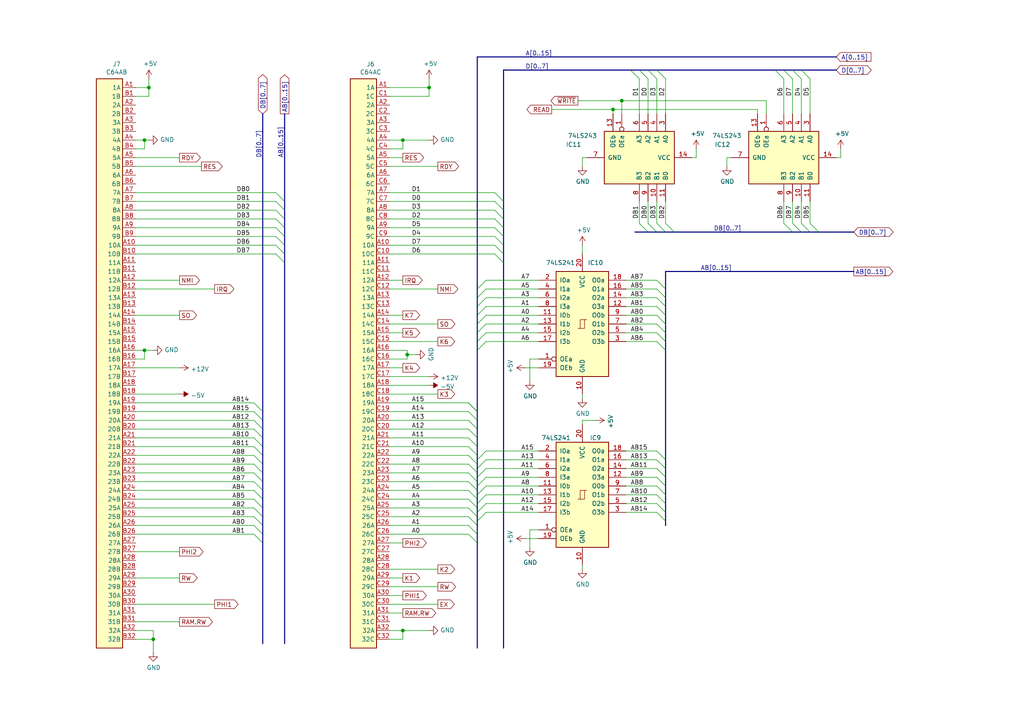
<source format=kicad_sch>
(kicad_sch
	(version 20231120)
	(generator "eeschema")
	(generator_version "8.0")
	(uuid "8f6f21c4-8d5d-4832-b6ef-ea1c64293d72")
	(paper "A4")
	(lib_symbols
		(symbol "74xx:74LS241"
			(pin_names
				(offset 1.016)
			)
			(exclude_from_sim no)
			(in_bom yes)
			(on_board yes)
			(property "Reference" "U"
				(at -7.62 16.51 0)
				(effects
					(font
						(size 1.27 1.27)
					)
				)
			)
			(property "Value" "74LS241"
				(at -7.62 -16.51 0)
				(effects
					(font
						(size 1.27 1.27)
					)
				)
			)
			(property "Footprint" ""
				(at 0 0 0)
				(effects
					(font
						(size 1.27 1.27)
					)
					(hide yes)
				)
			)
			(property "Datasheet" "http://www.ti.com/lit/ds/symlink/sn74ls241.pdf"
				(at 0 0 0)
				(effects
					(font
						(size 1.27 1.27)
					)
					(hide yes)
				)
			)
			(property "Description" "Octal Buffer and Line Driver With 3-State Output, complementary enables, non-inverting outputs"
				(at 0 0 0)
				(effects
					(font
						(size 1.27 1.27)
					)
					(hide yes)
				)
			)
			(property "ki_keywords" "7400 logic ttl low power schottky"
				(at 0 0 0)
				(effects
					(font
						(size 1.27 1.27)
					)
					(hide yes)
				)
			)
			(property "ki_fp_filters" "DIP?20*"
				(at 0 0 0)
				(effects
					(font
						(size 1.27 1.27)
					)
					(hide yes)
				)
			)
			(symbol "74LS241_1_0"
				(polyline
					(pts
						(xy -0.635 -1.27) (xy -0.635 1.27) (xy 0.635 1.27)
					)
					(stroke
						(width 0)
						(type default)
					)
					(fill
						(type none)
					)
				)
				(polyline
					(pts
						(xy -1.27 -1.27) (xy 0.635 -1.27) (xy 0.635 1.27) (xy 1.27 1.27)
					)
					(stroke
						(width 0)
						(type default)
					)
					(fill
						(type none)
					)
				)
				(pin input inverted
					(at -12.7 -10.16 0)
					(length 5.08)
					(name "OEa"
						(effects
							(font
								(size 1.27 1.27)
							)
						)
					)
					(number "1"
						(effects
							(font
								(size 1.27 1.27)
							)
						)
					)
				)
				(pin power_in line
					(at 0 -20.32 90)
					(length 5.08)
					(name "GND"
						(effects
							(font
								(size 1.27 1.27)
							)
						)
					)
					(number "10"
						(effects
							(font
								(size 1.27 1.27)
							)
						)
					)
				)
				(pin input line
					(at -12.7 2.54 0)
					(length 5.08)
					(name "I0b"
						(effects
							(font
								(size 1.27 1.27)
							)
						)
					)
					(number "11"
						(effects
							(font
								(size 1.27 1.27)
							)
						)
					)
				)
				(pin tri_state line
					(at 12.7 5.08 180)
					(length 5.08)
					(name "O3a"
						(effects
							(font
								(size 1.27 1.27)
							)
						)
					)
					(number "12"
						(effects
							(font
								(size 1.27 1.27)
							)
						)
					)
				)
				(pin input line
					(at -12.7 0 0)
					(length 5.08)
					(name "I1b"
						(effects
							(font
								(size 1.27 1.27)
							)
						)
					)
					(number "13"
						(effects
							(font
								(size 1.27 1.27)
							)
						)
					)
				)
				(pin tri_state line
					(at 12.7 7.62 180)
					(length 5.08)
					(name "O2a"
						(effects
							(font
								(size 1.27 1.27)
							)
						)
					)
					(number "14"
						(effects
							(font
								(size 1.27 1.27)
							)
						)
					)
				)
				(pin input line
					(at -12.7 -2.54 0)
					(length 5.08)
					(name "I2b"
						(effects
							(font
								(size 1.27 1.27)
							)
						)
					)
					(number "15"
						(effects
							(font
								(size 1.27 1.27)
							)
						)
					)
				)
				(pin tri_state line
					(at 12.7 10.16 180)
					(length 5.08)
					(name "O1a"
						(effects
							(font
								(size 1.27 1.27)
							)
						)
					)
					(number "16"
						(effects
							(font
								(size 1.27 1.27)
							)
						)
					)
				)
				(pin input line
					(at -12.7 -5.08 0)
					(length 5.08)
					(name "I3b"
						(effects
							(font
								(size 1.27 1.27)
							)
						)
					)
					(number "17"
						(effects
							(font
								(size 1.27 1.27)
							)
						)
					)
				)
				(pin tri_state line
					(at 12.7 12.7 180)
					(length 5.08)
					(name "O0a"
						(effects
							(font
								(size 1.27 1.27)
							)
						)
					)
					(number "18"
						(effects
							(font
								(size 1.27 1.27)
							)
						)
					)
				)
				(pin input line
					(at -12.7 -12.7 0)
					(length 5.08)
					(name "OEb"
						(effects
							(font
								(size 1.27 1.27)
							)
						)
					)
					(number "19"
						(effects
							(font
								(size 1.27 1.27)
							)
						)
					)
				)
				(pin input line
					(at -12.7 12.7 0)
					(length 5.08)
					(name "I0a"
						(effects
							(font
								(size 1.27 1.27)
							)
						)
					)
					(number "2"
						(effects
							(font
								(size 1.27 1.27)
							)
						)
					)
				)
				(pin power_in line
					(at 0 20.32 270)
					(length 5.08)
					(name "VCC"
						(effects
							(font
								(size 1.27 1.27)
							)
						)
					)
					(number "20"
						(effects
							(font
								(size 1.27 1.27)
							)
						)
					)
				)
				(pin tri_state line
					(at 12.7 -5.08 180)
					(length 5.08)
					(name "O3b"
						(effects
							(font
								(size 1.27 1.27)
							)
						)
					)
					(number "3"
						(effects
							(font
								(size 1.27 1.27)
							)
						)
					)
				)
				(pin input line
					(at -12.7 10.16 0)
					(length 5.08)
					(name "I1a"
						(effects
							(font
								(size 1.27 1.27)
							)
						)
					)
					(number "4"
						(effects
							(font
								(size 1.27 1.27)
							)
						)
					)
				)
				(pin tri_state line
					(at 12.7 -2.54 180)
					(length 5.08)
					(name "O2b"
						(effects
							(font
								(size 1.27 1.27)
							)
						)
					)
					(number "5"
						(effects
							(font
								(size 1.27 1.27)
							)
						)
					)
				)
				(pin input line
					(at -12.7 7.62 0)
					(length 5.08)
					(name "I2a"
						(effects
							(font
								(size 1.27 1.27)
							)
						)
					)
					(number "6"
						(effects
							(font
								(size 1.27 1.27)
							)
						)
					)
				)
				(pin tri_state line
					(at 12.7 0 180)
					(length 5.08)
					(name "O1b"
						(effects
							(font
								(size 1.27 1.27)
							)
						)
					)
					(number "7"
						(effects
							(font
								(size 1.27 1.27)
							)
						)
					)
				)
				(pin input line
					(at -12.7 5.08 0)
					(length 5.08)
					(name "I3a"
						(effects
							(font
								(size 1.27 1.27)
							)
						)
					)
					(number "8"
						(effects
							(font
								(size 1.27 1.27)
							)
						)
					)
				)
				(pin tri_state line
					(at 12.7 2.54 180)
					(length 5.08)
					(name "O0b"
						(effects
							(font
								(size 1.27 1.27)
							)
						)
					)
					(number "9"
						(effects
							(font
								(size 1.27 1.27)
							)
						)
					)
				)
			)
			(symbol "74LS241_1_1"
				(rectangle
					(start -7.62 15.24)
					(end 7.62 -15.24)
					(stroke
						(width 0.254)
						(type default)
					)
					(fill
						(type background)
					)
				)
			)
		)
		(symbol "74xx:74LS243"
			(pin_names
				(offset 1.016)
			)
			(exclude_from_sim no)
			(in_bom yes)
			(on_board yes)
			(property "Reference" "U"
				(at -7.62 11.43 0)
				(effects
					(font
						(size 1.27 1.27)
					)
				)
			)
			(property "Value" "74LS243"
				(at -7.62 -11.43 0)
				(effects
					(font
						(size 1.27 1.27)
					)
				)
			)
			(property "Footprint" ""
				(at 0 0 0)
				(effects
					(font
						(size 1.27 1.27)
					)
					(hide yes)
				)
			)
			(property "Datasheet" "http://www.ti.com/lit/gpn/sn74LS243"
				(at 0 0 0)
				(effects
					(font
						(size 1.27 1.27)
					)
					(hide yes)
				)
			)
			(property "Description" "4-bit Bus Transceiver"
				(at 0 0 0)
				(effects
					(font
						(size 1.27 1.27)
					)
					(hide yes)
				)
			)
			(property "ki_locked" ""
				(at 0 0 0)
				(effects
					(font
						(size 1.27 1.27)
					)
				)
			)
			(property "ki_keywords" "TTL Buffer 3State BUS BIDI"
				(at 0 0 0)
				(effects
					(font
						(size 1.27 1.27)
					)
					(hide yes)
				)
			)
			(property "ki_fp_filters" "DIP?12*"
				(at 0 0 0)
				(effects
					(font
						(size 1.27 1.27)
					)
					(hide yes)
				)
			)
			(symbol "74LS243_1_0"
				(pin input inverted
					(at -12.7 -5.08 0)
					(length 5.08)
					(name "OEa"
						(effects
							(font
								(size 1.27 1.27)
							)
						)
					)
					(number "1"
						(effects
							(font
								(size 1.27 1.27)
							)
						)
					)
				)
				(pin tri_state line
					(at 12.7 5.08 180)
					(length 5.08)
					(name "B1"
						(effects
							(font
								(size 1.27 1.27)
							)
						)
					)
					(number "10"
						(effects
							(font
								(size 1.27 1.27)
							)
						)
					)
				)
				(pin tri_state line
					(at 12.7 7.62 180)
					(length 5.08)
					(name "B0"
						(effects
							(font
								(size 1.27 1.27)
							)
						)
					)
					(number "11"
						(effects
							(font
								(size 1.27 1.27)
							)
						)
					)
				)
				(pin input line
					(at -12.7 -7.62 0)
					(length 5.08)
					(name "OEb"
						(effects
							(font
								(size 1.27 1.27)
							)
						)
					)
					(number "13"
						(effects
							(font
								(size 1.27 1.27)
							)
						)
					)
				)
				(pin power_in line
					(at 0 15.24 270)
					(length 5.08)
					(name "VCC"
						(effects
							(font
								(size 1.27 1.27)
							)
						)
					)
					(number "14"
						(effects
							(font
								(size 1.27 1.27)
							)
						)
					)
				)
				(pin input line
					(at -12.7 7.62 0)
					(length 5.08)
					(name "A0"
						(effects
							(font
								(size 1.27 1.27)
							)
						)
					)
					(number "3"
						(effects
							(font
								(size 1.27 1.27)
							)
						)
					)
				)
				(pin input line
					(at -12.7 5.08 0)
					(length 5.08)
					(name "A1"
						(effects
							(font
								(size 1.27 1.27)
							)
						)
					)
					(number "4"
						(effects
							(font
								(size 1.27 1.27)
							)
						)
					)
				)
				(pin input line
					(at -12.7 2.54 0)
					(length 5.08)
					(name "A2"
						(effects
							(font
								(size 1.27 1.27)
							)
						)
					)
					(number "5"
						(effects
							(font
								(size 1.27 1.27)
							)
						)
					)
				)
				(pin input line
					(at -12.7 0 0)
					(length 5.08)
					(name "A3"
						(effects
							(font
								(size 1.27 1.27)
							)
						)
					)
					(number "6"
						(effects
							(font
								(size 1.27 1.27)
							)
						)
					)
				)
				(pin power_in line
					(at 0 -15.24 90)
					(length 5.08)
					(name "GND"
						(effects
							(font
								(size 1.27 1.27)
							)
						)
					)
					(number "7"
						(effects
							(font
								(size 1.27 1.27)
							)
						)
					)
				)
				(pin tri_state line
					(at 12.7 0 180)
					(length 5.08)
					(name "B3"
						(effects
							(font
								(size 1.27 1.27)
							)
						)
					)
					(number "8"
						(effects
							(font
								(size 1.27 1.27)
							)
						)
					)
				)
				(pin tri_state line
					(at 12.7 2.54 180)
					(length 5.08)
					(name "B2"
						(effects
							(font
								(size 1.27 1.27)
							)
						)
					)
					(number "9"
						(effects
							(font
								(size 1.27 1.27)
							)
						)
					)
				)
			)
			(symbol "74LS243_1_1"
				(rectangle
					(start -7.62 10.16)
					(end 7.62 -10.16)
					(stroke
						(width 0.254)
						(type default)
					)
					(fill
						(type background)
					)
				)
			)
		)
		(symbol "junior-interface-rescue:C64AB-Connector"
			(exclude_from_sim no)
			(in_bom yes)
			(on_board yes)
			(property "Reference" "J"
				(at 0 85.09 0)
				(effects
					(font
						(size 1.27 1.27)
					)
				)
			)
			(property "Value" "Connector_C64AB"
				(at 6.35 1.27 90)
				(effects
					(font
						(size 1.27 1.27)
					)
				)
			)
			(property "Footprint" ""
				(at 0 1.27 0)
				(effects
					(font
						(size 1.27 1.27)
					)
					(hide yes)
				)
			)
			(property "Datasheet" ""
				(at 0 1.27 0)
				(effects
					(font
						(size 1.27 1.27)
					)
					(hide yes)
				)
			)
			(property "Description" ""
				(at 0 0 0)
				(effects
					(font
						(size 1.27 1.27)
					)
					(hide yes)
				)
			)
			(symbol "C64AB-Connector_0_1"
				(rectangle
					(start -3.81 -81.28)
					(end 3.81 83.82)
					(stroke
						(width 0.254)
						(type solid)
					)
					(fill
						(type background)
					)
				)
			)
			(symbol "C64AB-Connector_1_1"
				(pin passive line
					(at -7.62 81.28 0)
					(length 3.81)
					(name "1A"
						(effects
							(font
								(size 1.27 1.27)
							)
						)
					)
					(number "A1"
						(effects
							(font
								(size 1.27 1.27)
							)
						)
					)
				)
				(pin passive line
					(at -7.62 35.56 0)
					(length 3.81)
					(name "10A"
						(effects
							(font
								(size 1.27 1.27)
							)
						)
					)
					(number "A10"
						(effects
							(font
								(size 1.27 1.27)
							)
						)
					)
				)
				(pin passive line
					(at -7.62 30.48 0)
					(length 3.81)
					(name "11A"
						(effects
							(font
								(size 1.27 1.27)
							)
						)
					)
					(number "A11"
						(effects
							(font
								(size 1.27 1.27)
							)
						)
					)
				)
				(pin passive line
					(at -7.62 25.4 0)
					(length 3.81)
					(name "12A"
						(effects
							(font
								(size 1.27 1.27)
							)
						)
					)
					(number "A12"
						(effects
							(font
								(size 1.27 1.27)
							)
						)
					)
				)
				(pin passive line
					(at -7.62 20.32 0)
					(length 3.81)
					(name "13A"
						(effects
							(font
								(size 1.27 1.27)
							)
						)
					)
					(number "A13"
						(effects
							(font
								(size 1.27 1.27)
							)
						)
					)
				)
				(pin passive line
					(at -7.62 15.24 0)
					(length 3.81)
					(name "14A"
						(effects
							(font
								(size 1.27 1.27)
							)
						)
					)
					(number "A14"
						(effects
							(font
								(size 1.27 1.27)
							)
						)
					)
				)
				(pin passive line
					(at -7.62 10.16 0)
					(length 3.81)
					(name "15A"
						(effects
							(font
								(size 1.27 1.27)
							)
						)
					)
					(number "A15"
						(effects
							(font
								(size 1.27 1.27)
							)
						)
					)
				)
				(pin passive line
					(at -7.62 5.08 0)
					(length 3.81)
					(name "16A"
						(effects
							(font
								(size 1.27 1.27)
							)
						)
					)
					(number "A16"
						(effects
							(font
								(size 1.27 1.27)
							)
						)
					)
				)
				(pin passive line
					(at -7.62 0 0)
					(length 3.81)
					(name "17A"
						(effects
							(font
								(size 1.27 1.27)
							)
						)
					)
					(number "A17"
						(effects
							(font
								(size 1.27 1.27)
							)
						)
					)
				)
				(pin passive line
					(at -7.62 -5.08 0)
					(length 3.81)
					(name "18A"
						(effects
							(font
								(size 1.27 1.27)
							)
						)
					)
					(number "A18"
						(effects
							(font
								(size 1.27 1.27)
							)
						)
					)
				)
				(pin passive line
					(at -7.62 -10.16 0)
					(length 3.81)
					(name "19A"
						(effects
							(font
								(size 1.27 1.27)
							)
						)
					)
					(number "A19"
						(effects
							(font
								(size 1.27 1.27)
							)
						)
					)
				)
				(pin passive line
					(at -7.62 76.2 0)
					(length 3.81)
					(name "2A"
						(effects
							(font
								(size 1.27 1.27)
							)
						)
					)
					(number "A2"
						(effects
							(font
								(size 1.27 1.27)
							)
						)
					)
				)
				(pin passive line
					(at -7.62 -15.24 0)
					(length 3.81)
					(name "20A"
						(effects
							(font
								(size 1.27 1.27)
							)
						)
					)
					(number "A20"
						(effects
							(font
								(size 1.27 1.27)
							)
						)
					)
				)
				(pin passive line
					(at -7.62 -20.32 0)
					(length 3.81)
					(name "21A"
						(effects
							(font
								(size 1.27 1.27)
							)
						)
					)
					(number "A21"
						(effects
							(font
								(size 1.27 1.27)
							)
						)
					)
				)
				(pin passive line
					(at -7.62 -25.4 0)
					(length 3.81)
					(name "22A"
						(effects
							(font
								(size 1.27 1.27)
							)
						)
					)
					(number "A22"
						(effects
							(font
								(size 1.27 1.27)
							)
						)
					)
				)
				(pin passive line
					(at -7.62 -30.48 0)
					(length 3.81)
					(name "23A"
						(effects
							(font
								(size 1.27 1.27)
							)
						)
					)
					(number "A23"
						(effects
							(font
								(size 1.27 1.27)
							)
						)
					)
				)
				(pin passive line
					(at -7.62 -35.56 0)
					(length 3.81)
					(name "24A"
						(effects
							(font
								(size 1.27 1.27)
							)
						)
					)
					(number "A24"
						(effects
							(font
								(size 1.27 1.27)
							)
						)
					)
				)
				(pin passive line
					(at -7.62 -40.64 0)
					(length 3.81)
					(name "25A"
						(effects
							(font
								(size 1.27 1.27)
							)
						)
					)
					(number "A25"
						(effects
							(font
								(size 1.27 1.27)
							)
						)
					)
				)
				(pin passive line
					(at -7.62 -45.72 0)
					(length 3.81)
					(name "26A"
						(effects
							(font
								(size 1.27 1.27)
							)
						)
					)
					(number "A26"
						(effects
							(font
								(size 1.27 1.27)
							)
						)
					)
				)
				(pin passive line
					(at -7.62 -50.8 0)
					(length 3.81)
					(name "27A"
						(effects
							(font
								(size 1.27 1.27)
							)
						)
					)
					(number "A27"
						(effects
							(font
								(size 1.27 1.27)
							)
						)
					)
				)
				(pin passive line
					(at -7.62 -55.88 0)
					(length 3.81)
					(name "28A"
						(effects
							(font
								(size 1.27 1.27)
							)
						)
					)
					(number "A28"
						(effects
							(font
								(size 1.27 1.27)
							)
						)
					)
				)
				(pin passive line
					(at -7.62 -60.96 0)
					(length 3.81)
					(name "29A"
						(effects
							(font
								(size 1.27 1.27)
							)
						)
					)
					(number "A29"
						(effects
							(font
								(size 1.27 1.27)
							)
						)
					)
				)
				(pin passive line
					(at -7.62 71.12 0)
					(length 3.81)
					(name "3A"
						(effects
							(font
								(size 1.27 1.27)
							)
						)
					)
					(number "A3"
						(effects
							(font
								(size 1.27 1.27)
							)
						)
					)
				)
				(pin passive line
					(at -7.62 -66.04 0)
					(length 3.81)
					(name "30A"
						(effects
							(font
								(size 1.27 1.27)
							)
						)
					)
					(number "A30"
						(effects
							(font
								(size 1.27 1.27)
							)
						)
					)
				)
				(pin passive line
					(at -7.62 -71.12 0)
					(length 3.81)
					(name "31A"
						(effects
							(font
								(size 1.27 1.27)
							)
						)
					)
					(number "A31"
						(effects
							(font
								(size 1.27 1.27)
							)
						)
					)
				)
				(pin passive line
					(at -7.62 -76.2 0)
					(length 3.81)
					(name "32A"
						(effects
							(font
								(size 1.27 1.27)
							)
						)
					)
					(number "A32"
						(effects
							(font
								(size 1.27 1.27)
							)
						)
					)
				)
				(pin passive line
					(at -7.62 66.04 0)
					(length 3.81)
					(name "4A"
						(effects
							(font
								(size 1.27 1.27)
							)
						)
					)
					(number "A4"
						(effects
							(font
								(size 1.27 1.27)
							)
						)
					)
				)
				(pin passive line
					(at -7.62 60.96 0)
					(length 3.81)
					(name "5A"
						(effects
							(font
								(size 1.27 1.27)
							)
						)
					)
					(number "A5"
						(effects
							(font
								(size 1.27 1.27)
							)
						)
					)
				)
				(pin passive line
					(at -7.62 55.88 0)
					(length 3.81)
					(name "6A"
						(effects
							(font
								(size 1.27 1.27)
							)
						)
					)
					(number "A6"
						(effects
							(font
								(size 1.27 1.27)
							)
						)
					)
				)
				(pin passive line
					(at -7.62 50.8 0)
					(length 3.81)
					(name "7A"
						(effects
							(font
								(size 1.27 1.27)
							)
						)
					)
					(number "A7"
						(effects
							(font
								(size 1.27 1.27)
							)
						)
					)
				)
				(pin passive line
					(at -7.62 45.72 0)
					(length 3.81)
					(name "8A"
						(effects
							(font
								(size 1.27 1.27)
							)
						)
					)
					(number "A8"
						(effects
							(font
								(size 1.27 1.27)
							)
						)
					)
				)
				(pin passive line
					(at -7.62 40.64 0)
					(length 3.81)
					(name "9A"
						(effects
							(font
								(size 1.27 1.27)
							)
						)
					)
					(number "A9"
						(effects
							(font
								(size 1.27 1.27)
							)
						)
					)
				)
				(pin passive line
					(at -7.62 78.74 0)
					(length 3.81)
					(name "1B"
						(effects
							(font
								(size 1.27 1.27)
							)
						)
					)
					(number "B1"
						(effects
							(font
								(size 1.27 1.27)
							)
						)
					)
				)
				(pin passive line
					(at -7.62 33.02 0)
					(length 3.81)
					(name "10B"
						(effects
							(font
								(size 1.27 1.27)
							)
						)
					)
					(number "B10"
						(effects
							(font
								(size 1.27 1.27)
							)
						)
					)
				)
				(pin passive line
					(at -7.62 27.94 0)
					(length 3.81)
					(name "11B"
						(effects
							(font
								(size 1.27 1.27)
							)
						)
					)
					(number "B11"
						(effects
							(font
								(size 1.27 1.27)
							)
						)
					)
				)
				(pin passive line
					(at -7.62 22.86 0)
					(length 3.81)
					(name "12B"
						(effects
							(font
								(size 1.27 1.27)
							)
						)
					)
					(number "B12"
						(effects
							(font
								(size 1.27 1.27)
							)
						)
					)
				)
				(pin passive line
					(at -7.62 17.78 0)
					(length 3.81)
					(name "13B"
						(effects
							(font
								(size 1.27 1.27)
							)
						)
					)
					(number "B13"
						(effects
							(font
								(size 1.27 1.27)
							)
						)
					)
				)
				(pin passive line
					(at -7.62 12.7 0)
					(length 3.81)
					(name "14B"
						(effects
							(font
								(size 1.27 1.27)
							)
						)
					)
					(number "B14"
						(effects
							(font
								(size 1.27 1.27)
							)
						)
					)
				)
				(pin passive line
					(at -7.62 7.62 0)
					(length 3.81)
					(name "15B"
						(effects
							(font
								(size 1.27 1.27)
							)
						)
					)
					(number "B15"
						(effects
							(font
								(size 1.27 1.27)
							)
						)
					)
				)
				(pin passive line
					(at -7.62 2.54 0)
					(length 3.81)
					(name "16B"
						(effects
							(font
								(size 1.27 1.27)
							)
						)
					)
					(number "B16"
						(effects
							(font
								(size 1.27 1.27)
							)
						)
					)
				)
				(pin passive line
					(at -7.62 -2.54 0)
					(length 3.81)
					(name "17B"
						(effects
							(font
								(size 1.27 1.27)
							)
						)
					)
					(number "B17"
						(effects
							(font
								(size 1.27 1.27)
							)
						)
					)
				)
				(pin passive line
					(at -7.62 -7.62 0)
					(length 3.81)
					(name "18B"
						(effects
							(font
								(size 1.27 1.27)
							)
						)
					)
					(number "B18"
						(effects
							(font
								(size 1.27 1.27)
							)
						)
					)
				)
				(pin passive line
					(at -7.62 -12.7 0)
					(length 3.81)
					(name "19B"
						(effects
							(font
								(size 1.27 1.27)
							)
						)
					)
					(number "B19"
						(effects
							(font
								(size 1.27 1.27)
							)
						)
					)
				)
				(pin passive line
					(at -7.62 73.66 0)
					(length 3.81)
					(name "2B"
						(effects
							(font
								(size 1.27 1.27)
							)
						)
					)
					(number "B2"
						(effects
							(font
								(size 1.27 1.27)
							)
						)
					)
				)
				(pin passive line
					(at -7.62 -17.78 0)
					(length 3.81)
					(name "20B"
						(effects
							(font
								(size 1.27 1.27)
							)
						)
					)
					(number "B20"
						(effects
							(font
								(size 1.27 1.27)
							)
						)
					)
				)
				(pin passive line
					(at -7.62 -22.86 0)
					(length 3.81)
					(name "21B"
						(effects
							(font
								(size 1.27 1.27)
							)
						)
					)
					(number "B21"
						(effects
							(font
								(size 1.27 1.27)
							)
						)
					)
				)
				(pin passive line
					(at -7.62 -27.94 0)
					(length 3.81)
					(name "22B"
						(effects
							(font
								(size 1.27 1.27)
							)
						)
					)
					(number "B22"
						(effects
							(font
								(size 1.27 1.27)
							)
						)
					)
				)
				(pin passive line
					(at -7.62 -33.02 0)
					(length 3.81)
					(name "23B"
						(effects
							(font
								(size 1.27 1.27)
							)
						)
					)
					(number "B23"
						(effects
							(font
								(size 1.27 1.27)
							)
						)
					)
				)
				(pin passive line
					(at -7.62 -38.1 0)
					(length 3.81)
					(name "24B"
						(effects
							(font
								(size 1.27 1.27)
							)
						)
					)
					(number "B24"
						(effects
							(font
								(size 1.27 1.27)
							)
						)
					)
				)
				(pin passive line
					(at -7.62 -43.18 0)
					(length 3.81)
					(name "25B"
						(effects
							(font
								(size 1.27 1.27)
							)
						)
					)
					(number "B25"
						(effects
							(font
								(size 1.27 1.27)
							)
						)
					)
				)
				(pin passive line
					(at -7.62 -48.26 0)
					(length 3.81)
					(name "26B"
						(effects
							(font
								(size 1.27 1.27)
							)
						)
					)
					(number "B26"
						(effects
							(font
								(size 1.27 1.27)
							)
						)
					)
				)
				(pin passive line
					(at -7.62 -53.34 0)
					(length 3.81)
					(name "27B"
						(effects
							(font
								(size 1.27 1.27)
							)
						)
					)
					(number "B27"
						(effects
							(font
								(size 1.27 1.27)
							)
						)
					)
				)
				(pin passive line
					(at -7.62 -58.42 0)
					(length 3.81)
					(name "28B"
						(effects
							(font
								(size 1.27 1.27)
							)
						)
					)
					(number "B28"
						(effects
							(font
								(size 1.27 1.27)
							)
						)
					)
				)
				(pin passive line
					(at -7.62 -63.5 0)
					(length 3.81)
					(name "29B"
						(effects
							(font
								(size 1.27 1.27)
							)
						)
					)
					(number "B29"
						(effects
							(font
								(size 1.27 1.27)
							)
						)
					)
				)
				(pin passive line
					(at -7.62 68.58 0)
					(length 3.81)
					(name "3B"
						(effects
							(font
								(size 1.27 1.27)
							)
						)
					)
					(number "B3"
						(effects
							(font
								(size 1.27 1.27)
							)
						)
					)
				)
				(pin passive line
					(at -7.62 -68.58 0)
					(length 3.81)
					(name "30B"
						(effects
							(font
								(size 1.27 1.27)
							)
						)
					)
					(number "B30"
						(effects
							(font
								(size 1.27 1.27)
							)
						)
					)
				)
				(pin passive line
					(at -7.62 -73.66 0)
					(length 3.81)
					(name "31B"
						(effects
							(font
								(size 1.27 1.27)
							)
						)
					)
					(number "B31"
						(effects
							(font
								(size 1.27 1.27)
							)
						)
					)
				)
				(pin passive line
					(at -7.62 -78.74 0)
					(length 3.81)
					(name "32B"
						(effects
							(font
								(size 1.27 1.27)
							)
						)
					)
					(number "B32"
						(effects
							(font
								(size 1.27 1.27)
							)
						)
					)
				)
				(pin passive line
					(at -7.62 63.5 0)
					(length 3.81)
					(name "4B"
						(effects
							(font
								(size 1.27 1.27)
							)
						)
					)
					(number "B4"
						(effects
							(font
								(size 1.27 1.27)
							)
						)
					)
				)
				(pin passive line
					(at -7.62 58.42 0)
					(length 3.81)
					(name "5B"
						(effects
							(font
								(size 1.27 1.27)
							)
						)
					)
					(number "B5"
						(effects
							(font
								(size 1.27 1.27)
							)
						)
					)
				)
				(pin passive line
					(at -7.62 53.34 0)
					(length 3.81)
					(name "6B"
						(effects
							(font
								(size 1.27 1.27)
							)
						)
					)
					(number "B6"
						(effects
							(font
								(size 1.27 1.27)
							)
						)
					)
				)
				(pin passive line
					(at -7.62 48.26 0)
					(length 3.81)
					(name "7B"
						(effects
							(font
								(size 1.27 1.27)
							)
						)
					)
					(number "B7"
						(effects
							(font
								(size 1.27 1.27)
							)
						)
					)
				)
				(pin passive line
					(at -7.62 43.18 0)
					(length 3.81)
					(name "8B"
						(effects
							(font
								(size 1.27 1.27)
							)
						)
					)
					(number "B8"
						(effects
							(font
								(size 1.27 1.27)
							)
						)
					)
				)
				(pin passive line
					(at -7.62 38.1 0)
					(length 3.81)
					(name "9B"
						(effects
							(font
								(size 1.27 1.27)
							)
						)
					)
					(number "B9"
						(effects
							(font
								(size 1.27 1.27)
							)
						)
					)
				)
			)
		)
		(symbol "junior-interface-rescue:C64AC-Connector"
			(exclude_from_sim no)
			(in_bom yes)
			(on_board yes)
			(property "Reference" "J"
				(at 0 85.09 0)
				(effects
					(font
						(size 1.27 1.27)
					)
				)
			)
			(property "Value" "Connector_C64AC"
				(at 6.35 1.27 90)
				(effects
					(font
						(size 1.27 1.27)
					)
				)
			)
			(property "Footprint" ""
				(at 0 1.27 0)
				(effects
					(font
						(size 1.27 1.27)
					)
					(hide yes)
				)
			)
			(property "Datasheet" ""
				(at 0 1.27 0)
				(effects
					(font
						(size 1.27 1.27)
					)
					(hide yes)
				)
			)
			(property "Description" ""
				(at 0 0 0)
				(effects
					(font
						(size 1.27 1.27)
					)
					(hide yes)
				)
			)
			(symbol "C64AC-Connector_0_1"
				(rectangle
					(start -3.81 -81.28)
					(end 3.81 83.82)
					(stroke
						(width 0.254)
						(type solid)
					)
					(fill
						(type background)
					)
				)
			)
			(symbol "C64AC-Connector_1_1"
				(pin passive line
					(at -7.62 81.28 0)
					(length 3.81)
					(name "1A"
						(effects
							(font
								(size 1.27 1.27)
							)
						)
					)
					(number "A1"
						(effects
							(font
								(size 1.27 1.27)
							)
						)
					)
				)
				(pin passive line
					(at -7.62 35.56 0)
					(length 3.81)
					(name "10A"
						(effects
							(font
								(size 1.27 1.27)
							)
						)
					)
					(number "A10"
						(effects
							(font
								(size 1.27 1.27)
							)
						)
					)
				)
				(pin passive line
					(at -7.62 30.48 0)
					(length 3.81)
					(name "11A"
						(effects
							(font
								(size 1.27 1.27)
							)
						)
					)
					(number "A11"
						(effects
							(font
								(size 1.27 1.27)
							)
						)
					)
				)
				(pin passive line
					(at -7.62 25.4 0)
					(length 3.81)
					(name "12A"
						(effects
							(font
								(size 1.27 1.27)
							)
						)
					)
					(number "A12"
						(effects
							(font
								(size 1.27 1.27)
							)
						)
					)
				)
				(pin passive line
					(at -7.62 20.32 0)
					(length 3.81)
					(name "13A"
						(effects
							(font
								(size 1.27 1.27)
							)
						)
					)
					(number "A13"
						(effects
							(font
								(size 1.27 1.27)
							)
						)
					)
				)
				(pin passive line
					(at -7.62 15.24 0)
					(length 3.81)
					(name "14A"
						(effects
							(font
								(size 1.27 1.27)
							)
						)
					)
					(number "A14"
						(effects
							(font
								(size 1.27 1.27)
							)
						)
					)
				)
				(pin passive line
					(at -7.62 10.16 0)
					(length 3.81)
					(name "15A"
						(effects
							(font
								(size 1.27 1.27)
							)
						)
					)
					(number "A15"
						(effects
							(font
								(size 1.27 1.27)
							)
						)
					)
				)
				(pin passive line
					(at -7.62 5.08 0)
					(length 3.81)
					(name "16A"
						(effects
							(font
								(size 1.27 1.27)
							)
						)
					)
					(number "A16"
						(effects
							(font
								(size 1.27 1.27)
							)
						)
					)
				)
				(pin passive line
					(at -7.62 0 0)
					(length 3.81)
					(name "17A"
						(effects
							(font
								(size 1.27 1.27)
							)
						)
					)
					(number "A17"
						(effects
							(font
								(size 1.27 1.27)
							)
						)
					)
				)
				(pin passive line
					(at -7.62 -5.08 0)
					(length 3.81)
					(name "18A"
						(effects
							(font
								(size 1.27 1.27)
							)
						)
					)
					(number "A18"
						(effects
							(font
								(size 1.27 1.27)
							)
						)
					)
				)
				(pin passive line
					(at -7.62 -10.16 0)
					(length 3.81)
					(name "19A"
						(effects
							(font
								(size 1.27 1.27)
							)
						)
					)
					(number "A19"
						(effects
							(font
								(size 1.27 1.27)
							)
						)
					)
				)
				(pin passive line
					(at -7.62 76.2 0)
					(length 3.81)
					(name "2A"
						(effects
							(font
								(size 1.27 1.27)
							)
						)
					)
					(number "A2"
						(effects
							(font
								(size 1.27 1.27)
							)
						)
					)
				)
				(pin passive line
					(at -7.62 -15.24 0)
					(length 3.81)
					(name "20A"
						(effects
							(font
								(size 1.27 1.27)
							)
						)
					)
					(number "A20"
						(effects
							(font
								(size 1.27 1.27)
							)
						)
					)
				)
				(pin passive line
					(at -7.62 -20.32 0)
					(length 3.81)
					(name "21A"
						(effects
							(font
								(size 1.27 1.27)
							)
						)
					)
					(number "A21"
						(effects
							(font
								(size 1.27 1.27)
							)
						)
					)
				)
				(pin passive line
					(at -7.62 -25.4 0)
					(length 3.81)
					(name "22A"
						(effects
							(font
								(size 1.27 1.27)
							)
						)
					)
					(number "A22"
						(effects
							(font
								(size 1.27 1.27)
							)
						)
					)
				)
				(pin passive line
					(at -7.62 -30.48 0)
					(length 3.81)
					(name "23A"
						(effects
							(font
								(size 1.27 1.27)
							)
						)
					)
					(number "A23"
						(effects
							(font
								(size 1.27 1.27)
							)
						)
					)
				)
				(pin passive line
					(at -7.62 -35.56 0)
					(length 3.81)
					(name "24A"
						(effects
							(font
								(size 1.27 1.27)
							)
						)
					)
					(number "A24"
						(effects
							(font
								(size 1.27 1.27)
							)
						)
					)
				)
				(pin passive line
					(at -7.62 -40.64 0)
					(length 3.81)
					(name "25A"
						(effects
							(font
								(size 1.27 1.27)
							)
						)
					)
					(number "A25"
						(effects
							(font
								(size 1.27 1.27)
							)
						)
					)
				)
				(pin passive line
					(at -7.62 -45.72 0)
					(length 3.81)
					(name "26A"
						(effects
							(font
								(size 1.27 1.27)
							)
						)
					)
					(number "A26"
						(effects
							(font
								(size 1.27 1.27)
							)
						)
					)
				)
				(pin passive line
					(at -7.62 -50.8 0)
					(length 3.81)
					(name "27A"
						(effects
							(font
								(size 1.27 1.27)
							)
						)
					)
					(number "A27"
						(effects
							(font
								(size 1.27 1.27)
							)
						)
					)
				)
				(pin passive line
					(at -7.62 -55.88 0)
					(length 3.81)
					(name "28A"
						(effects
							(font
								(size 1.27 1.27)
							)
						)
					)
					(number "A28"
						(effects
							(font
								(size 1.27 1.27)
							)
						)
					)
				)
				(pin passive line
					(at -7.62 -60.96 0)
					(length 3.81)
					(name "29A"
						(effects
							(font
								(size 1.27 1.27)
							)
						)
					)
					(number "A29"
						(effects
							(font
								(size 1.27 1.27)
							)
						)
					)
				)
				(pin passive line
					(at -7.62 71.12 0)
					(length 3.81)
					(name "3A"
						(effects
							(font
								(size 1.27 1.27)
							)
						)
					)
					(number "A3"
						(effects
							(font
								(size 1.27 1.27)
							)
						)
					)
				)
				(pin passive line
					(at -7.62 -66.04 0)
					(length 3.81)
					(name "30A"
						(effects
							(font
								(size 1.27 1.27)
							)
						)
					)
					(number "A30"
						(effects
							(font
								(size 1.27 1.27)
							)
						)
					)
				)
				(pin passive line
					(at -7.62 -71.12 0)
					(length 3.81)
					(name "31A"
						(effects
							(font
								(size 1.27 1.27)
							)
						)
					)
					(number "A31"
						(effects
							(font
								(size 1.27 1.27)
							)
						)
					)
				)
				(pin passive line
					(at -7.62 -76.2 0)
					(length 3.81)
					(name "32A"
						(effects
							(font
								(size 1.27 1.27)
							)
						)
					)
					(number "A32"
						(effects
							(font
								(size 1.27 1.27)
							)
						)
					)
				)
				(pin passive line
					(at -7.62 66.04 0)
					(length 3.81)
					(name "4A"
						(effects
							(font
								(size 1.27 1.27)
							)
						)
					)
					(number "A4"
						(effects
							(font
								(size 1.27 1.27)
							)
						)
					)
				)
				(pin passive line
					(at -7.62 60.96 0)
					(length 3.81)
					(name "5A"
						(effects
							(font
								(size 1.27 1.27)
							)
						)
					)
					(number "A5"
						(effects
							(font
								(size 1.27 1.27)
							)
						)
					)
				)
				(pin passive line
					(at -7.62 55.88 0)
					(length 3.81)
					(name "6A"
						(effects
							(font
								(size 1.27 1.27)
							)
						)
					)
					(number "A6"
						(effects
							(font
								(size 1.27 1.27)
							)
						)
					)
				)
				(pin passive line
					(at -7.62 50.8 0)
					(length 3.81)
					(name "7A"
						(effects
							(font
								(size 1.27 1.27)
							)
						)
					)
					(number "A7"
						(effects
							(font
								(size 1.27 1.27)
							)
						)
					)
				)
				(pin passive line
					(at -7.62 45.72 0)
					(length 3.81)
					(name "8A"
						(effects
							(font
								(size 1.27 1.27)
							)
						)
					)
					(number "A8"
						(effects
							(font
								(size 1.27 1.27)
							)
						)
					)
				)
				(pin passive line
					(at -7.62 40.64 0)
					(length 3.81)
					(name "9A"
						(effects
							(font
								(size 1.27 1.27)
							)
						)
					)
					(number "A9"
						(effects
							(font
								(size 1.27 1.27)
							)
						)
					)
				)
				(pin passive line
					(at -7.62 78.74 0)
					(length 3.81)
					(name "1C"
						(effects
							(font
								(size 1.27 1.27)
							)
						)
					)
					(number "C1"
						(effects
							(font
								(size 1.27 1.27)
							)
						)
					)
				)
				(pin passive line
					(at -7.62 33.02 0)
					(length 3.81)
					(name "10C"
						(effects
							(font
								(size 1.27 1.27)
							)
						)
					)
					(number "C10"
						(effects
							(font
								(size 1.27 1.27)
							)
						)
					)
				)
				(pin passive line
					(at -7.62 27.94 0)
					(length 3.81)
					(name "11C"
						(effects
							(font
								(size 1.27 1.27)
							)
						)
					)
					(number "C11"
						(effects
							(font
								(size 1.27 1.27)
							)
						)
					)
				)
				(pin passive line
					(at -7.62 22.86 0)
					(length 3.81)
					(name "12C"
						(effects
							(font
								(size 1.27 1.27)
							)
						)
					)
					(number "C12"
						(effects
							(font
								(size 1.27 1.27)
							)
						)
					)
				)
				(pin passive line
					(at -7.62 17.78 0)
					(length 3.81)
					(name "13C"
						(effects
							(font
								(size 1.27 1.27)
							)
						)
					)
					(number "C13"
						(effects
							(font
								(size 1.27 1.27)
							)
						)
					)
				)
				(pin passive line
					(at -7.62 12.7 0)
					(length 3.81)
					(name "14C"
						(effects
							(font
								(size 1.27 1.27)
							)
						)
					)
					(number "C14"
						(effects
							(font
								(size 1.27 1.27)
							)
						)
					)
				)
				(pin passive line
					(at -7.62 7.62 0)
					(length 3.81)
					(name "15C"
						(effects
							(font
								(size 1.27 1.27)
							)
						)
					)
					(number "C15"
						(effects
							(font
								(size 1.27 1.27)
							)
						)
					)
				)
				(pin passive line
					(at -7.62 2.54 0)
					(length 3.81)
					(name "16C"
						(effects
							(font
								(size 1.27 1.27)
							)
						)
					)
					(number "C16"
						(effects
							(font
								(size 1.27 1.27)
							)
						)
					)
				)
				(pin passive line
					(at -7.62 -2.54 0)
					(length 3.81)
					(name "17C"
						(effects
							(font
								(size 1.27 1.27)
							)
						)
					)
					(number "C17"
						(effects
							(font
								(size 1.27 1.27)
							)
						)
					)
				)
				(pin passive line
					(at -7.62 -7.62 0)
					(length 3.81)
					(name "18C"
						(effects
							(font
								(size 1.27 1.27)
							)
						)
					)
					(number "C18"
						(effects
							(font
								(size 1.27 1.27)
							)
						)
					)
				)
				(pin passive line
					(at -7.62 -12.7 0)
					(length 3.81)
					(name "19C"
						(effects
							(font
								(size 1.27 1.27)
							)
						)
					)
					(number "C19"
						(effects
							(font
								(size 1.27 1.27)
							)
						)
					)
				)
				(pin passive line
					(at -7.62 73.66 0)
					(length 3.81)
					(name "2C"
						(effects
							(font
								(size 1.27 1.27)
							)
						)
					)
					(number "C2"
						(effects
							(font
								(size 1.27 1.27)
							)
						)
					)
				)
				(pin passive line
					(at -7.62 -17.78 0)
					(length 3.81)
					(name "20C"
						(effects
							(font
								(size 1.27 1.27)
							)
						)
					)
					(number "C20"
						(effects
							(font
								(size 1.27 1.27)
							)
						)
					)
				)
				(pin passive line
					(at -7.62 -22.86 0)
					(length 3.81)
					(name "21C"
						(effects
							(font
								(size 1.27 1.27)
							)
						)
					)
					(number "C21"
						(effects
							(font
								(size 1.27 1.27)
							)
						)
					)
				)
				(pin passive line
					(at -7.62 -27.94 0)
					(length 3.81)
					(name "22C"
						(effects
							(font
								(size 1.27 1.27)
							)
						)
					)
					(number "C22"
						(effects
							(font
								(size 1.27 1.27)
							)
						)
					)
				)
				(pin passive line
					(at -7.62 -33.02 0)
					(length 3.81)
					(name "23C"
						(effects
							(font
								(size 1.27 1.27)
							)
						)
					)
					(number "C23"
						(effects
							(font
								(size 1.27 1.27)
							)
						)
					)
				)
				(pin passive line
					(at -7.62 -38.1 0)
					(length 3.81)
					(name "24C"
						(effects
							(font
								(size 1.27 1.27)
							)
						)
					)
					(number "C24"
						(effects
							(font
								(size 1.27 1.27)
							)
						)
					)
				)
				(pin passive line
					(at -7.62 -43.18 0)
					(length 3.81)
					(name "25C"
						(effects
							(font
								(size 1.27 1.27)
							)
						)
					)
					(number "C25"
						(effects
							(font
								(size 1.27 1.27)
							)
						)
					)
				)
				(pin passive line
					(at -7.62 -48.26 0)
					(length 3.81)
					(name "26C"
						(effects
							(font
								(size 1.27 1.27)
							)
						)
					)
					(number "C26"
						(effects
							(font
								(size 1.27 1.27)
							)
						)
					)
				)
				(pin passive line
					(at -7.62 -53.34 0)
					(length 3.81)
					(name "27C"
						(effects
							(font
								(size 1.27 1.27)
							)
						)
					)
					(number "C27"
						(effects
							(font
								(size 1.27 1.27)
							)
						)
					)
				)
				(pin passive line
					(at -7.62 -58.42 0)
					(length 3.81)
					(name "28C"
						(effects
							(font
								(size 1.27 1.27)
							)
						)
					)
					(number "C28"
						(effects
							(font
								(size 1.27 1.27)
							)
						)
					)
				)
				(pin passive line
					(at -7.62 -63.5 0)
					(length 3.81)
					(name "29C"
						(effects
							(font
								(size 1.27 1.27)
							)
						)
					)
					(number "C29"
						(effects
							(font
								(size 1.27 1.27)
							)
						)
					)
				)
				(pin passive line
					(at -7.62 68.58 0)
					(length 3.81)
					(name "3C"
						(effects
							(font
								(size 1.27 1.27)
							)
						)
					)
					(number "C3"
						(effects
							(font
								(size 1.27 1.27)
							)
						)
					)
				)
				(pin passive line
					(at -7.62 -68.58 0)
					(length 3.81)
					(name "30C"
						(effects
							(font
								(size 1.27 1.27)
							)
						)
					)
					(number "C30"
						(effects
							(font
								(size 1.27 1.27)
							)
						)
					)
				)
				(pin passive line
					(at -7.62 -73.66 0)
					(length 3.81)
					(name "31C"
						(effects
							(font
								(size 1.27 1.27)
							)
						)
					)
					(number "C31"
						(effects
							(font
								(size 1.27 1.27)
							)
						)
					)
				)
				(pin passive line
					(at -7.62 -78.74 0)
					(length 3.81)
					(name "32C"
						(effects
							(font
								(size 1.27 1.27)
							)
						)
					)
					(number "C32"
						(effects
							(font
								(size 1.27 1.27)
							)
						)
					)
				)
				(pin passive line
					(at -7.62 63.5 0)
					(length 3.81)
					(name "4C"
						(effects
							(font
								(size 1.27 1.27)
							)
						)
					)
					(number "C4"
						(effects
							(font
								(size 1.27 1.27)
							)
						)
					)
				)
				(pin passive line
					(at -7.62 58.42 0)
					(length 3.81)
					(name "5C"
						(effects
							(font
								(size 1.27 1.27)
							)
						)
					)
					(number "C5"
						(effects
							(font
								(size 1.27 1.27)
							)
						)
					)
				)
				(pin passive line
					(at -7.62 53.34 0)
					(length 3.81)
					(name "6C"
						(effects
							(font
								(size 1.27 1.27)
							)
						)
					)
					(number "C6"
						(effects
							(font
								(size 1.27 1.27)
							)
						)
					)
				)
				(pin passive line
					(at -7.62 48.26 0)
					(length 3.81)
					(name "7C"
						(effects
							(font
								(size 1.27 1.27)
							)
						)
					)
					(number "C7"
						(effects
							(font
								(size 1.27 1.27)
							)
						)
					)
				)
				(pin passive line
					(at -7.62 43.18 0)
					(length 3.81)
					(name "8C"
						(effects
							(font
								(size 1.27 1.27)
							)
						)
					)
					(number "C8"
						(effects
							(font
								(size 1.27 1.27)
							)
						)
					)
				)
				(pin passive line
					(at -7.62 38.1 0)
					(length 3.81)
					(name "9C"
						(effects
							(font
								(size 1.27 1.27)
							)
						)
					)
					(number "C9"
						(effects
							(font
								(size 1.27 1.27)
							)
						)
					)
				)
			)
		)
		(symbol "power:+12V"
			(power)
			(pin_names
				(offset 0)
			)
			(exclude_from_sim no)
			(in_bom yes)
			(on_board yes)
			(property "Reference" "#PWR"
				(at 0 -3.81 0)
				(effects
					(font
						(size 1.27 1.27)
					)
					(hide yes)
				)
			)
			(property "Value" "+12V"
				(at 0 3.556 0)
				(effects
					(font
						(size 1.27 1.27)
					)
				)
			)
			(property "Footprint" ""
				(at 0 0 0)
				(effects
					(font
						(size 1.27 1.27)
					)
					(hide yes)
				)
			)
			(property "Datasheet" ""
				(at 0 0 0)
				(effects
					(font
						(size 1.27 1.27)
					)
					(hide yes)
				)
			)
			(property "Description" "Power symbol creates a global label with name \"+12V\""
				(at 0 0 0)
				(effects
					(font
						(size 1.27 1.27)
					)
					(hide yes)
				)
			)
			(property "ki_keywords" "global power"
				(at 0 0 0)
				(effects
					(font
						(size 1.27 1.27)
					)
					(hide yes)
				)
			)
			(symbol "+12V_0_1"
				(polyline
					(pts
						(xy -0.762 1.27) (xy 0 2.54)
					)
					(stroke
						(width 0)
						(type default)
					)
					(fill
						(type none)
					)
				)
				(polyline
					(pts
						(xy 0 0) (xy 0 2.54)
					)
					(stroke
						(width 0)
						(type default)
					)
					(fill
						(type none)
					)
				)
				(polyline
					(pts
						(xy 0 2.54) (xy 0.762 1.27)
					)
					(stroke
						(width 0)
						(type default)
					)
					(fill
						(type none)
					)
				)
			)
			(symbol "+12V_1_1"
				(pin power_in line
					(at 0 0 90)
					(length 0) hide
					(name "+12V"
						(effects
							(font
								(size 1.27 1.27)
							)
						)
					)
					(number "1"
						(effects
							(font
								(size 1.27 1.27)
							)
						)
					)
				)
			)
		)
		(symbol "power:+5V"
			(power)
			(pin_names
				(offset 0)
			)
			(exclude_from_sim no)
			(in_bom yes)
			(on_board yes)
			(property "Reference" "#PWR"
				(at 0 -3.81 0)
				(effects
					(font
						(size 1.27 1.27)
					)
					(hide yes)
				)
			)
			(property "Value" "+5V"
				(at 0 3.556 0)
				(effects
					(font
						(size 1.27 1.27)
					)
				)
			)
			(property "Footprint" ""
				(at 0 0 0)
				(effects
					(font
						(size 1.27 1.27)
					)
					(hide yes)
				)
			)
			(property "Datasheet" ""
				(at 0 0 0)
				(effects
					(font
						(size 1.27 1.27)
					)
					(hide yes)
				)
			)
			(property "Description" "Power symbol creates a global label with name \"+5V\""
				(at 0 0 0)
				(effects
					(font
						(size 1.27 1.27)
					)
					(hide yes)
				)
			)
			(property "ki_keywords" "global power"
				(at 0 0 0)
				(effects
					(font
						(size 1.27 1.27)
					)
					(hide yes)
				)
			)
			(symbol "+5V_0_1"
				(polyline
					(pts
						(xy -0.762 1.27) (xy 0 2.54)
					)
					(stroke
						(width 0)
						(type default)
					)
					(fill
						(type none)
					)
				)
				(polyline
					(pts
						(xy 0 0) (xy 0 2.54)
					)
					(stroke
						(width 0)
						(type default)
					)
					(fill
						(type none)
					)
				)
				(polyline
					(pts
						(xy 0 2.54) (xy 0.762 1.27)
					)
					(stroke
						(width 0)
						(type default)
					)
					(fill
						(type none)
					)
				)
			)
			(symbol "+5V_1_1"
				(pin power_in line
					(at 0 0 90)
					(length 0) hide
					(name "+5V"
						(effects
							(font
								(size 1.27 1.27)
							)
						)
					)
					(number "1"
						(effects
							(font
								(size 1.27 1.27)
							)
						)
					)
				)
			)
		)
		(symbol "power:-5V"
			(power)
			(pin_names
				(offset 0)
			)
			(exclude_from_sim no)
			(in_bom yes)
			(on_board yes)
			(property "Reference" "#PWR"
				(at 0 2.54 0)
				(effects
					(font
						(size 1.27 1.27)
					)
					(hide yes)
				)
			)
			(property "Value" "-5V"
				(at 0 3.81 0)
				(effects
					(font
						(size 1.27 1.27)
					)
				)
			)
			(property "Footprint" ""
				(at 0 0 0)
				(effects
					(font
						(size 1.27 1.27)
					)
					(hide yes)
				)
			)
			(property "Datasheet" ""
				(at 0 0 0)
				(effects
					(font
						(size 1.27 1.27)
					)
					(hide yes)
				)
			)
			(property "Description" "Power symbol creates a global label with name \"-5V\""
				(at 0 0 0)
				(effects
					(font
						(size 1.27 1.27)
					)
					(hide yes)
				)
			)
			(property "ki_keywords" "global power"
				(at 0 0 0)
				(effects
					(font
						(size 1.27 1.27)
					)
					(hide yes)
				)
			)
			(symbol "-5V_0_0"
				(pin power_in line
					(at 0 0 90)
					(length 0) hide
					(name "-5V"
						(effects
							(font
								(size 1.27 1.27)
							)
						)
					)
					(number "1"
						(effects
							(font
								(size 1.27 1.27)
							)
						)
					)
				)
			)
			(symbol "-5V_0_1"
				(polyline
					(pts
						(xy 0 0) (xy 0 1.27) (xy 0.762 1.27) (xy 0 2.54) (xy -0.762 1.27) (xy 0 1.27)
					)
					(stroke
						(width 0)
						(type default)
					)
					(fill
						(type outline)
					)
				)
			)
		)
		(symbol "power:GND"
			(power)
			(pin_names
				(offset 0)
			)
			(exclude_from_sim no)
			(in_bom yes)
			(on_board yes)
			(property "Reference" "#PWR"
				(at 0 -6.35 0)
				(effects
					(font
						(size 1.27 1.27)
					)
					(hide yes)
				)
			)
			(property "Value" "GND"
				(at 0 -3.81 0)
				(effects
					(font
						(size 1.27 1.27)
					)
				)
			)
			(property "Footprint" ""
				(at 0 0 0)
				(effects
					(font
						(size 1.27 1.27)
					)
					(hide yes)
				)
			)
			(property "Datasheet" ""
				(at 0 0 0)
				(effects
					(font
						(size 1.27 1.27)
					)
					(hide yes)
				)
			)
			(property "Description" "Power symbol creates a global label with name \"GND\" , ground"
				(at 0 0 0)
				(effects
					(font
						(size 1.27 1.27)
					)
					(hide yes)
				)
			)
			(property "ki_keywords" "global power"
				(at 0 0 0)
				(effects
					(font
						(size 1.27 1.27)
					)
					(hide yes)
				)
			)
			(symbol "GND_0_1"
				(polyline
					(pts
						(xy 0 0) (xy 0 -1.27) (xy 1.27 -1.27) (xy 0 -2.54) (xy -1.27 -1.27) (xy 0 -1.27)
					)
					(stroke
						(width 0)
						(type default)
					)
					(fill
						(type none)
					)
				)
			)
			(symbol "GND_1_1"
				(pin power_in line
					(at 0 0 270)
					(length 0) hide
					(name "GND"
						(effects
							(font
								(size 1.27 1.27)
							)
						)
					)
					(number "1"
						(effects
							(font
								(size 1.27 1.27)
							)
						)
					)
				)
			)
		)
	)
	(junction
		(at 116.84 40.64)
		(diameter 0)
		(color 0 0 0 0)
		(uuid "22f9c38c-9f16-4f95-83e9-8ca1e744ea28")
	)
	(junction
		(at 43.18 25.4)
		(diameter 0)
		(color 0 0 0 0)
		(uuid "5409b554-5fb5-4d7b-b8a3-10006eaf5468")
	)
	(junction
		(at 41.91 40.64)
		(diameter 0)
		(color 0 0 0 0)
		(uuid "565b693d-9c2d-499e-9a06-c12dd77d8b53")
	)
	(junction
		(at 180.34 29.21)
		(diameter 0)
		(color 0 0 0 0)
		(uuid "5b586cbe-b0b0-4c92-93ee-b629e32501e2")
	)
	(junction
		(at 44.45 185.42)
		(diameter 0)
		(color 0 0 0 0)
		(uuid "af8a107c-66fc-4ecb-94bf-fb67fc10618e")
	)
	(junction
		(at 116.84 182.88)
		(diameter 0)
		(color 0 0 0 0)
		(uuid "c383d810-bb75-41cd-8262-12f539d3dbc8")
	)
	(junction
		(at 41.91 101.6)
		(diameter 0)
		(color 0 0 0 0)
		(uuid "c7d66f96-da28-48e7-8915-33deaa8d1900")
	)
	(junction
		(at 124.46 25.4)
		(diameter 0)
		(color 0 0 0 0)
		(uuid "f72c99ac-6e84-40cd-87f4-deb6c284a70b")
	)
	(junction
		(at 177.8 31.75)
		(diameter 0)
		(color 0 0 0 0)
		(uuid "fa828377-e32f-41dc-af54-3c96741055fd")
	)
	(junction
		(at 118.11 102.87)
		(diameter 0)
		(color 0 0 0 0)
		(uuid "fceb5371-98ab-47b8-8b65-1f2b4a0939b4")
	)
	(bus_entry
		(at 138.43 91.44)
		(size 2.54 -2.54)
		(stroke
			(width 0)
			(type default)
		)
		(uuid "000ddb0b-1663-4b9e-b39a-3f3ea9daa7ec")
	)
	(bus_entry
		(at 135.89 134.62)
		(size 2.54 2.54)
		(stroke
			(width 0)
			(type default)
		)
		(uuid "0451a73b-a849-4d16-bba6-58ff1e9a780d")
	)
	(bus_entry
		(at 135.89 142.24)
		(size 2.54 2.54)
		(stroke
			(width 0)
			(type default)
		)
		(uuid "059fca64-a3e4-497b-8cec-2d64b14bba1e")
	)
	(bus_entry
		(at 73.66 144.78)
		(size 2.54 2.54)
		(stroke
			(width 0)
			(type default)
		)
		(uuid "05dcedff-4b3f-4179-9fc6-087774fa5571")
	)
	(bus_entry
		(at 73.66 134.62)
		(size 2.54 2.54)
		(stroke
			(width 0)
			(type default)
		)
		(uuid "06546a4c-2347-4aac-a231-026f3a8dcf89")
	)
	(bus_entry
		(at 135.89 132.08)
		(size 2.54 2.54)
		(stroke
			(width 0)
			(type default)
		)
		(uuid "0ad78791-81f3-43d7-a562-40a566fe471b")
	)
	(bus_entry
		(at 234.95 64.77)
		(size 2.54 2.54)
		(stroke
			(width 0)
			(type default)
		)
		(uuid "0c08ec1d-8d26-46be-96d8-7c3ec6d92dd7")
	)
	(bus_entry
		(at 185.42 64.77)
		(size 2.54 2.54)
		(stroke
			(width 0)
			(type default)
		)
		(uuid "0e20ecdd-aed4-404b-9231-159ae74a2d57")
	)
	(bus_entry
		(at 135.89 152.4)
		(size 2.54 2.54)
		(stroke
			(width 0)
			(type default)
		)
		(uuid "1189cabc-07be-4608-aa1a-77086229af12")
	)
	(bus_entry
		(at 73.66 152.4)
		(size 2.54 2.54)
		(stroke
			(width 0)
			(type default)
		)
		(uuid "11b5d2ad-bcca-480c-95e8-d63263f6a087")
	)
	(bus_entry
		(at 73.66 121.92)
		(size 2.54 2.54)
		(stroke
			(width 0)
			(type default)
		)
		(uuid "1425f3a5-b72a-41a8-a81b-d9ce455a5a2f")
	)
	(bus_entry
		(at 138.43 148.59)
		(size 2.54 -2.54)
		(stroke
			(width 0)
			(type default)
		)
		(uuid "14f65884-09a9-4fdb-ab2e-9a6b513bb695")
	)
	(bus_entry
		(at 135.89 154.94)
		(size 2.54 2.54)
		(stroke
			(width 0)
			(type default)
		)
		(uuid "1e04da6e-0f6b-47ed-b390-7cca11adc367")
	)
	(bus_entry
		(at 73.66 154.94)
		(size 2.54 2.54)
		(stroke
			(width 0)
			(type default)
		)
		(uuid "1ea50b32-81f1-48fd-81a4-342b88048377")
	)
	(bus_entry
		(at 138.43 93.98)
		(size 2.54 -2.54)
		(stroke
			(width 0)
			(type default)
		)
		(uuid "22093427-4318-4ab8-87f2-ad14cc847921")
	)
	(bus_entry
		(at 190.5 99.06)
		(size 2.54 2.54)
		(stroke
			(width 0)
			(type default)
		)
		(uuid "2351a44d-4c5d-4e80-9e96-1c0b9d11925b")
	)
	(bus_entry
		(at 143.51 58.42)
		(size 2.54 2.54)
		(stroke
			(width 0)
			(type default)
		)
		(uuid "2c9a69f0-9a21-4a0e-893a-26aa0b88089e")
	)
	(bus_entry
		(at 73.66 137.16)
		(size 2.54 2.54)
		(stroke
			(width 0)
			(type default)
		)
		(uuid "2fda2ec4-ffff-432a-9421-6dba4ce73dea")
	)
	(bus_entry
		(at 143.51 60.96)
		(size 2.54 2.54)
		(stroke
			(width 0)
			(type default)
		)
		(uuid "35aacf0d-4b2b-425f-9153-08c64b4edbca")
	)
	(bus_entry
		(at 138.43 135.89)
		(size 2.54 -2.54)
		(stroke
			(width 0)
			(type default)
		)
		(uuid "3877c255-c219-43ec-832e-553de7af5a1c")
	)
	(bus_entry
		(at 190.5 96.52)
		(size 2.54 2.54)
		(stroke
			(width 0)
			(type default)
		)
		(uuid "38cf1ef9-42d9-4044-a4a7-1e268597735e")
	)
	(bus_entry
		(at 138.43 146.05)
		(size 2.54 -2.54)
		(stroke
			(width 0)
			(type default)
		)
		(uuid "39a21156-ef0f-445b-bfc2-40d913fc1baf")
	)
	(bus_entry
		(at 229.87 20.32)
		(size 2.54 2.54)
		(stroke
			(width 0)
			(type default)
		)
		(uuid "3d2574c2-9f83-45e6-9447-5598e3b5b20d")
	)
	(bus_entry
		(at 80.01 66.04)
		(size 2.54 2.54)
		(stroke
			(width 0)
			(type default)
		)
		(uuid "410994c3-1fb2-457b-b7ce-e99289bf8a7f")
	)
	(bus_entry
		(at 190.5 20.32)
		(size 2.54 2.54)
		(stroke
			(width 0)
			(type default)
		)
		(uuid "47495f21-d41d-4753-98af-c037ac79dc02")
	)
	(bus_entry
		(at 135.89 127)
		(size 2.54 2.54)
		(stroke
			(width 0)
			(type default)
		)
		(uuid "4b0c0105-0b1c-4202-9077-65bd11ed0076")
	)
	(bus_entry
		(at 80.01 68.58)
		(size 2.54 2.54)
		(stroke
			(width 0)
			(type default)
		)
		(uuid "4d3ab277-acdc-45fc-acb1-71e57611a388")
	)
	(bus_entry
		(at 190.5 130.81)
		(size 2.54 2.54)
		(stroke
			(width 0)
			(type default)
		)
		(uuid "514f9283-7b44-4a31-a1de-a9c67261532c")
	)
	(bus_entry
		(at 73.66 116.84)
		(size 2.54 2.54)
		(stroke
			(width 0)
			(type default)
		)
		(uuid "51cb7b46-076f-46ff-9994-813c2844969d")
	)
	(bus_entry
		(at 135.89 116.84)
		(size 2.54 2.54)
		(stroke
			(width 0)
			(type default)
		)
		(uuid "588c3a50-534b-4c44-acde-ce178ce58ea4")
	)
	(bus_entry
		(at 190.5 93.98)
		(size 2.54 2.54)
		(stroke
			(width 0)
			(type default)
		)
		(uuid "5a5b0c57-f8a7-401c-967d-e29ad2d77a33")
	)
	(bus_entry
		(at 135.89 119.38)
		(size 2.54 2.54)
		(stroke
			(width 0)
			(type default)
		)
		(uuid "5ad77dee-4ba2-4f86-a2d4-0cfd835f8dc2")
	)
	(bus_entry
		(at 224.79 20.32)
		(size 2.54 2.54)
		(stroke
			(width 0)
			(type default)
		)
		(uuid "671f63d5-f911-4fa3-8ff6-12cfa60fab1a")
	)
	(bus_entry
		(at 73.66 147.32)
		(size 2.54 2.54)
		(stroke
			(width 0)
			(type default)
		)
		(uuid "6be62b6e-21dc-4fd0-97eb-933a349a8ce2")
	)
	(bus_entry
		(at 80.01 58.42)
		(size 2.54 2.54)
		(stroke
			(width 0)
			(type default)
		)
		(uuid "6e357d5d-4407-4465-98a2-fe10ccbac371")
	)
	(bus_entry
		(at 73.66 132.08)
		(size 2.54 2.54)
		(stroke
			(width 0)
			(type default)
		)
		(uuid "70d451d3-fe32-493a-b576-247e8a886e0f")
	)
	(bus_entry
		(at 190.5 86.36)
		(size 2.54 2.54)
		(stroke
			(width 0)
			(type default)
		)
		(uuid "729266c9-a9d7-4a60-8857-24bda03e7639")
	)
	(bus_entry
		(at 190.5 83.82)
		(size 2.54 2.54)
		(stroke
			(width 0)
			(type default)
		)
		(uuid "72d8aa7b-b7c4-4651-bd87-61ffac05396f")
	)
	(bus_entry
		(at 135.89 147.32)
		(size 2.54 2.54)
		(stroke
			(width 0)
			(type default)
		)
		(uuid "72dfb558-bdcb-4d21-b702-7005d7c13fd2")
	)
	(bus_entry
		(at 193.04 64.77)
		(size 2.54 2.54)
		(stroke
			(width 0)
			(type default)
		)
		(uuid "73c24626-a9fe-49d2-8f31-ad2404e3f8ab")
	)
	(bus_entry
		(at 135.89 137.16)
		(size 2.54 2.54)
		(stroke
			(width 0)
			(type default)
		)
		(uuid "7652503e-6d09-4415-9b51-b74785e06b73")
	)
	(bus_entry
		(at 135.89 124.46)
		(size 2.54 2.54)
		(stroke
			(width 0)
			(type default)
		)
		(uuid "791855ae-a30c-479e-8748-c01b7e36ef8c")
	)
	(bus_entry
		(at 138.43 99.06)
		(size 2.54 -2.54)
		(stroke
			(width 0)
			(type default)
		)
		(uuid "793cc7ba-1a91-416b-95d2-36e3e0b5df94")
	)
	(bus_entry
		(at 138.43 88.9)
		(size 2.54 -2.54)
		(stroke
			(width 0)
			(type default)
		)
		(uuid "7d573157-7e33-4b14-893a-6d6101d83340")
	)
	(bus_entry
		(at 80.01 55.88)
		(size 2.54 2.54)
		(stroke
			(width 0)
			(type default)
		)
		(uuid "7f6b5dd7-c5a7-4dc3-94a1-224843ac86a3")
	)
	(bus_entry
		(at 138.43 138.43)
		(size 2.54 -2.54)
		(stroke
			(width 0)
			(type default)
		)
		(uuid "807b9a87-f449-4c0d-a898-86e2407d7f7a")
	)
	(bus_entry
		(at 143.51 66.04)
		(size 2.54 2.54)
		(stroke
			(width 0)
			(type default)
		)
		(uuid "80fccc82-86b0-4f18-8a8c-4b0a7641753c")
	)
	(bus_entry
		(at 227.33 20.32)
		(size 2.54 2.54)
		(stroke
			(width 0)
			(type default)
		)
		(uuid "83c8c8b8-e437-4fd6-848e-c5ba09673b5c")
	)
	(bus_entry
		(at 190.5 148.59)
		(size 2.54 2.54)
		(stroke
			(width 0)
			(type default)
		)
		(uuid "83e19de7-6cf7-4009-8acf-b14e6825b40c")
	)
	(bus_entry
		(at 190.5 64.77)
		(size 2.54 2.54)
		(stroke
			(width 0)
			(type default)
		)
		(uuid "84b36e7d-e83b-445c-b43c-13796847f86d")
	)
	(bus_entry
		(at 73.66 139.7)
		(size 2.54 2.54)
		(stroke
			(width 0)
			(type default)
		)
		(uuid "853c55ae-0c2a-46ea-829b-c75546e9a00c")
	)
	(bus_entry
		(at 138.43 140.97)
		(size 2.54 -2.54)
		(stroke
			(width 0)
			(type default)
		)
		(uuid "87998d62-83be-4162-a820-6b7260c413db")
	)
	(bus_entry
		(at 227.33 64.77)
		(size 2.54 2.54)
		(stroke
			(width 0)
			(type default)
		)
		(uuid "8a5c1b10-4201-4643-97ed-5c40d4304cff")
	)
	(bus_entry
		(at 143.51 71.12)
		(size 2.54 2.54)
		(stroke
			(width 0)
			(type default)
		)
		(uuid "8af58b56-288b-4f38-938e-52a3408f9bd8")
	)
	(bus_entry
		(at 143.51 68.58)
		(size 2.54 2.54)
		(stroke
			(width 0)
			(type default)
		)
		(uuid "8c07978f-e5ac-4353-b62e-b0699c5d843e")
	)
	(bus_entry
		(at 190.5 143.51)
		(size 2.54 2.54)
		(stroke
			(width 0)
			(type default)
		)
		(uuid "8c27ac78-a9eb-4e03-a250-1a1ce2a8b828")
	)
	(bus_entry
		(at 138.43 151.13)
		(size 2.54 -2.54)
		(stroke
			(width 0)
			(type default)
		)
		(uuid "8daf1c76-85e0-4264-9a7d-ac38c64459ca")
	)
	(bus_entry
		(at 135.89 149.86)
		(size 2.54 2.54)
		(stroke
			(width 0)
			(type default)
		)
		(uuid "8f33e23a-717f-460a-907f-70109472aa99")
	)
	(bus_entry
		(at 190.5 135.89)
		(size 2.54 2.54)
		(stroke
			(width 0)
			(type default)
		)
		(uuid "90a2237f-75d1-40b7-8e72-f56145d3b0fb")
	)
	(bus_entry
		(at 135.89 116.84)
		(size 2.54 2.54)
		(stroke
			(width 0)
			(type default)
		)
		(uuid "91782410-d755-43da-8f0a-a5866ec14746")
	)
	(bus_entry
		(at 187.96 64.77)
		(size 2.54 2.54)
		(stroke
			(width 0)
			(type default)
		)
		(uuid "9347c24a-4cb7-4513-90c8-3fe49d86ab19")
	)
	(bus_entry
		(at 138.43 83.82)
		(size 2.54 -2.54)
		(stroke
			(width 0)
			(type default)
		)
		(uuid "941b6b6b-5dbd-4d77-99d7-8db09282eae2")
	)
	(bus_entry
		(at 73.66 127)
		(size 2.54 2.54)
		(stroke
			(width 0)
			(type default)
		)
		(uuid "95796748-3f3d-48e9-9630-4be65aad7672")
	)
	(bus_entry
		(at 190.5 138.43)
		(size 2.54 2.54)
		(stroke
			(width 0)
			(type default)
		)
		(uuid "960f7db1-af07-4ba1-877b-cbe118cb668e")
	)
	(bus_entry
		(at 190.5 91.44)
		(size 2.54 2.54)
		(stroke
			(width 0)
			(type default)
		)
		(uuid "9731c62c-22bd-49a8-9206-5007f4353d32")
	)
	(bus_entry
		(at 135.89 139.7)
		(size 2.54 2.54)
		(stroke
			(width 0)
			(type default)
		)
		(uuid "9b2b780c-91d3-4d11-b2fc-ecc46bacc1f7")
	)
	(bus_entry
		(at 73.66 142.24)
		(size 2.54 2.54)
		(stroke
			(width 0)
			(type default)
		)
		(uuid "9ec6ce15-25ef-4c58-8ecb-99bbb389f86a")
	)
	(bus_entry
		(at 190.5 88.9)
		(size 2.54 2.54)
		(stroke
			(width 0)
			(type default)
		)
		(uuid "a58a1be5-73f8-4b19-af75-ec5abada58b2")
	)
	(bus_entry
		(at 232.41 20.32)
		(size 2.54 2.54)
		(stroke
			(width 0)
			(type default)
		)
		(uuid "a97c7b5c-a83d-4bd9-8353-7ba87322217a")
	)
	(bus_entry
		(at 80.01 63.5)
		(size 2.54 2.54)
		(stroke
			(width 0)
			(type default)
		)
		(uuid "a984b8a0-64d8-4e3d-8b76-efee09472feb")
	)
	(bus_entry
		(at 138.43 96.52)
		(size 2.54 -2.54)
		(stroke
			(width 0)
			(type default)
		)
		(uuid "ab393e5f-1951-4aad-85a3-097f6053ed92")
	)
	(bus_entry
		(at 138.43 101.6)
		(size 2.54 -2.54)
		(stroke
			(width 0)
			(type default)
		)
		(uuid "b94578cc-7dee-48fd-b646-d17c4ef961e5")
	)
	(bus_entry
		(at 185.42 20.32)
		(size 2.54 2.54)
		(stroke
			(width 0)
			(type default)
		)
		(uuid "baa1e3f9-89a9-444f-82fe-f5c30b92c0f7")
	)
	(bus_entry
		(at 232.41 64.77)
		(size 2.54 2.54)
		(stroke
			(width 0)
			(type default)
		)
		(uuid "bc2d89c8-4ffa-4092-af7c-d10d07b426f0")
	)
	(bus_entry
		(at 143.51 73.66)
		(size 2.54 2.54)
		(stroke
			(width 0)
			(type default)
		)
		(uuid "c14ba3bd-6620-4b89-8b47-270938047229")
	)
	(bus_entry
		(at 80.01 71.12)
		(size 2.54 2.54)
		(stroke
			(width 0)
			(type default)
		)
		(uuid "c41ae8ed-3a7a-48ba-a9b1-4ba9ce5e59d6")
	)
	(bus_entry
		(at 80.01 73.66)
		(size 2.54 2.54)
		(stroke
			(width 0)
			(type default)
		)
		(uuid "cc0e28a8-95dc-4fdb-b53c-afecb609ce41")
	)
	(bus_entry
		(at 138.43 143.51)
		(size 2.54 -2.54)
		(stroke
			(width 0)
			(type default)
		)
		(uuid "cc6f44d2-51eb-48c4-b275-6e634b18f99d")
	)
	(bus_entry
		(at 135.89 129.54)
		(size 2.54 2.54)
		(stroke
			(width 0)
			(type default)
		)
		(uuid "cd1ea718-dff2-41e9-ace0-fae5e61979cc")
	)
	(bus_entry
		(at 229.87 64.77)
		(size 2.54 2.54)
		(stroke
			(width 0)
			(type default)
		)
		(uuid "d4095676-fa3e-470f-a09a-999375d38f40")
	)
	(bus_entry
		(at 190.5 133.35)
		(size 2.54 2.54)
		(stroke
			(width 0)
			(type default)
		)
		(uuid "d79f02a2-f041-4e7b-86d3-50ba8853e195")
	)
	(bus_entry
		(at 80.01 60.96)
		(size 2.54 2.54)
		(stroke
			(width 0)
			(type default)
		)
		(uuid "d96cae3b-14b6-4f3b-ace4-047d323c0437")
	)
	(bus_entry
		(at 182.88 20.32)
		(size 2.54 2.54)
		(stroke
			(width 0)
			(type default)
		)
		(uuid "dc71551f-3ae7-4e6b-8542-56a8469cdc02")
	)
	(bus_entry
		(at 135.89 144.78)
		(size 2.54 2.54)
		(stroke
			(width 0)
			(type default)
		)
		(uuid "dc87a4b5-3e80-484e-b13b-4e3aa130819f")
	)
	(bus_entry
		(at 73.66 124.46)
		(size 2.54 2.54)
		(stroke
			(width 0)
			(type default)
		)
		(uuid "df1af754-fe56-4093-aa9b-ae5101d17134")
	)
	(bus_entry
		(at 143.51 63.5)
		(size 2.54 2.54)
		(stroke
			(width 0)
			(type default)
		)
		(uuid "e290bcfe-0798-4d1a-9c4d-761646c3a5bf")
	)
	(bus_entry
		(at 190.5 140.97)
		(size 2.54 2.54)
		(stroke
			(width 0)
			(type default)
		)
		(uuid "e42719df-a7ef-4230-b8eb-ae15be71a3c2")
	)
	(bus_entry
		(at 138.43 86.36)
		(size 2.54 -2.54)
		(stroke
			(width 0)
			(type default)
		)
		(uuid "e829c20e-03ec-4258-bd8e-064d22a49695")
	)
	(bus_entry
		(at 138.43 133.35)
		(size 2.54 -2.54)
		(stroke
			(width 0)
			(type default)
		)
		(uuid "e98fc3f0-6595-4e2e-879a-c001665531bf")
	)
	(bus_entry
		(at 190.5 81.28)
		(size 2.54 2.54)
		(stroke
			(width 0)
			(type default)
		)
		(uuid "ef3bc639-61d6-4cb3-83e9-a6876857331e")
	)
	(bus_entry
		(at 187.96 20.32)
		(size 2.54 2.54)
		(stroke
			(width 0)
			(type default)
		)
		(uuid "efab225e-d201-47b7-a52a-5c2e611ed511")
	)
	(bus_entry
		(at 73.66 129.54)
		(size 2.54 2.54)
		(stroke
			(width 0)
			(type default)
		)
		(uuid "f0578fc1-4f26-4e35-ba9b-ddd82f268b99")
	)
	(bus_entry
		(at 143.51 55.88)
		(size 2.54 2.54)
		(stroke
			(width 0)
			(type default)
		)
		(uuid "f329a3df-7d73-4c8c-8290-822149cb6d60")
	)
	(bus_entry
		(at 73.66 149.86)
		(size 2.54 2.54)
		(stroke
			(width 0)
			(type default)
		)
		(uuid "f96567f4-0505-4d5a-a9a4-9183ee00665a")
	)
	(bus_entry
		(at 135.89 121.92)
		(size 2.54 2.54)
		(stroke
			(width 0)
			(type default)
		)
		(uuid "fb283ff8-b59f-410f-9200-ca16909cf2be")
	)
	(bus_entry
		(at 73.66 119.38)
		(size 2.54 2.54)
		(stroke
			(width 0)
			(type default)
		)
		(uuid "fb551441-78ab-41f0-a053-afc60efd1f54")
	)
	(bus_entry
		(at 190.5 146.05)
		(size 2.54 2.54)
		(stroke
			(width 0)
			(type default)
		)
		(uuid "fec1eb7d-1437-4cf8-9e22-5d1df928becd")
	)
	(bus
		(pts
			(xy 82.55 76.2) (xy 82.55 186.69)
		)
		(stroke
			(width 0)
			(type default)
		)
		(uuid "01ab4854-ef7b-4262-9878-c0fd38a239fd")
	)
	(wire
		(pts
			(xy 52.07 160.02) (xy 39.37 160.02)
		)
		(stroke
			(width 0)
			(type default)
		)
		(uuid "01b9e89c-a5ff-4951-ad02-502114a7ece9")
	)
	(wire
		(pts
			(xy 113.03 154.94) (xy 135.89 154.94)
		)
		(stroke
			(width 0)
			(type default)
		)
		(uuid "01d0e555-da64-42ab-bcf6-994fd06ed863")
	)
	(bus
		(pts
			(xy 193.04 140.97) (xy 193.04 143.51)
		)
		(stroke
			(width 0)
			(type default)
		)
		(uuid "024d0606-e7f4-45b5-943b-9893cbd89866")
	)
	(bus
		(pts
			(xy 229.87 20.32) (xy 232.41 20.32)
		)
		(stroke
			(width 0)
			(type default)
		)
		(uuid "026b9d68-36ee-4cd1-b83c-a730b04bb9f5")
	)
	(wire
		(pts
			(xy 140.97 99.06) (xy 156.21 99.06)
		)
		(stroke
			(width 0)
			(type default)
		)
		(uuid "03b8ec01-2c39-4259-bed1-bfff54e335e0")
	)
	(wire
		(pts
			(xy 41.91 101.6) (xy 44.45 101.6)
		)
		(stroke
			(width 0)
			(type default)
		)
		(uuid "04666150-bad2-451d-9f18-35f40d0b0c24")
	)
	(wire
		(pts
			(xy 156.21 140.97) (xy 140.97 140.97)
		)
		(stroke
			(width 0)
			(type default)
		)
		(uuid "057d3fd9-cb72-4050-b19a-7b409c8f09d3")
	)
	(bus
		(pts
			(xy 138.43 96.52) (xy 138.43 99.06)
		)
		(stroke
			(width 0)
			(type default)
		)
		(uuid "05f9fb21-3c36-4b5a-aaf6-e51979af09a4")
	)
	(wire
		(pts
			(xy 143.51 68.58) (xy 113.03 68.58)
		)
		(stroke
			(width 0)
			(type default)
		)
		(uuid "06a52d50-874b-4d2c-ba48-a6152254b254")
	)
	(wire
		(pts
			(xy 201.93 43.18) (xy 201.93 45.72)
		)
		(stroke
			(width 0)
			(type default)
		)
		(uuid "06dca963-9e1d-4e64-a889-0428687e0c37")
	)
	(bus
		(pts
			(xy 138.43 135.89) (xy 138.43 137.16)
		)
		(stroke
			(width 0)
			(type default)
		)
		(uuid "07161729-36c8-4d0e-b31c-8dce8e3e0564")
	)
	(wire
		(pts
			(xy 127 83.82) (xy 113.03 83.82)
		)
		(stroke
			(width 0)
			(type default)
		)
		(uuid "078c6141-2a2e-436c-964d-dd1cd55b6459")
	)
	(bus
		(pts
			(xy 146.05 76.2) (xy 146.05 187.96)
		)
		(stroke
			(width 0)
			(type default)
		)
		(uuid "0831fcfb-308e-4da0-a45f-7a0888ecadef")
	)
	(wire
		(pts
			(xy 39.37 149.86) (xy 73.66 149.86)
		)
		(stroke
			(width 0)
			(type default)
		)
		(uuid "08a0b435-5de4-45a9-ae6a-813345bc91d0")
	)
	(wire
		(pts
			(xy 44.45 182.88) (xy 44.45 185.42)
		)
		(stroke
			(width 0)
			(type default)
		)
		(uuid "09d42609-6a9d-4ca9-8354-51d5c02d8487")
	)
	(bus
		(pts
			(xy 193.04 96.52) (xy 193.04 99.06)
		)
		(stroke
			(width 0)
			(type default)
		)
		(uuid "0b6f6309-2fd6-4731-98b6-4cbb93615241")
	)
	(wire
		(pts
			(xy 41.91 104.14) (xy 41.91 101.6)
		)
		(stroke
			(width 0)
			(type default)
		)
		(uuid "0bd015c0-6314-40cc-a125-a82362559c90")
	)
	(wire
		(pts
			(xy 170.18 45.72) (xy 168.91 45.72)
		)
		(stroke
			(width 0)
			(type default)
		)
		(uuid "0c612bda-b88e-4760-b54b-343417465892")
	)
	(bus
		(pts
			(xy 76.2 157.48) (xy 76.2 186.69)
		)
		(stroke
			(width 0)
			(type default)
		)
		(uuid "0c8179e0-5f22-46c7-88f7-078b67cc0ea3")
	)
	(bus
		(pts
			(xy 184.15 67.31) (xy 187.96 67.31)
		)
		(stroke
			(width 0)
			(type default)
		)
		(uuid "0cb025db-1d47-4639-b937-271e4132d2a5")
	)
	(bus
		(pts
			(xy 193.04 151.13) (xy 193.04 152.4)
		)
		(stroke
			(width 0)
			(type default)
		)
		(uuid "0d90a578-3822-4128-b91f-2620d8caba64")
	)
	(bus
		(pts
			(xy 138.43 83.82) (xy 138.43 86.36)
		)
		(stroke
			(width 0)
			(type default)
		)
		(uuid "0dc2a073-17cc-4d10-b87a-2a2181ca9142")
	)
	(wire
		(pts
			(xy 113.03 119.38) (xy 135.89 119.38)
		)
		(stroke
			(width 0)
			(type default)
		)
		(uuid "0e139b57-270b-4852-8c2f-318cf16a3f05")
	)
	(wire
		(pts
			(xy 39.37 124.46) (xy 73.66 124.46)
		)
		(stroke
			(width 0)
			(type default)
		)
		(uuid "112cbe7c-48e7-4cba-a54e-4caca10e640b")
	)
	(bus
		(pts
			(xy 193.04 146.05) (xy 193.04 148.59)
		)
		(stroke
			(width 0)
			(type default)
		)
		(uuid "116df79a-786a-453d-9e91-9f06578f04e0")
	)
	(wire
		(pts
			(xy 177.8 31.75) (xy 177.8 33.02)
		)
		(stroke
			(width 0)
			(type default)
		)
		(uuid "12932184-0d0a-4251-ac72-d15821de33d7")
	)
	(wire
		(pts
			(xy 113.03 175.26) (xy 127 175.26)
		)
		(stroke
			(width 0)
			(type default)
		)
		(uuid "12d570ec-2d99-4619-ab12-a13a1ae767ab")
	)
	(wire
		(pts
			(xy 73.66 132.08) (xy 39.37 132.08)
		)
		(stroke
			(width 0)
			(type default)
		)
		(uuid "13c64852-e4e2-4fdb-8514-3e3401ef74a9")
	)
	(wire
		(pts
			(xy 181.61 138.43) (xy 190.5 138.43)
		)
		(stroke
			(width 0)
			(type default)
		)
		(uuid "13fe15ea-4171-44e7-8cd3-cbad9c6c0dad")
	)
	(bus
		(pts
			(xy 193.04 67.31) (xy 195.58 67.31)
		)
		(stroke
			(width 0)
			(type default)
		)
		(uuid "143b3bb6-f79e-46b6-a7f9-f140dddfd1e9")
	)
	(wire
		(pts
			(xy 135.89 127) (xy 113.03 127)
		)
		(stroke
			(width 0)
			(type default)
		)
		(uuid "14cf96b7-daee-4bc0-81d9-48614c0d8168")
	)
	(bus
		(pts
			(xy 146.05 71.12) (xy 146.05 73.66)
		)
		(stroke
			(width 0)
			(type default)
		)
		(uuid "14f0469b-06c4-487c-b10e-8eba1c9d804c")
	)
	(bus
		(pts
			(xy 76.2 147.32) (xy 76.2 149.86)
		)
		(stroke
			(width 0)
			(type default)
		)
		(uuid "17459a38-6da5-4be3-8c01-882ecdb2583c")
	)
	(wire
		(pts
			(xy 113.03 185.42) (xy 116.84 185.42)
		)
		(stroke
			(width 0)
			(type default)
		)
		(uuid "1866cbf1-dbb4-4deb-add0-00a62851a190")
	)
	(wire
		(pts
			(xy 113.03 129.54) (xy 135.89 129.54)
		)
		(stroke
			(width 0)
			(type default)
		)
		(uuid "19373e49-baf7-43ea-a51c-4b7b540f3cbb")
	)
	(wire
		(pts
			(xy 73.66 152.4) (xy 39.37 152.4)
		)
		(stroke
			(width 0)
			(type default)
		)
		(uuid "19fbb2ca-f6a1-468b-8354-629cd2284b6f")
	)
	(wire
		(pts
			(xy 190.5 130.81) (xy 181.61 130.81)
		)
		(stroke
			(width 0)
			(type default)
		)
		(uuid "1a82a914-6668-4da1-95d7-c355d08d1f62")
	)
	(bus
		(pts
			(xy 187.96 67.31) (xy 190.5 67.31)
		)
		(stroke
			(width 0)
			(type default)
		)
		(uuid "1aa1548d-ce3d-4e4f-ac04-1d09b1f57fac")
	)
	(wire
		(pts
			(xy 156.21 81.28) (xy 140.97 81.28)
		)
		(stroke
			(width 0)
			(type default)
		)
		(uuid "1b219159-ad81-461a-b3bc-96810ccdae22")
	)
	(wire
		(pts
			(xy 124.46 27.94) (xy 124.46 25.4)
		)
		(stroke
			(width 0)
			(type default)
		)
		(uuid "1bb1e76c-0fe4-4b0e-ae26-58bc90d8af54")
	)
	(bus
		(pts
			(xy 82.55 58.42) (xy 82.55 60.96)
		)
		(stroke
			(width 0)
			(type default)
		)
		(uuid "1d4048a8-1c13-4969-a478-95272e47a06b")
	)
	(wire
		(pts
			(xy 39.37 27.94) (xy 43.18 27.94)
		)
		(stroke
			(width 0)
			(type default)
		)
		(uuid "1ef59501-354c-40fa-97ea-816742c580dd")
	)
	(wire
		(pts
			(xy 80.01 58.42) (xy 39.37 58.42)
		)
		(stroke
			(width 0)
			(type default)
		)
		(uuid "1f691b71-db30-487f-a45b-f4325e74f45d")
	)
	(wire
		(pts
			(xy 190.5 140.97) (xy 181.61 140.97)
		)
		(stroke
			(width 0)
			(type default)
		)
		(uuid "1f8d08c2-3e08-47b3-88fa-04b287515bfa")
	)
	(bus
		(pts
			(xy 82.55 33.02) (xy 82.55 58.42)
		)
		(stroke
			(width 0)
			(type default)
		)
		(uuid "2006e359-fe4b-4eec-9f6f-4d21d3360797")
	)
	(bus
		(pts
			(xy 138.43 132.08) (xy 138.43 133.35)
		)
		(stroke
			(width 0)
			(type default)
		)
		(uuid "20ee4577-2474-4cbe-b5e4-5f90f9e8c173")
	)
	(bus
		(pts
			(xy 146.05 66.04) (xy 146.05 68.58)
		)
		(stroke
			(width 0)
			(type default)
		)
		(uuid "2138c0af-25c6-406a-8af1-092606a414e2")
	)
	(bus
		(pts
			(xy 138.43 142.24) (xy 138.43 143.51)
		)
		(stroke
			(width 0)
			(type default)
		)
		(uuid "217a843b-9697-446a-8a99-bc23c30c2cfe")
	)
	(wire
		(pts
			(xy 116.84 185.42) (xy 116.84 182.88)
		)
		(stroke
			(width 0)
			(type default)
		)
		(uuid "220d496e-c0b0-42bc-a214-1eda195c15a6")
	)
	(bus
		(pts
			(xy 82.55 63.5) (xy 82.55 66.04)
		)
		(stroke
			(width 0)
			(type default)
		)
		(uuid "225917c6-e3d0-45ed-99c6-512c097dd203")
	)
	(wire
		(pts
			(xy 127 93.98) (xy 113.03 93.98)
		)
		(stroke
			(width 0)
			(type default)
		)
		(uuid "227227d3-cff6-44ca-8a4b-0cb136119d41")
	)
	(wire
		(pts
			(xy 39.37 43.18) (xy 41.91 43.18)
		)
		(stroke
			(width 0)
			(type default)
		)
		(uuid "23862441-eeb7-4531-a831-1815c84c154d")
	)
	(wire
		(pts
			(xy 140.97 138.43) (xy 156.21 138.43)
		)
		(stroke
			(width 0)
			(type default)
		)
		(uuid "242ccfe0-728b-4df8-9c4c-c8236e3d0e34")
	)
	(bus
		(pts
			(xy 76.2 33.02) (xy 76.2 119.38)
		)
		(stroke
			(width 0)
			(type default)
		)
		(uuid "24e9cd63-0ed6-4eea-b8c3-0fd41e1560ef")
	)
	(wire
		(pts
			(xy 39.37 91.44) (xy 52.07 91.44)
		)
		(stroke
			(width 0)
			(type default)
		)
		(uuid "250c139a-3686-4ff9-ba4c-ac239f677096")
	)
	(wire
		(pts
			(xy 156.21 153.67) (xy 153.67 153.67)
		)
		(stroke
			(width 0)
			(type default)
		)
		(uuid "263a2c08-3b2d-4ba1-80d0-d39e05e85f79")
	)
	(bus
		(pts
			(xy 138.43 91.44) (xy 138.43 93.98)
		)
		(stroke
			(width 0)
			(type default)
		)
		(uuid "264183dc-ffe5-483f-adc0-b4fd4b9da262")
	)
	(bus
		(pts
			(xy 229.87 67.31) (xy 232.41 67.31)
		)
		(stroke
			(width 0)
			(type default)
		)
		(uuid "26e6ca53-139f-477e-8041-724c516dd950")
	)
	(wire
		(pts
			(xy 153.67 153.67) (xy 153.67 158.75)
		)
		(stroke
			(width 0)
			(type default)
		)
		(uuid "2859dd88-9bf1-49cf-8d2d-a4316ddf8bde")
	)
	(wire
		(pts
			(xy 39.37 66.04) (xy 80.01 66.04)
		)
		(stroke
			(width 0)
			(type default)
		)
		(uuid "2918aa53-c749-4ec3-a267-85492b17581d")
	)
	(wire
		(pts
			(xy 234.95 22.86) (xy 234.95 33.02)
		)
		(stroke
			(width 0)
			(type default)
		)
		(uuid "295b2176-45ba-402f-8705-273728d24bbe")
	)
	(bus
		(pts
			(xy 146.05 20.32) (xy 146.05 58.42)
		)
		(stroke
			(width 0)
			(type default)
		)
		(uuid "29a1a0eb-37d7-4f76-802f-d63b63ae224c")
	)
	(wire
		(pts
			(xy 143.51 55.88) (xy 113.03 55.88)
		)
		(stroke
			(width 0)
			(type default)
		)
		(uuid "29cdcf50-c19f-4363-8827-2312f16122bf")
	)
	(wire
		(pts
			(xy 118.11 101.6) (xy 113.03 101.6)
		)
		(stroke
			(width 0)
			(type default)
		)
		(uuid "2afe71c7-73d4-47f9-97c9-81233af967e3")
	)
	(wire
		(pts
			(xy 113.03 139.7) (xy 135.89 139.7)
		)
		(stroke
			(width 0)
			(type default)
		)
		(uuid "2b186cd2-ef7e-4b24-bd4c-e9fc7271d6a0")
	)
	(wire
		(pts
			(xy 232.41 22.86) (xy 232.41 33.02)
		)
		(stroke
			(width 0)
			(type default)
		)
		(uuid "2b3879aa-c83d-46db-b6a9-47ea4f010522")
	)
	(wire
		(pts
			(xy 127 99.06) (xy 113.03 99.06)
		)
		(stroke
			(width 0)
			(type default)
		)
		(uuid "2b6dd08a-6cf5-4d4f-ab75-bc254242396c")
	)
	(wire
		(pts
			(xy 39.37 134.62) (xy 73.66 134.62)
		)
		(stroke
			(width 0)
			(type default)
		)
		(uuid "2d7b8b49-a011-4072-abda-a5e4b5c08e0b")
	)
	(wire
		(pts
			(xy 39.37 129.54) (xy 73.66 129.54)
		)
		(stroke
			(width 0)
			(type default)
		)
		(uuid "2f66d55e-318e-46e5-884d-aa52873a63f2")
	)
	(wire
		(pts
			(xy 156.21 146.05) (xy 140.97 146.05)
		)
		(stroke
			(width 0)
			(type default)
		)
		(uuid "2f950a81-b8d5-43f3-afcb-bb1913a59300")
	)
	(wire
		(pts
			(xy 39.37 182.88) (xy 44.45 182.88)
		)
		(stroke
			(width 0)
			(type default)
		)
		(uuid "3039d68f-1650-42e8-80d7-adc0e8f56f06")
	)
	(wire
		(pts
			(xy 181.61 91.44) (xy 190.5 91.44)
		)
		(stroke
			(width 0)
			(type default)
		)
		(uuid "30be84ce-d660-47e7-bb13-d51493546c82")
	)
	(wire
		(pts
			(xy 153.67 104.14) (xy 153.67 110.49)
		)
		(stroke
			(width 0)
			(type default)
		)
		(uuid "3175f99e-b41c-47ed-80dd-06e575ead3ed")
	)
	(wire
		(pts
			(xy 172.72 121.92) (xy 168.91 121.92)
		)
		(stroke
			(width 0)
			(type default)
		)
		(uuid "317b3416-6012-4ef1-89c9-879a892188bc")
	)
	(wire
		(pts
			(xy 190.5 146.05) (xy 181.61 146.05)
		)
		(stroke
			(width 0)
			(type default)
		)
		(uuid "32941f10-34a1-4c3c-a56c-62e0a3c6ef05")
	)
	(bus
		(pts
			(xy 193.04 91.44) (xy 193.04 93.98)
		)
		(stroke
			(width 0)
			(type default)
		)
		(uuid "3468286a-21ed-47fb-9f34-7ac0907e116f")
	)
	(bus
		(pts
			(xy 138.43 119.38) (xy 138.43 121.92)
		)
		(stroke
			(width 0)
			(type default)
		)
		(uuid "351bf2e3-342d-4575-b150-05f8dce4e8b1")
	)
	(wire
		(pts
			(xy 41.91 43.18) (xy 41.91 40.64)
		)
		(stroke
			(width 0)
			(type default)
		)
		(uuid "35e81b0f-ec51-4c9f-a46a-d864fa19b2e0")
	)
	(bus
		(pts
			(xy 76.2 124.46) (xy 76.2 127)
		)
		(stroke
			(width 0)
			(type default)
		)
		(uuid "38301ff5-0709-4ad2-a6e5-cc291a51818f")
	)
	(wire
		(pts
			(xy 177.8 31.75) (xy 160.02 31.75)
		)
		(stroke
			(width 0)
			(type default)
		)
		(uuid "3dee2e2b-1088-4cc0-b1db-9472fde6b84c")
	)
	(wire
		(pts
			(xy 39.37 167.64) (xy 52.07 167.64)
		)
		(stroke
			(width 0)
			(type default)
		)
		(uuid "3f37e1e7-d45b-45ca-bae1-7630d99af044")
	)
	(bus
		(pts
			(xy 82.55 60.96) (xy 82.55 63.5)
		)
		(stroke
			(width 0)
			(type default)
		)
		(uuid "3f789d83-26ce-4296-8111-dff6e77c3479")
	)
	(wire
		(pts
			(xy 168.91 121.92) (xy 168.91 123.19)
		)
		(stroke
			(width 0)
			(type default)
		)
		(uuid "41325e99-a1a7-48ce-88ec-f7e496bf3a84")
	)
	(bus
		(pts
			(xy 138.43 16.51) (xy 242.57 16.51)
		)
		(stroke
			(width 0)
			(type default)
		)
		(uuid "43f18cbc-16b8-4574-8d4c-a5db508f8b4e")
	)
	(wire
		(pts
			(xy 140.97 83.82) (xy 156.21 83.82)
		)
		(stroke
			(width 0)
			(type default)
		)
		(uuid "447918bd-d112-4c57-86b2-c336835730ea")
	)
	(wire
		(pts
			(xy 135.89 152.4) (xy 113.03 152.4)
		)
		(stroke
			(width 0)
			(type default)
		)
		(uuid "4507dd51-b907-428d-9d47-c77fb6eda785")
	)
	(wire
		(pts
			(xy 113.03 43.18) (xy 116.84 43.18)
		)
		(stroke
			(width 0)
			(type default)
		)
		(uuid "466c6bf8-d09b-4b19-a8ac-b85fe0c672f6")
	)
	(wire
		(pts
			(xy 116.84 40.64) (xy 113.03 40.64)
		)
		(stroke
			(width 0)
			(type default)
		)
		(uuid "471edec9-bb11-4381-8dc9-8d788a9deadc")
	)
	(bus
		(pts
			(xy 193.04 86.36) (xy 193.04 88.9)
		)
		(stroke
			(width 0)
			(type default)
		)
		(uuid "477a4a00-d69b-41e3-947a-1ccb78955fac")
	)
	(bus
		(pts
			(xy 182.88 20.32) (xy 185.42 20.32)
		)
		(stroke
			(width 0)
			(type default)
		)
		(uuid "4869cd05-e683-4525-9963-9d60f416d248")
	)
	(wire
		(pts
			(xy 39.37 83.82) (xy 62.23 83.82)
		)
		(stroke
			(width 0)
			(type default)
		)
		(uuid "492cf887-f7d9-4417-936f-9a700f96b0cf")
	)
	(wire
		(pts
			(xy 143.51 71.12) (xy 113.03 71.12)
		)
		(stroke
			(width 0)
			(type default)
		)
		(uuid "4a4e27e0-0d28-4643-9bc5-b18b0d902c56")
	)
	(wire
		(pts
			(xy 39.37 106.68) (xy 52.07 106.68)
		)
		(stroke
			(width 0)
			(type default)
		)
		(uuid "4bd43e07-b85d-4dfa-8d21-d5b36c8842ee")
	)
	(bus
		(pts
			(xy 193.04 93.98) (xy 193.04 96.52)
		)
		(stroke
			(width 0)
			(type default)
		)
		(uuid "4be689c4-daad-4c41-be68-8ecd46fd9f30")
	)
	(wire
		(pts
			(xy 39.37 81.28) (xy 52.07 81.28)
		)
		(stroke
			(width 0)
			(type default)
		)
		(uuid "4bf9c1ea-c055-445f-b67f-a021be23bfa1")
	)
	(wire
		(pts
			(xy 168.91 163.83) (xy 168.91 165.1)
		)
		(stroke
			(width 0)
			(type default)
		)
		(uuid "4ca4e9ee-6d46-46a4-ace9-56c17a6706c1")
	)
	(bus
		(pts
			(xy 138.43 157.48) (xy 138.43 187.96)
		)
		(stroke
			(width 0)
			(type default)
		)
		(uuid "4d6b25ed-2dd5-4d68-a9df-785dab7384db")
	)
	(bus
		(pts
			(xy 227.33 20.32) (xy 229.87 20.32)
		)
		(stroke
			(width 0)
			(type default)
		)
		(uuid "4e060da6-bfc0-4fce-8b05-49a30ad9d4e9")
	)
	(wire
		(pts
			(xy 116.84 96.52) (xy 113.03 96.52)
		)
		(stroke
			(width 0)
			(type default)
		)
		(uuid "4e1864ff-2f97-4bd6-b165-34ed8a3d4d9a")
	)
	(wire
		(pts
			(xy 113.03 48.26) (xy 127 48.26)
		)
		(stroke
			(width 0)
			(type default)
		)
		(uuid "4e795ee9-07af-42c7-962d-ed39ff4eca84")
	)
	(bus
		(pts
			(xy 193.04 133.35) (xy 193.04 135.89)
		)
		(stroke
			(width 0)
			(type default)
		)
		(uuid "4f1184d1-ea5a-411f-b351-f04c67ea3f54")
	)
	(wire
		(pts
			(xy 181.61 133.35) (xy 190.5 133.35)
		)
		(stroke
			(width 0)
			(type default)
		)
		(uuid "4f9f7fb6-a8bb-4afc-a66e-e0230a9b0142")
	)
	(bus
		(pts
			(xy 190.5 67.31) (xy 193.04 67.31)
		)
		(stroke
			(width 0)
			(type default)
		)
		(uuid "4ff6292e-0170-4d2f-8c8f-4b8790747b52")
	)
	(wire
		(pts
			(xy 185.42 22.86) (xy 185.42 33.02)
		)
		(stroke
			(width 0)
			(type default)
		)
		(uuid "536020b7-7a70-4027-9fd7-0bf1b774258d")
	)
	(wire
		(pts
			(xy 181.61 148.59) (xy 190.5 148.59)
		)
		(stroke
			(width 0)
			(type default)
		)
		(uuid "577243d1-e249-4d0a-a406-b5032de5845b")
	)
	(wire
		(pts
			(xy 190.5 22.86) (xy 190.5 33.02)
		)
		(stroke
			(width 0)
			(type default)
		)
		(uuid "5c251687-cd55-49ad-b8c1-7160f755a8d6")
	)
	(bus
		(pts
			(xy 138.43 146.05) (xy 138.43 147.32)
		)
		(stroke
			(width 0)
			(type default)
		)
		(uuid "5c3af15e-f4a2-4132-bb59-ae5f5ca40e3c")
	)
	(wire
		(pts
			(xy 116.84 43.18) (xy 116.84 40.64)
		)
		(stroke
			(width 0)
			(type default)
		)
		(uuid "5c5fbfbe-108b-4c9f-ae2f-6dc1da4d3da4")
	)
	(wire
		(pts
			(xy 212.09 45.72) (xy 210.82 45.72)
		)
		(stroke
			(width 0)
			(type default)
		)
		(uuid "5d631c25-cd4b-442c-896d-319475e2606c")
	)
	(wire
		(pts
			(xy 181.61 96.52) (xy 190.5 96.52)
		)
		(stroke
			(width 0)
			(type default)
		)
		(uuid "5e030b21-4833-4d57-b8c7-c945fa739057")
	)
	(wire
		(pts
			(xy 181.61 83.82) (xy 190.5 83.82)
		)
		(stroke
			(width 0)
			(type default)
		)
		(uuid "5e20b98a-3d55-4739-80a7-e9d478ad3d64")
	)
	(wire
		(pts
			(xy 113.03 144.78) (xy 135.89 144.78)
		)
		(stroke
			(width 0)
			(type default)
		)
		(uuid "5ea42b0e-764f-481e-9da4-a94695548809")
	)
	(bus
		(pts
			(xy 193.04 101.6) (xy 193.04 133.35)
		)
		(stroke
			(width 0)
			(type default)
		)
		(uuid "5fc51390-70a8-4c74-99ae-021514c23f80")
	)
	(bus
		(pts
			(xy 146.05 68.58) (xy 146.05 71.12)
		)
		(stroke
			(width 0)
			(type default)
		)
		(uuid "5fff2f31-999b-4395-b0bb-67a09ae35d86")
	)
	(bus
		(pts
			(xy 193.04 138.43) (xy 193.04 140.97)
		)
		(stroke
			(width 0)
			(type default)
		)
		(uuid "605b4dfd-df9c-4821-a690-dc5bd1f160e2")
	)
	(wire
		(pts
			(xy 113.03 165.1) (xy 127 165.1)
		)
		(stroke
			(width 0)
			(type default)
		)
		(uuid "61f4afcc-6d16-44a7-beaa-508a933eff0e")
	)
	(bus
		(pts
			(xy 76.2 132.08) (xy 76.2 134.62)
		)
		(stroke
			(width 0)
			(type default)
		)
		(uuid "648e8de3-e9c6-4849-973c-987ea59d4ae5")
	)
	(wire
		(pts
			(xy 39.37 60.96) (xy 80.01 60.96)
		)
		(stroke
			(width 0)
			(type default)
		)
		(uuid "651dccb0-b013-4f37-a983-97984da04c91")
	)
	(wire
		(pts
			(xy 116.84 182.88) (xy 113.03 182.88)
		)
		(stroke
			(width 0)
			(type default)
		)
		(uuid "65b924e0-c828-405a-b0b5-8314615cf311")
	)
	(wire
		(pts
			(xy 181.61 143.51) (xy 190.5 143.51)
		)
		(stroke
			(width 0)
			(type default)
		)
		(uuid "663e7f9d-ab5e-4e60-9ac0-7fafa4c59f31")
	)
	(wire
		(pts
			(xy 143.51 66.04) (xy 113.03 66.04)
		)
		(stroke
			(width 0)
			(type default)
		)
		(uuid "671fa5ab-1d2f-4400-af6a-f13998f0ea84")
	)
	(wire
		(pts
			(xy 118.11 102.87) (xy 120.65 102.87)
		)
		(stroke
			(width 0)
			(type default)
		)
		(uuid "679d0ed1-f9f2-46c6-8be6-e407689729bf")
	)
	(wire
		(pts
			(xy 168.91 114.3) (xy 168.91 115.57)
		)
		(stroke
			(width 0)
			(type default)
		)
		(uuid "6848e640-2221-43a5-b30b-33ed72816fe0")
	)
	(wire
		(pts
			(xy 52.07 180.34) (xy 39.37 180.34)
		)
		(stroke
			(width 0)
			(type default)
		)
		(uuid "688a2b06-641f-4ab5-bee8-3c84f76af8ad")
	)
	(wire
		(pts
			(xy 113.03 172.72) (xy 116.84 172.72)
		)
		(stroke
			(width 0)
			(type default)
		)
		(uuid "69350983-f337-4480-b333-8e38359e2e53")
	)
	(wire
		(pts
			(xy 80.01 55.88) (xy 39.37 55.88)
		)
		(stroke
			(width 0)
			(type default)
		)
		(uuid "6f618980-fb66-4d5e-9dd2-f4041caee63c")
	)
	(bus
		(pts
			(xy 138.43 129.54) (xy 138.43 132.08)
		)
		(stroke
			(width 0)
			(type default)
		)
		(uuid "6f9b3a5c-bf91-4ff4-84ef-4614f9d0e9a2")
	)
	(wire
		(pts
			(xy 124.46 111.76) (xy 113.03 111.76)
		)
		(stroke
			(width 0)
			(type default)
		)
		(uuid "6fecec8c-bec6-4339-88cd-c02627d69892")
	)
	(wire
		(pts
			(xy 229.87 58.42) (xy 229.87 64.77)
		)
		(stroke
			(width 0)
			(type default)
		)
		(uuid "706c78f6-f4b9-40da-a1ac-387ca2ac0639")
	)
	(wire
		(pts
			(xy 168.91 71.12) (xy 168.91 73.66)
		)
		(stroke
			(width 0)
			(type default)
		)
		(uuid "71a01572-7732-4119-aaa4-d1d750af29f5")
	)
	(wire
		(pts
			(xy 39.37 104.14) (xy 41.91 104.14)
		)
		(stroke
			(width 0)
			(type default)
		)
		(uuid "726c04f4-8a90-4c5f-9889-9a0f44b8523d")
	)
	(wire
		(pts
			(xy 193.04 22.86) (xy 193.04 33.02)
		)
		(stroke
			(width 0)
			(type default)
		)
		(uuid "7311b03c-b87e-4c66-8f27-f2f7782a905a")
	)
	(wire
		(pts
			(xy 143.51 63.5) (xy 113.03 63.5)
		)
		(stroke
			(width 0)
			(type default)
		)
		(uuid "73163817-083e-4691-91bc-2edbbf1840c6")
	)
	(bus
		(pts
			(xy 138.43 86.36) (xy 138.43 88.9)
		)
		(stroke
			(width 0)
			(type default)
		)
		(uuid "73dfecd5-c89d-46d8-b196-501f0597be53")
	)
	(wire
		(pts
			(xy 80.01 63.5) (xy 39.37 63.5)
		)
		(stroke
			(width 0)
			(type default)
		)
		(uuid "76177312-8589-4bc3-9fba-3e0643b01407")
	)
	(wire
		(pts
			(xy 193.04 58.42) (xy 193.04 64.77)
		)
		(stroke
			(width 0)
			(type default)
		)
		(uuid "76d19b48-cb35-4466-8f86-1604c18d1fae")
	)
	(wire
		(pts
			(xy 73.66 142.24) (xy 39.37 142.24)
		)
		(stroke
			(width 0)
			(type default)
		)
		(uuid "76f5b262-0302-4d72-937f-f640ad2d9398")
	)
	(bus
		(pts
			(xy 185.42 20.32) (xy 187.96 20.32)
		)
		(stroke
			(width 0)
			(type default)
		)
		(uuid "77bb5f9b-7e09-4e78-a10f-52054fae50d2")
	)
	(wire
		(pts
			(xy 167.64 29.21) (xy 180.34 29.21)
		)
		(stroke
			(width 0)
			(type default)
		)
		(uuid "77e91af1-c513-46c2-a843-af393412325d")
	)
	(wire
		(pts
			(xy 118.11 102.87) (xy 118.11 101.6)
		)
		(stroke
			(width 0)
			(type default)
		)
		(uuid "79858e52-c370-4bc0-a79b-c954c268b6ca")
	)
	(wire
		(pts
			(xy 113.03 124.46) (xy 135.89 124.46)
		)
		(stroke
			(width 0)
			(type default)
		)
		(uuid "7cacf7f5-5c18-462c-b400-b072eed85621")
	)
	(bus
		(pts
			(xy 138.43 144.78) (xy 138.43 146.05)
		)
		(stroke
			(width 0)
			(type default)
		)
		(uuid "7cfded05-65fd-47a9-9db6-240923a72f8b")
	)
	(wire
		(pts
			(xy 232.41 64.77) (xy 232.41 58.42)
		)
		(stroke
			(width 0)
			(type default)
		)
		(uuid "7d1ff82f-e789-486c-80f9-d025b98057d0")
	)
	(wire
		(pts
			(xy 73.66 137.16) (xy 39.37 137.16)
		)
		(stroke
			(width 0)
			(type default)
		)
		(uuid "80566b5d-1447-4817-bdb6-37aed0c0887b")
	)
	(wire
		(pts
			(xy 135.89 142.24) (xy 113.03 142.24)
		)
		(stroke
			(width 0)
			(type default)
		)
		(uuid "81f3667d-3c18-47c4-92ab-fa3cd567ed2b")
	)
	(wire
		(pts
			(xy 143.51 60.96) (xy 113.03 60.96)
		)
		(stroke
			(width 0)
			(type default)
		)
		(uuid "822eff15-8bd2-491b-8332-4f5119b046fd")
	)
	(wire
		(pts
			(xy 116.84 45.72) (xy 113.03 45.72)
		)
		(stroke
			(width 0)
			(type default)
		)
		(uuid "831c5c36-b475-4081-b3db-592968be1ab5")
	)
	(wire
		(pts
			(xy 113.03 25.4) (xy 124.46 25.4)
		)
		(stroke
			(width 0)
			(type default)
		)
		(uuid "832de9cd-a306-4bc4-9b23-9cc17e2fe89c")
	)
	(bus
		(pts
			(xy 138.43 143.51) (xy 138.43 144.78)
		)
		(stroke
			(width 0)
			(type default)
		)
		(uuid "83be9da5-fe08-4d62-931e-f8c0bf50b08c")
	)
	(bus
		(pts
			(xy 138.43 137.16) (xy 138.43 138.43)
		)
		(stroke
			(width 0)
			(type default)
		)
		(uuid "844a1e09-9325-46e9-8e0a-76e521cc1814")
	)
	(bus
		(pts
			(xy 76.2 137.16) (xy 76.2 139.7)
		)
		(stroke
			(width 0)
			(type default)
		)
		(uuid "851cb8e8-2555-4596-aa11-9b106e3b364c")
	)
	(bus
		(pts
			(xy 146.05 20.32) (xy 182.88 20.32)
		)
		(stroke
			(width 0)
			(type default)
		)
		(uuid "856e73fe-50ff-4ed8-879a-e3aa710645b1")
	)
	(wire
		(pts
			(xy 187.96 22.86) (xy 187.96 33.02)
		)
		(stroke
			(width 0)
			(type default)
		)
		(uuid "868e86bd-2ad4-4ae0-a10a-f7eff0c1bb3c")
	)
	(wire
		(pts
			(xy 39.37 185.42) (xy 44.45 185.42)
		)
		(stroke
			(width 0)
			(type default)
		)
		(uuid "873f6225-dce8-4f43-b83c-9bd7457cdbb6")
	)
	(bus
		(pts
			(xy 138.43 124.46) (xy 138.43 127)
		)
		(stroke
			(width 0)
			(type default)
		)
		(uuid "889cb849-8d86-4323-bb37-c99805d9b8e4")
	)
	(bus
		(pts
			(xy 138.43 139.7) (xy 138.43 140.97)
		)
		(stroke
			(width 0)
			(type default)
		)
		(uuid "8903b412-e17c-444e-9a3e-ff085d66def6")
	)
	(wire
		(pts
			(xy 227.33 22.86) (xy 227.33 33.02)
		)
		(stroke
			(width 0)
			(type default)
		)
		(uuid "8990ae04-8117-41d1-9bc1-650bb8d68857")
	)
	(wire
		(pts
			(xy 190.5 93.98) (xy 181.61 93.98)
		)
		(stroke
			(width 0)
			(type default)
		)
		(uuid "8999e4e4-4f1f-475e-a4e8-e3003805cab9")
	)
	(wire
		(pts
			(xy 243.84 45.72) (xy 242.57 45.72)
		)
		(stroke
			(width 0)
			(type default)
		)
		(uuid "89c12189-cf63-4739-b511-fa9421e762b1")
	)
	(wire
		(pts
			(xy 201.93 45.72) (xy 200.66 45.72)
		)
		(stroke
			(width 0)
			(type default)
		)
		(uuid "8a5d94a7-c668-4ff8-b796-3a812ab9a9f6")
	)
	(wire
		(pts
			(xy 190.5 58.42) (xy 190.5 64.77)
		)
		(stroke
			(width 0)
			(type default)
		)
		(uuid "8b979479-977e-41a9-959f-40138db06a03")
	)
	(wire
		(pts
			(xy 140.97 88.9) (xy 156.21 88.9)
		)
		(stroke
			(width 0)
			(type default)
		)
		(uuid "8d341cc1-7e7d-41e3-b6b9-6053dc7647d9")
	)
	(wire
		(pts
			(xy 113.03 104.14) (xy 118.11 104.14)
		)
		(stroke
			(width 0)
			(type default)
		)
		(uuid "8e91a875-828d-4580-afb6-042086217b63")
	)
	(wire
		(pts
			(xy 143.51 73.66) (xy 113.03 73.66)
		)
		(stroke
			(width 0)
			(type default)
		)
		(uuid "8f168fcf-6150-4db1-bbd0-5a57b9d0b540")
	)
	(wire
		(pts
			(xy 243.84 43.18) (xy 243.84 45.72)
		)
		(stroke
			(width 0)
			(type default)
		)
		(uuid "901d3ec6-f314-44a7-811d-65463c3eef1b")
	)
	(wire
		(pts
			(xy 44.45 185.42) (xy 44.45 189.23)
		)
		(stroke
			(width 0)
			(type default)
		)
		(uuid "905b2d06-4dba-4f28-b1b8-9b82a1d3e645")
	)
	(wire
		(pts
			(xy 39.37 71.12) (xy 80.01 71.12)
		)
		(stroke
			(width 0)
			(type default)
		)
		(uuid "91eced7d-d25e-4253-9a4c-499cfc5b93d5")
	)
	(bus
		(pts
			(xy 138.43 16.51) (xy 138.43 83.82)
		)
		(stroke
			(width 0)
			(type default)
		)
		(uuid "9347e172-4cb9-44ae-9ac1-89ea9d6daac2")
	)
	(bus
		(pts
			(xy 146.05 60.96) (xy 146.05 63.5)
		)
		(stroke
			(width 0)
			(type default)
		)
		(uuid "937e9d4f-b221-41e5-805f-7f3448db5490")
	)
	(bus
		(pts
			(xy 76.2 119.38) (xy 76.2 121.92)
		)
		(stroke
			(width 0)
			(type default)
		)
		(uuid "94293ce9-c0f1-4d5a-9ff8-201b56a3fa94")
	)
	(wire
		(pts
			(xy 156.21 130.81) (xy 140.97 130.81)
		)
		(stroke
			(width 0)
			(type default)
		)
		(uuid "94ebd9c1-d946-48fe-bf1e-424f09761da2")
	)
	(wire
		(pts
			(xy 116.84 157.48) (xy 113.03 157.48)
		)
		(stroke
			(width 0)
			(type default)
		)
		(uuid "956437ea-be7f-4e11-84c3-7a87b886882b")
	)
	(bus
		(pts
			(xy 138.43 152.4) (xy 138.43 154.94)
		)
		(stroke
			(width 0)
			(type default)
		)
		(uuid "95772b9b-f2b5-4f6c-b1e4-a677a493f1f7")
	)
	(wire
		(pts
			(xy 135.89 137.16) (xy 113.03 137.16)
		)
		(stroke
			(width 0)
			(type default)
		)
		(uuid "9616fd71-414e-43f0-acdf-bea9fef98925")
	)
	(wire
		(pts
			(xy 219.71 33.02) (xy 219.71 31.75)
		)
		(stroke
			(width 0)
			(type default)
		)
		(uuid "9732e7c8-d5ca-4308-a826-48db79a4a926")
	)
	(bus
		(pts
			(xy 138.43 147.32) (xy 138.43 148.59)
		)
		(stroke
			(width 0)
			(type default)
		)
		(uuid "9819a617-932a-4293-9d3b-807a06d29bd3")
	)
	(wire
		(pts
			(xy 156.21 91.44) (xy 140.97 91.44)
		)
		(stroke
			(width 0)
			(type default)
		)
		(uuid "9b315823-cc11-4e8e-96f2-73ba1fa81309")
	)
	(wire
		(pts
			(xy 234.95 58.42) (xy 234.95 64.77)
		)
		(stroke
			(width 0)
			(type default)
		)
		(uuid "9b62c98e-2ae5-40a9-af34-1092c89d7f89")
	)
	(wire
		(pts
			(xy 58.42 48.26) (xy 39.37 48.26)
		)
		(stroke
			(width 0)
			(type default)
		)
		(uuid "9b772e26-70e6-4691-bca3-0f3a989e1ce4")
	)
	(bus
		(pts
			(xy 193.04 88.9) (xy 193.04 91.44)
		)
		(stroke
			(width 0)
			(type default)
		)
		(uuid "9be21526-ee82-4020-99c5-a6aaa713006f")
	)
	(wire
		(pts
			(xy 116.84 91.44) (xy 113.03 91.44)
		)
		(stroke
			(width 0)
			(type default)
		)
		(uuid "9be4370c-8855-4512-9846-055443da0534")
	)
	(wire
		(pts
			(xy 39.37 25.4) (xy 43.18 25.4)
		)
		(stroke
			(width 0)
			(type default)
		)
		(uuid "9c535875-5371-47ad-8612-33ef2329ed7b")
	)
	(wire
		(pts
			(xy 52.07 114.3) (xy 39.37 114.3)
		)
		(stroke
			(width 0)
			(type default)
		)
		(uuid "9cfffeb0-e99f-4616-b1e0-580d49271811")
	)
	(wire
		(pts
			(xy 116.84 106.68) (xy 113.03 106.68)
		)
		(stroke
			(width 0)
			(type default)
		)
		(uuid "9d0b25dd-755c-4835-8cd4-1773b0410797")
	)
	(bus
		(pts
			(xy 82.55 68.58) (xy 82.55 71.12)
		)
		(stroke
			(width 0)
			(type default)
		)
		(uuid "9d6bbce3-5bfe-4911-9ff3-37f1b054c2b4")
	)
	(bus
		(pts
			(xy 138.43 148.59) (xy 138.43 149.86)
		)
		(stroke
			(width 0)
			(type default)
		)
		(uuid "9ede7806-7f24-416c-b707-54c2463f0085")
	)
	(wire
		(pts
			(xy 80.01 68.58) (xy 39.37 68.58)
		)
		(stroke
			(width 0)
			(type default)
		)
		(uuid "9f01808e-869a-4826-bf99-29678d6fa67e")
	)
	(wire
		(pts
			(xy 39.37 175.26) (xy 62.23 175.26)
		)
		(stroke
			(width 0)
			(type default)
		)
		(uuid "9fa0a892-7291-4ecf-afe9-da4c820082b0")
	)
	(bus
		(pts
			(xy 193.04 99.06) (xy 193.04 101.6)
		)
		(stroke
			(width 0)
			(type default)
		)
		(uuid "a0432ee0-6cc7-4b9c-a4be-31e24b7c4bd8")
	)
	(wire
		(pts
			(xy 156.21 104.14) (xy 153.67 104.14)
		)
		(stroke
			(width 0)
			(type default)
		)
		(uuid "a477b5a2-a65c-4763-94cc-8514eb74dacb")
	)
	(bus
		(pts
			(xy 76.2 127) (xy 76.2 129.54)
		)
		(stroke
			(width 0)
			(type default)
		)
		(uuid "a4fc1bf3-6c9d-49cc-9605-da9ce4bb2843")
	)
	(bus
		(pts
			(xy 146.05 58.42) (xy 146.05 60.96)
		)
		(stroke
			(width 0)
			(type default)
		)
		(uuid "a63590b6-183f-4785-b63f-036bc7dba58e")
	)
	(wire
		(pts
			(xy 219.71 31.75) (xy 177.8 31.75)
		)
		(stroke
			(width 0)
			(type default)
		)
		(uuid "a8071e11-b26f-4d2f-8347-68f4c58358f9")
	)
	(bus
		(pts
			(xy 76.2 121.92) (xy 76.2 124.46)
		)
		(stroke
			(width 0)
			(type default)
		)
		(uuid "a8658b89-b9e0-41c5-9b5c-16ef0db68c86")
	)
	(wire
		(pts
			(xy 156.21 106.68) (xy 152.4 106.68)
		)
		(stroke
			(width 0)
			(type default)
		)
		(uuid "a9d315e9-d894-47c5-8ea9-a1ee6a25a661")
	)
	(wire
		(pts
			(xy 113.03 177.8) (xy 116.84 177.8)
		)
		(stroke
			(width 0)
			(type default)
		)
		(uuid "aab93c8f-b1ed-497c-aef0-53755df2fefb")
	)
	(wire
		(pts
			(xy 187.96 58.42) (xy 187.96 64.77)
		)
		(stroke
			(width 0)
			(type default)
		)
		(uuid "aba3b129-1f99-4bc9-b915-a836e7d0863e")
	)
	(wire
		(pts
			(xy 143.51 58.42) (xy 113.03 58.42)
		)
		(stroke
			(width 0)
			(type default)
		)
		(uuid "aba47870-78a7-4b0d-85f6-89972e4d90b8")
	)
	(bus
		(pts
			(xy 138.43 140.97) (xy 138.43 142.24)
		)
		(stroke
			(width 0)
			(type default)
		)
		(uuid "b0500a36-5a4b-4547-b0e9-a8380f3847e5")
	)
	(wire
		(pts
			(xy 43.18 40.64) (xy 41.91 40.64)
		)
		(stroke
			(width 0)
			(type default)
		)
		(uuid "b05d5bb1-379f-4e75-878a-5e9e86a529e6")
	)
	(wire
		(pts
			(xy 39.37 119.38) (xy 73.66 119.38)
		)
		(stroke
			(width 0)
			(type default)
		)
		(uuid "b0665a1a-8c3c-4e8d-a176-16f3c8d11e0e")
	)
	(bus
		(pts
			(xy 138.43 88.9) (xy 138.43 91.44)
		)
		(stroke
			(width 0)
			(type default)
		)
		(uuid "b07ba032-bde1-4ce2-bec4-cff8ff6b5dbe")
	)
	(wire
		(pts
			(xy 52.07 45.72) (xy 39.37 45.72)
		)
		(stroke
			(width 0)
			(type default)
		)
		(uuid "b191b9b0-55dd-4a87-83df-2697936b1439")
	)
	(wire
		(pts
			(xy 135.89 147.32) (xy 113.03 147.32)
		)
		(stroke
			(width 0)
			(type default)
		)
		(uuid "b25fe7d7-808c-44f2-b91f-facdf653ee45")
	)
	(wire
		(pts
			(xy 39.37 154.94) (xy 73.66 154.94)
		)
		(stroke
			(width 0)
			(type default)
		)
		(uuid "b27dfb9d-1d13-49e5-bcdb-40109580e044")
	)
	(wire
		(pts
			(xy 229.87 22.86) (xy 229.87 33.02)
		)
		(stroke
			(width 0)
			(type default)
		)
		(uuid "b3e3ea19-d141-42fc-95cd-b8b38c41e5e3")
	)
	(bus
		(pts
			(xy 138.43 93.98) (xy 138.43 96.52)
		)
		(stroke
			(width 0)
			(type default)
		)
		(uuid "b45907a2-3f5c-4fcf-9e98-6658b5761e66")
	)
	(bus
		(pts
			(xy 138.43 133.35) (xy 138.43 134.62)
		)
		(stroke
			(width 0)
			(type default)
		)
		(uuid "b52de703-6d52-40e6-8e72-113ecacfc99e")
	)
	(wire
		(pts
			(xy 124.46 40.64) (xy 116.84 40.64)
		)
		(stroke
			(width 0)
			(type default)
		)
		(uuid "b7647e1f-dba6-4eb3-86cc-5e4c70d43ee5")
	)
	(wire
		(pts
			(xy 73.66 147.32) (xy 39.37 147.32)
		)
		(stroke
			(width 0)
			(type default)
		)
		(uuid "b99a099c-d3c6-4c09-a602-80806799c3ed")
	)
	(wire
		(pts
			(xy 210.82 45.72) (xy 210.82 48.26)
		)
		(stroke
			(width 0)
			(type default)
		)
		(uuid "ba869513-d436-424c-a70d-b640f2ea21af")
	)
	(wire
		(pts
			(xy 116.84 81.28) (xy 113.03 81.28)
		)
		(stroke
			(width 0)
			(type default)
		)
		(uuid "bac34367-a597-46f3-bd27-79c2c2239d9f")
	)
	(bus
		(pts
			(xy 82.55 66.04) (xy 82.55 68.58)
		)
		(stroke
			(width 0)
			(type default)
		)
		(uuid "bbc46c77-4b53-4710-a3ea-67575427a3b1")
	)
	(wire
		(pts
			(xy 39.37 101.6) (xy 41.91 101.6)
		)
		(stroke
			(width 0)
			(type default)
		)
		(uuid "bef89005-338e-4973-aa69-7733c1e12685")
	)
	(wire
		(pts
			(xy 118.11 104.14) (xy 118.11 102.87)
		)
		(stroke
			(width 0)
			(type default)
		)
		(uuid "c0f67f72-0ba4-4715-8462-f64ea51daa34")
	)
	(wire
		(pts
			(xy 113.03 27.94) (xy 124.46 27.94)
		)
		(stroke
			(width 0)
			(type default)
		)
		(uuid "c12d6757-eb7b-4c8a-8aac-d9f4f57df4c0")
	)
	(bus
		(pts
			(xy 193.04 83.82) (xy 193.04 86.36)
		)
		(stroke
			(width 0)
			(type default)
		)
		(uuid "c1a2f8c5-1974-4aa3-892e-500db2123606")
	)
	(bus
		(pts
			(xy 224.79 20.32) (xy 227.33 20.32)
		)
		(stroke
			(width 0)
			(type default)
		)
		(uuid "c22b3926-2e20-44b8-890b-d6720ddd42b6")
	)
	(bus
		(pts
			(xy 138.43 151.13) (xy 138.43 152.4)
		)
		(stroke
			(width 0)
			(type default)
		)
		(uuid "c25c9005-deba-432b-8824-1987e51eba8f")
	)
	(wire
		(pts
			(xy 156.21 135.89) (xy 140.97 135.89)
		)
		(stroke
			(width 0)
			(type default)
		)
		(uuid "c2b566f8-531a-4164-a9e8-279122c6d3a1")
	)
	(bus
		(pts
			(xy 234.95 67.31) (xy 237.49 67.31)
		)
		(stroke
			(width 0)
			(type default)
		)
		(uuid "c404ed53-daf8-4768-9319-2bb619b60743")
	)
	(wire
		(pts
			(xy 190.5 81.28) (xy 181.61 81.28)
		)
		(stroke
			(width 0)
			(type default)
		)
		(uuid "c5b0dc92-e504-45b5-829d-60ce1e56e4f5")
	)
	(wire
		(pts
			(xy 127 114.3) (xy 113.03 114.3)
		)
		(stroke
			(width 0)
			(type default)
		)
		(uuid "c654d0f1-5b76-40c2-a63e-6def72f2477c")
	)
	(bus
		(pts
			(xy 232.41 20.32) (xy 242.57 20.32)
		)
		(stroke
			(width 0)
			(type default)
		)
		(uuid "c71d5ff2-8445-4e09-8af8-6b68bbb9a971")
	)
	(bus
		(pts
			(xy 82.55 73.66) (xy 82.55 76.2)
		)
		(stroke
			(width 0)
			(type default)
		)
		(uuid "c821338a-08fa-4f9e-bc47-da16f1475c04")
	)
	(wire
		(pts
			(xy 80.01 73.66) (xy 39.37 73.66)
		)
		(stroke
			(width 0)
			(type default)
		)
		(uuid "c8aa5f41-cdac-46a8-b9c2-75cf2295e8df")
	)
	(bus
		(pts
			(xy 138.43 101.6) (xy 138.43 119.38)
		)
		(stroke
			(width 0)
			(type default)
		)
		(uuid "c8b59950-66a9-4075-a3bd-6d3b1cfddb97")
	)
	(bus
		(pts
			(xy 76.2 139.7) (xy 76.2 142.24)
		)
		(stroke
			(width 0)
			(type default)
		)
		(uuid "c9c9bf89-fe4f-4de8-b7cd-c41c252c0be6")
	)
	(wire
		(pts
			(xy 180.34 29.21) (xy 180.34 33.02)
		)
		(stroke
			(width 0)
			(type default)
		)
		(uuid "cca23405-fb47-4071-9fae-f2b1a462878b")
	)
	(wire
		(pts
			(xy 227.33 58.42) (xy 227.33 64.77)
		)
		(stroke
			(width 0)
			(type default)
		)
		(uuid "cdbf341b-06dc-465b-8ec5-06ae278bf2e5")
	)
	(bus
		(pts
			(xy 237.49 67.31) (xy 247.65 67.31)
		)
		(stroke
			(width 0)
			(type default)
		)
		(uuid "ce826983-49ac-4971-8843-70a0cf0435fe")
	)
	(wire
		(pts
			(xy 135.89 116.84) (xy 113.03 116.84)
		)
		(stroke
			(width 0)
			(type default)
		)
		(uuid "d0ecc0bd-5abd-4fef-b0d6-1dbe43374d73")
	)
	(bus
		(pts
			(xy 193.04 78.74) (xy 247.65 78.74)
		)
		(stroke
			(width 0)
			(type default)
		)
		(uuid "d2000bd8-a48e-4647-bcad-a17af3ce52ea")
	)
	(wire
		(pts
			(xy 113.03 149.86) (xy 135.89 149.86)
		)
		(stroke
			(width 0)
			(type default)
		)
		(uuid "d230e6f2-ba64-4f21-bc8b-731faf087a50")
	)
	(wire
		(pts
			(xy 156.21 96.52) (xy 140.97 96.52)
		)
		(stroke
			(width 0)
			(type default)
		)
		(uuid "d25908cf-9a74-4df0-96cf-9f3e21a982e9")
	)
	(bus
		(pts
			(xy 232.41 67.31) (xy 234.95 67.31)
		)
		(stroke
			(width 0)
			(type default)
		)
		(uuid "d2cc9a82-a256-4978-897e-169a4c8d2f58")
	)
	(wire
		(pts
			(xy 113.03 170.18) (xy 127 170.18)
		)
		(stroke
			(width 0)
			(type default)
		)
		(uuid "d2e33094-c6f2-4e85-bc0b-b6fa72b8b6dc")
	)
	(wire
		(pts
			(xy 156.21 156.21) (xy 152.4 156.21)
		)
		(stroke
			(width 0)
			(type default)
		)
		(uuid "d327c527-159d-47bb-b1b2-f943b3ea2a5d")
	)
	(wire
		(pts
			(xy 124.46 25.4) (xy 124.46 22.86)
		)
		(stroke
			(width 0)
			(type default)
		)
		(uuid "d5a46d50-dba2-4293-ac2e-a38fda359234")
	)
	(wire
		(pts
			(xy 190.5 99.06) (xy 181.61 99.06)
		)
		(stroke
			(width 0)
			(type default)
		)
		(uuid "d5b03fe0-0be6-455c-a21e-c7cff4ce5144")
	)
	(wire
		(pts
			(xy 190.5 86.36) (xy 181.61 86.36)
		)
		(stroke
			(width 0)
			(type default)
		)
		(uuid "d6127cea-54be-4f43-a913-554c0b10e91f")
	)
	(bus
		(pts
			(xy 76.2 152.4) (xy 76.2 154.94)
		)
		(stroke
			(width 0)
			(type default)
		)
		(uuid "d720ecab-7d9f-434a-8fa5-a54151851075")
	)
	(wire
		(pts
			(xy 135.89 121.92) (xy 113.03 121.92)
		)
		(stroke
			(width 0)
			(type default)
		)
		(uuid "d74f4743-ba2c-4897-8fd9-a50a2bce09e8")
	)
	(bus
		(pts
			(xy 138.43 127) (xy 138.43 129.54)
		)
		(stroke
			(width 0)
			(type default)
		)
		(uuid "d8c190b8-da7d-4f08-9997-e712fddb6e5a")
	)
	(bus
		(pts
			(xy 76.2 134.62) (xy 76.2 137.16)
		)
		(stroke
			(width 0)
			(type default)
		)
		(uuid "dabbdb42-7c30-4547-bee8-1f311d4ed523")
	)
	(wire
		(pts
			(xy 140.97 93.98) (xy 156.21 93.98)
		)
		(stroke
			(width 0)
			(type default)
		)
		(uuid "dadfec37-f44b-42d0-8f87-8e25a721a475")
	)
	(bus
		(pts
			(xy 138.43 134.62) (xy 138.43 135.89)
		)
		(stroke
			(width 0)
			(type default)
		)
		(uuid "dbc7d5ff-5b0b-4102-b171-98b0e2c4c805")
	)
	(wire
		(pts
			(xy 124.46 109.22) (xy 113.03 109.22)
		)
		(stroke
			(width 0)
			(type default)
		)
		(uuid "dc8e38d8-0cf8-4ba3-a28e-16b9f72710de")
	)
	(wire
		(pts
			(xy 43.18 25.4) (xy 43.18 22.86)
		)
		(stroke
			(width 0)
			(type default)
		)
		(uuid "dcebdce1-49bb-4d62-a921-c745636dcf68")
	)
	(wire
		(pts
			(xy 73.66 121.92) (xy 39.37 121.92)
		)
		(stroke
			(width 0)
			(type default)
		)
		(uuid "de257e29-391e-4dd1-aeb5-b20be24b0a7d")
	)
	(wire
		(pts
			(xy 113.03 134.62) (xy 135.89 134.62)
		)
		(stroke
			(width 0)
			(type default)
		)
		(uuid "deaaeb13-88cd-419d-828e-0027552edc58")
	)
	(bus
		(pts
			(xy 193.04 135.89) (xy 193.04 138.43)
		)
		(stroke
			(width 0)
			(type default)
		)
		(uuid "df78c6d0-a109-4b01-b620-1d0ad3fca81c")
	)
	(wire
		(pts
			(xy 180.34 29.21) (xy 222.25 29.21)
		)
		(stroke
			(width 0)
			(type default)
		)
		(uuid "e02c7dbc-fcf4-43a0-9c57-79694d9451ea")
	)
	(bus
		(pts
			(xy 138.43 138.43) (xy 138.43 139.7)
		)
		(stroke
			(width 0)
			(type default)
		)
		(uuid "e10de9ae-5aae-4957-ba5e-2cfa6fe2427c")
	)
	(wire
		(pts
			(xy 222.25 29.21) (xy 222.25 33.02)
		)
		(stroke
			(width 0)
			(type default)
		)
		(uuid "e1b38f6d-828f-4796-9754-2c097cbd49a7")
	)
	(wire
		(pts
			(xy 116.84 167.64) (xy 113.03 167.64)
		)
		(stroke
			(width 0)
			(type default)
		)
		(uuid "e37b8b89-33ad-49d5-9375-c9465261b317")
	)
	(bus
		(pts
			(xy 138.43 149.86) (xy 138.43 151.13)
		)
		(stroke
			(width 0)
			(type default)
		)
		(uuid "e494fd17-a5e6-488d-abfe-d3be02f60f47")
	)
	(wire
		(pts
			(xy 190.5 135.89) (xy 181.61 135.89)
		)
		(stroke
			(width 0)
			(type default)
		)
		(uuid "e5148d3b-f351-41b9-a606-3c88d5f855cc")
	)
	(bus
		(pts
			(xy 193.04 78.74) (xy 193.04 83.82)
		)
		(stroke
			(width 0)
			(type default)
		)
		(uuid "e83e7455-2e43-433d-89cd-e443c5619cdb")
	)
	(bus
		(pts
			(xy 76.2 149.86) (xy 76.2 152.4)
		)
		(stroke
			(width 0)
			(type default)
		)
		(uuid "e85df291-db7f-42fb-bc85-da29db3196a5")
	)
	(bus
		(pts
			(xy 193.04 148.59) (xy 193.04 151.13)
		)
		(stroke
			(width 0)
			(type default)
		)
		(uuid "e9433cbf-cbb9-461a-a16f-25cccc8e71a4")
	)
	(wire
		(pts
			(xy 73.66 116.84) (xy 39.37 116.84)
		)
		(stroke
			(width 0)
			(type default)
		)
		(uuid "ea77b209-5bd9-4a92-be19-abb0fb9453e8")
	)
	(bus
		(pts
			(xy 138.43 121.92) (xy 138.43 124.46)
		)
		(stroke
			(width 0)
			(type default)
		)
		(uuid "ead26081-36a8-417d-a3b9-db346800f69e")
	)
	(wire
		(pts
			(xy 140.97 143.51) (xy 156.21 143.51)
		)
		(stroke
			(width 0)
			(type default)
		)
		(uuid "eb565710-a9f3-4066-b0a4-7463e74ebb3d")
	)
	(bus
		(pts
			(xy 76.2 129.54) (xy 76.2 132.08)
		)
		(stroke
			(width 0)
			(type default)
		)
		(uuid "ee0bf1cb-21c8-4f92-9100-11d81dc2a690")
	)
	(wire
		(pts
			(xy 73.66 127) (xy 39.37 127)
		)
		(stroke
			(width 0)
			(type default)
		)
		(uuid "ee9352ec-d48c-4821-af4c-f9beb68bbe8c")
	)
	(wire
		(pts
			(xy 124.46 182.88) (xy 116.84 182.88)
		)
		(stroke
			(width 0)
			(type default)
		)
		(uuid "f02deeb2-7841-4304-9d81-424268b24e67")
	)
	(wire
		(pts
			(xy 185.42 58.42) (xy 185.42 64.77)
		)
		(stroke
			(width 0)
			(type default)
		)
		(uuid "f0518c5c-a59e-4bba-999b-59d432b10d1f")
	)
	(wire
		(pts
			(xy 135.89 132.08) (xy 113.03 132.08)
		)
		(stroke
			(width 0)
			(type default)
		)
		(uuid "f069984b-72bc-4308-8346-45a351e05a4a")
	)
	(bus
		(pts
			(xy 195.58 67.31) (xy 229.87 67.31)
		)
		(stroke
			(width 0)
			(type default)
		)
		(uuid "f1f4f717-b042-40be-8da5-e497fe1d8a5d")
	)
	(wire
		(pts
			(xy 156.21 86.36) (xy 140.97 86.36)
		)
		(stroke
			(width 0)
			(type default)
		)
		(uuid "f2b8ae33-0d2a-404a-81f4-cf85a5d76718")
	)
	(bus
		(pts
			(xy 146.05 63.5) (xy 146.05 66.04)
		)
		(stroke
			(width 0)
			(type default)
		)
		(uuid "f2bfd756-9f59-4ad5-bd45-76708bf34b89")
	)
	(wire
		(pts
			(xy 39.37 144.78) (xy 73.66 144.78)
		)
		(stroke
			(width 0)
			(type default)
		)
		(uuid "f5846d25-1df4-46af-926e-dcf9b40b3894")
	)
	(wire
		(pts
			(xy 140.97 148.59) (xy 156.21 148.59)
		)
		(stroke
			(width 0)
			(type default)
		)
		(uuid "f601457e-b9fb-44e8-b2d2-531337bdd090")
	)
	(wire
		(pts
			(xy 168.91 45.72) (xy 168.91 48.26)
		)
		(stroke
			(width 0)
			(type default)
		)
		(uuid "f6ca4419-5890-4e70-9a09-b36b16299c82")
	)
	(bus
		(pts
			(xy 138.43 154.94) (xy 138.43 157.48)
		)
		(stroke
			(width 0)
			(type default)
		)
		(uuid "f6cbf2bb-96dc-49e3-ae07-8137dbb9795b")
	)
	(wire
		(pts
			(xy 181.61 88.9) (xy 190.5 88.9)
		)
		(stroke
			(width 0)
			(type default)
		)
		(uuid "f8285637-d93c-4aec-a135-978bb8864ada")
	)
	(wire
		(pts
			(xy 39.37 139.7) (xy 73.66 139.7)
		)
		(stroke
			(width 0)
			(type default)
		)
		(uuid "f858f883-1dd0-4b79-8532-2a49cfb46d19")
	)
	(wire
		(pts
			(xy 140.97 133.35) (xy 156.21 133.35)
		)
		(stroke
			(width 0)
			(type default)
		)
		(uuid "f8c6bc98-732a-483b-9d70-a0596178316b")
	)
	(bus
		(pts
			(xy 187.96 20.32) (xy 190.5 20.32)
		)
		(stroke
			(width 0)
			(type default)
		)
		(uuid "f9238dad-bbe2-4a12-8fdf-43400e2d2013")
	)
	(bus
		(pts
			(xy 138.43 99.06) (xy 138.43 101.6)
		)
		(stroke
			(width 0)
			(type default)
		)
		(uuid "f997100a-c5e0-4581-9c42-5f52c6cb24ee")
	)
	(bus
		(pts
			(xy 76.2 142.24) (xy 76.2 144.78)
		)
		(stroke
			(width 0)
			(type default)
		)
		(uuid "fa91097c-a826-4519-8ba6-98350262b31b")
	)
	(bus
		(pts
			(xy 82.55 71.12) (xy 82.55 73.66)
		)
		(stroke
			(width 0)
			(type default)
		)
		(uuid "fb176fc8-b1a8-4c21-b71e-61ae5321c9f8")
	)
	(wire
		(pts
			(xy 41.91 40.64) (xy 39.37 40.64)
		)
		(stroke
			(width 0)
			(type default)
		)
		(uuid "fc2e5e30-7a65-4373-9253-2fe271916a30")
	)
	(bus
		(pts
			(xy 190.5 20.32) (xy 224.79 20.32)
		)
		(stroke
			(width 0)
			(type default)
		)
		(uuid "fc8a9514-0d27-4453-ac93-38a6ae4fc67e")
	)
	(bus
		(pts
			(xy 146.05 73.66) (xy 146.05 76.2)
		)
		(stroke
			(width 0)
			(type default)
		)
		(uuid "fcf16dc9-5e86-4441-8851-ba0f4e2c1838")
	)
	(bus
		(pts
			(xy 76.2 154.94) (xy 76.2 157.48)
		)
		(stroke
			(width 0)
			(type default)
		)
		(uuid "fd09ac4f-2db9-41f0-952b-6213e86dade9")
	)
	(bus
		(pts
			(xy 76.2 144.78) (xy 76.2 147.32)
		)
		(stroke
			(width 0)
			(type default)
		)
		(uuid "fe7d759b-ef93-40ba-a3d1-abdfb17aa9f5")
	)
	(bus
		(pts
			(xy 193.04 143.51) (xy 193.04 146.05)
		)
		(stroke
			(width 0)
			(type default)
		)
		(uuid "ff1d96f0-07da-428f-9e56-ce2e52d792a7")
	)
	(wire
		(pts
			(xy 43.18 27.94) (xy 43.18 25.4)
		)
		(stroke
			(width 0)
			(type default)
		)
		(uuid "ffdf618d-54d4-4d43-b297-cee6b1ac3ac3")
	)
	(label "A15"
		(at 119.38 116.84 0)
		(fields_autoplaced yes)
		(effects
			(font
				(size 1.27 1.27)
			)
			(justify left bottom)
		)
		(uuid "016de8c3-316e-4852-908e-c617dbb213fb")
	)
	(label "A1"
		(at 151.13 88.9 0)
		(fields_autoplaced yes)
		(effects
			(font
				(size 1.27 1.27)
			)
			(justify left bottom)
		)
		(uuid "01b0736e-7827-4e49-b0fc-986bf92e8675")
	)
	(label "D2"
		(at 119.38 63.5 0)
		(fields_autoplaced yes)
		(effects
			(font
				(size 1.27 1.27)
			)
			(justify left bottom)
		)
		(uuid "01c455b5-c2e0-45f1-810f-ff80c7cc7704")
	)
	(label "DB2"
		(at 193.04 63.5 90)
		(fields_autoplaced yes)
		(effects
			(font
				(size 1.27 1.27)
			)
			(justify left bottom)
		)
		(uuid "02dc2184-0b4f-48c8-92f9-0d9207bc379e")
	)
	(label "D4"
		(at 232.41 27.94 90)
		(fields_autoplaced yes)
		(effects
			(font
				(size 1.27 1.27)
			)
			(justify left bottom)
		)
		(uuid "035ba7b4-1dbd-47fd-ab3d-3ad0044c2077")
	)
	(label "DB[0..7]"
		(at 207.01 67.31 0)
		(fields_autoplaced yes)
		(effects
			(font
				(size 1.27 1.27)
			)
			(justify left bottom)
		)
		(uuid "0416c1ae-8d61-4422-b891-63e8ce3fdbd8")
	)
	(label "A14"
		(at 119.38 119.38 0)
		(fields_autoplaced yes)
		(effects
			(font
				(size 1.27 1.27)
			)
			(justify left bottom)
		)
		(uuid "053bd37e-e8e9-49b5-bc05-d5fcc0fd36f3")
	)
	(label "A13"
		(at 119.38 121.92 0)
		(fields_autoplaced yes)
		(effects
			(font
				(size 1.27 1.27)
			)
			(justify left bottom)
		)
		(uuid "0b81367a-90d6-459d-8b3c-9cf753a27b90")
	)
	(label "A14"
		(at 151.13 148.59 0)
		(fields_autoplaced yes)
		(effects
			(font
				(size 1.27 1.27)
			)
			(justify left bottom)
		)
		(uuid "0cbbcf5d-068d-4212-a77f-ca64747bd0e5")
	)
	(label "AB2"
		(at 182.88 93.98 0)
		(fields_autoplaced yes)
		(effects
			(font
				(size 1.27 1.27)
			)
			(justify left bottom)
		)
		(uuid "0cffae69-e97c-4a64-a038-ddb52d73206a")
	)
	(label "DB4"
		(at 68.58 66.04 0)
		(fields_autoplaced yes)
		(effects
			(font
				(size 1.27 1.27)
			)
			(justify left bottom)
		)
		(uuid "0f0b2757-666b-44f0-a04c-6d86c3cef381")
	)
	(label "DB1"
		(at 185.42 63.5 90)
		(fields_autoplaced yes)
		(effects
			(font
				(size 1.27 1.27)
			)
			(justify left bottom)
		)
		(uuid "148f3448-c6d7-466a-9f11-1d307461ca93")
	)
	(label "DB7"
		(at 229.87 63.5 90)
		(fields_autoplaced yes)
		(effects
			(font
				(size 1.27 1.27)
			)
			(justify left bottom)
		)
		(uuid "170ae086-b892-49ff-b989-ca8698ffa426")
	)
	(label "AB[0..15]"
		(at 203.2 78.74 0)
		(fields_autoplaced yes)
		(effects
			(font
				(size 1.27 1.27)
			)
			(justify left bottom)
		)
		(uuid "1a7870be-26d5-4337-91cd-654a458f1b4c")
	)
	(label "AB12"
		(at 67.31 121.92 0)
		(fields_autoplaced yes)
		(effects
			(font
				(size 1.27 1.27)
			)
			(justify left bottom)
		)
		(uuid "1debc609-daf3-4b4c-a0e4-c10dbcd6b0ea")
	)
	(label "AB8"
		(at 67.31 132.08 0)
		(fields_autoplaced yes)
		(effects
			(font
				(size 1.27 1.27)
			)
			(justify left bottom)
		)
		(uuid "20edc3f5-ba24-4022-91c5-61f6b342ab00")
	)
	(label "AB14"
		(at 182.88 148.59 0)
		(fields_autoplaced yes)
		(effects
			(font
				(size 1.27 1.27)
			)
			(justify left bottom)
		)
		(uuid "240dae3b-c1a2-47ac-97eb-a4db76b3c327")
	)
	(label "AB13"
		(at 67.31 124.46 0)
		(fields_autoplaced yes)
		(effects
			(font
				(size 1.27 1.27)
			)
			(justify left bottom)
		)
		(uuid "272077d5-43b2-4acf-a2d9-baf57f749002")
	)
	(label "DB[0..7]"
		(at 76.2 45.72 90)
		(fields_autoplaced yes)
		(effects
			(font
				(size 1.27 1.27)
			)
			(justify left bottom)
		)
		(uuid "27f08426-ffd3-47ba-ac1e-3188dbab48d8")
	)
	(label "D1"
		(at 119.38 55.88 0)
		(fields_autoplaced yes)
		(effects
			(font
				(size 1.27 1.27)
			)
			(justify left bottom)
		)
		(uuid "2c68b41a-c08b-4042-a06d-9cc3e93845af")
	)
	(label "A2"
		(at 151.13 93.98 0)
		(fields_autoplaced yes)
		(effects
			(font
				(size 1.27 1.27)
			)
			(justify left bottom)
		)
		(uuid "2cfa45ef-046d-430d-9c95-071d97828302")
	)
	(label "A7"
		(at 119.38 137.16 0)
		(fields_autoplaced yes)
		(effects
			(font
				(size 1.27 1.27)
			)
			(justify left bottom)
		)
		(uuid "30c3399c-02c3-4a36-8683-d88d93d2faa7")
	)
	(label "D7"
		(at 119.38 71.12 0)
		(fields_autoplaced yes)
		(effects
			(font
				(size 1.27 1.27)
			)
			(justify left bottom)
		)
		(uuid "394383dd-31b0-4a15-b230-a2e87803d187")
	)
	(label "AB15"
		(at 182.88 130.81 0)
		(fields_autoplaced yes)
		(effects
			(font
				(size 1.27 1.27)
			)
			(justify left bottom)
		)
		(uuid "39ae0da3-e1b8-40eb-ad4a-ef69c2192176")
	)
	(label "DB6"
		(at 68.58 71.12 0)
		(fields_autoplaced yes)
		(effects
			(font
				(size 1.27 1.27)
			)
			(justify left bottom)
		)
		(uuid "3df0dc72-6ad5-4436-8acb-8b5c685d5bdf")
	)
	(label "DB6"
		(at 227.33 63.5 90)
		(fields_autoplaced yes)
		(effects
			(font
				(size 1.27 1.27)
			)
			(justify left bottom)
		)
		(uuid "406e3669-19af-41bc-b581-192c00ba109c")
	)
	(label "A15"
		(at 151.13 130.81 0)
		(fields_autoplaced yes)
		(effects
			(font
				(size 1.27 1.27)
			)
			(justify left bottom)
		)
		(uuid "42eb7e8d-fd5c-4f9d-9668-9f13824ae01b")
	)
	(label "AB[0..15]"
		(at 82.55 45.72 90)
		(fields_autoplaced yes)
		(effects
			(font
				(size 1.27 1.27)
			)
			(justify left bottom)
		)
		(uuid "455780e1-c96c-4947-9faf-78cb7bba7a37")
	)
	(label "A4"
		(at 119.38 144.78 0)
		(fields_autoplaced yes)
		(effects
			(font
				(size 1.27 1.27)
			)
			(justify left bottom)
		)
		(uuid "4991ea8d-7366-45c1-9746-3816715168fc")
	)
	(label "AB9"
		(at 67.31 134.62 0)
		(fields_autoplaced yes)
		(effects
			(font
				(size 1.27 1.27)
			)
			(justify left bottom)
		)
		(uuid "4ad06c3e-563b-4115-9929-47f0bda702c0")
	)
	(label "A1"
		(at 119.38 152.4 0)
		(fields_autoplaced yes)
		(effects
			(font
				(size 1.27 1.27)
			)
			(justify left bottom)
		)
		(uuid "501f2daa-0a10-4439-a599-a671ec85df3d")
	)
	(label "AB4"
		(at 182.88 96.52 0)
		(fields_autoplaced yes)
		(effects
			(font
				(size 1.27 1.27)
			)
			(justify left bottom)
		)
		(uuid "519d4a84-b2cc-4bed-ae6e-76af8f3740d0")
	)
	(label "AB3"
		(at 182.88 86.36 0)
		(fields_autoplaced yes)
		(effects
			(font
				(size 1.27 1.27)
			)
			(justify left bottom)
		)
		(uuid "57666ea3-e1c3-4029-9bab-53bf507ea812")
	)
	(label "AB9"
		(at 182.88 138.43 0)
		(fields_autoplaced yes)
		(effects
			(font
				(size 1.27 1.27)
			)
			(justify left bottom)
		)
		(uuid "5c83d7bb-6ceb-49ea-94aa-1da168ed4150")
	)
	(label "A9"
		(at 119.38 132.08 0)
		(fields_autoplaced yes)
		(effects
			(font
				(size 1.27 1.27)
			)
			(justify left bottom)
		)
		(uuid "5cd38bdd-4ea4-452b-ae0a-2f6ba027d860")
	)
	(label "A7"
		(at 151.13 81.28 0)
		(fields_autoplaced yes)
		(effects
			(font
				(size 1.27 1.27)
			)
			(justify left bottom)
		)
		(uuid "5d43b37a-41bc-4bdc-a419-102d34e85916")
	)
	(label "D6"
		(at 119.38 73.66 0)
		(fields_autoplaced yes)
		(effects
			(font
				(size 1.27 1.27)
			)
			(justify left bottom)
		)
		(uuid "60a26240-6b5d-4dfc-9be8-3b6d26cb56ff")
	)
	(label "AB4"
		(at 67.31 142.24 0)
		(fields_autoplaced yes)
		(effects
			(font
				(size 1.27 1.27)
			)
			(justify left bottom)
		)
		(uuid "6919d2e5-2aba-4e8b-8baa-7417c81286b6")
	)
	(label "DB2"
		(at 68.58 60.96 0)
		(fields_autoplaced yes)
		(effects
			(font
				(size 1.27 1.27)
			)
			(justify left bottom)
		)
		(uuid "6cdf595d-f277-441d-830e-fe92b4a8d967")
	)
	(label "AB6"
		(at 182.88 99.06 0)
		(fields_autoplaced yes)
		(effects
			(font
				(size 1.27 1.27)
			)
			(justify left bottom)
		)
		(uuid "6f0934d3-4943-4035-9e76-64e9585214d0")
	)
	(label "AB11"
		(at 67.31 129.54 0)
		(fields_autoplaced yes)
		(effects
			(font
				(size 1.27 1.27)
			)
			(justify left bottom)
		)
		(uuid "71e6a316-5f8c-438a-8018-92a9baf3cc2d")
	)
	(label "D3"
		(at 119.38 60.96 0)
		(fields_autoplaced yes)
		(effects
			(font
				(size 1.27 1.27)
			)
			(justify left bottom)
		)
		(uuid "76b4c466-cfa8-4c04-af20-6e0e58508ef1")
	)
	(label "D7"
		(at 229.87 27.94 90)
		(fields_autoplaced yes)
		(effects
			(font
				(size 1.27 1.27)
			)
			(justify left bottom)
		)
		(uuid "782b3545-d120-43ce-94fe-16d26f542329")
	)
	(label "D5"
		(at 234.95 27.94 90)
		(fields_autoplaced yes)
		(effects
			(font
				(size 1.27 1.27)
			)
			(justify left bottom)
		)
		(uuid "7f63cdb7-c2e0-42c6-87e6-f0e42586fc07")
	)
	(label "DB4"
		(at 232.41 63.5 90)
		(fields_autoplaced yes)
		(effects
			(font
				(size 1.27 1.27)
			)
			(justify left bottom)
		)
		(uuid "80a89638-cc9f-42ce-906a-c0f4b20deed1")
	)
	(label "D6"
		(at 227.33 27.94 90)
		(fields_autoplaced yes)
		(effects
			(font
				(size 1.27 1.27)
			)
			(justify left bottom)
		)
		(uuid "831c5087-f3ba-4082-abe8-79950b167c72")
	)
	(label "AB11"
		(at 182.88 135.89 0)
		(fields_autoplaced yes)
		(effects
			(font
				(size 1.27 1.27)
			)
			(justify left bottom)
		)
		(uuid "835af938-af8a-4dd0-b33c-66fa92a4af8e")
	)
	(label "AB14"
		(at 67.31 116.84 0)
		(fields_autoplaced yes)
		(effects
			(font
				(size 1.27 1.27)
			)
			(justify left bottom)
		)
		(uuid "844de6eb-9c64-4053-8213-79b05a4831da")
	)
	(label "A5"
		(at 151.13 83.82 0)
		(fields_autoplaced yes)
		(effects
			(font
				(size 1.27 1.27)
			)
			(justify left bottom)
		)
		(uuid "86b920e9-34db-425a-a525-86fa19d1b0cf")
	)
	(label "DB0"
		(at 68.58 55.88 0)
		(fields_autoplaced yes)
		(effects
			(font
				(size 1.27 1.27)
			)
			(justify left bottom)
		)
		(uuid "87613103-19f1-4d18-a50a-f7709c93dc0f")
	)
	(label "DB3"
		(at 190.5 63.5 90)
		(fields_autoplaced yes)
		(effects
			(font
				(size 1.27 1.27)
			)
			(justify left bottom)
		)
		(uuid "8a5767d5-51cd-474b-a5b4-1aa91cd07960")
	)
	(label "D0"
		(at 187.96 27.94 90)
		(fields_autoplaced yes)
		(effects
			(font
				(size 1.27 1.27)
			)
			(justify left bottom)
		)
		(uuid "93aa327c-01dc-499d-93ea-7b6233b84b06")
	)
	(label "AB5"
		(at 67.31 144.78 0)
		(fields_autoplaced yes)
		(effects
			(font
				(size 1.27 1.27)
			)
			(justify left bottom)
		)
		(uuid "942405d7-5f4d-4a50-a5ed-ba608fde6f6f")
	)
	(label "A3"
		(at 119.38 147.32 0)
		(fields_autoplaced yes)
		(effects
			(font
				(size 1.27 1.27)
			)
			(justify left bottom)
		)
		(uuid "959c1d34-7799-4c7e-9ee4-36d89be0826e")
	)
	(label "A12"
		(at 151.13 146.05 0)
		(fields_autoplaced yes)
		(effects
			(font
				(size 1.27 1.27)
			)
			(justify left bottom)
		)
		(uuid "95a0b5ad-cada-4b59-aa97-462fcc618262")
	)
	(label "AB5"
		(at 182.88 83.82 0)
		(fields_autoplaced yes)
		(effects
			(font
				(size 1.27 1.27)
			)
			(justify left bottom)
		)
		(uuid "96ea79ab-41f6-4269-8a97-a8f77c7ddbf5")
	)
	(label "AB1"
		(at 182.88 88.9 0)
		(fields_autoplaced yes)
		(effects
			(font
				(size 1.27 1.27)
			)
			(justify left bottom)
		)
		(uuid "9f69abe5-1e69-4abd-89de-3bbf4373be93")
	)
	(label "A11"
		(at 151.13 135.89 0)
		(fields_autoplaced yes)
		(effects
			(font
				(size 1.27 1.27)
			)
			(justify left bottom)
		)
		(uuid "a3a4cf92-1cc7-441a-9f61-d117376cece9")
	)
	(label "A11"
		(at 119.38 127 0)
		(fields_autoplaced yes)
		(effects
			(font
				(size 1.27 1.27)
			)
			(justify left bottom)
		)
		(uuid "a451152e-419c-4973-82f1-1ddd7f4f62ac")
	)
	(label "AB2"
		(at 67.31 147.32 0)
		(fields_autoplaced yes)
		(effects
			(font
				(size 1.27 1.27)
			)
			(justify left bottom)
		)
		(uuid "a5d4bf1e-87ea-4f1b-bea2-c790034284d3")
	)
	(label "AB0"
		(at 182.88 91.44 0)
		(fields_autoplaced yes)
		(effects
			(font
				(size 1.27 1.27)
			)
			(justify left bottom)
		)
		(uuid "a64af791-d9e4-47e7-9854-7553737ee839")
	)
	(label "AB1"
		(at 67.31 154.94 0)
		(fields_autoplaced yes)
		(effects
			(font
				(size 1.27 1.27)
			)
			(justify left bottom)
		)
		(uuid "a844be52-4b27-4f97-94cc-ae5482f949f1")
	)
	(label "D2"
		(at 193.04 27.94 90)
		(fields_autoplaced yes)
		(effects
			(font
				(size 1.27 1.27)
			)
			(justify left bottom)
		)
		(uuid "ab973e6b-bbb4-48bc-9185-1b50723877fa")
	)
	(label "A2"
		(at 119.38 149.86 0)
		(fields_autoplaced yes)
		(effects
			(font
				(size 1.27 1.27)
			)
			(justify left bottom)
		)
		(uuid "ac6a0a54-aac4-4faa-af76-e40f8533a924")
	)
	(label "D4"
		(at 119.38 68.58 0)
		(fields_autoplaced yes)
		(effects
			(font
				(size 1.27 1.27)
			)
			(justify left bottom)
		)
		(uuid "aeb5785f-bea8-4d31-a98e-09fcde156da8")
	)
	(label "D3"
		(at 190.5 27.94 90)
		(fields_autoplaced yes)
		(effects
			(font
				(size 1.27 1.27)
			)
			(justify left bottom)
		)
		(uuid "b13d8768-8c79-4296-86c2-645c7ca9d572")
	)
	(label "D1"
		(at 185.42 27.94 90)
		(fields_autoplaced yes)
		(effects
			(font
				(size 1.27 1.27)
			)
			(justify left bottom)
		)
		(uuid "b4633137-2b90-4df5-aa83-a7922ead6276")
	)
	(label "DB7"
		(at 68.58 73.66 0)
		(fields_autoplaced yes)
		(effects
			(font
				(size 1.27 1.27)
			)
			(justify left bottom)
		)
		(uuid "b60f4293-1af4-4034-b468-4c3cb8ef7b43")
	)
	(label "A6"
		(at 119.38 139.7 0)
		(fields_autoplaced yes)
		(effects
			(font
				(size 1.27 1.27)
			)
			(justify left bottom)
		)
		(uuid "b64aacd5-84bc-41f7-b8a3-716046ec7360")
	)
	(label "DB1"
		(at 68.58 58.42 0)
		(fields_autoplaced yes)
		(effects
			(font
				(size 1.27 1.27)
			)
			(justify left bottom)
		)
		(uuid "b80b1cf7-06dc-4736-be03-a8dfdd52855d")
	)
	(label "AB10"
		(at 182.88 143.51 0)
		(fields_autoplaced yes)
		(effects
			(font
				(size 1.27 1.27)
			)
			(justify left bottom)
		)
		(uuid "b80ca318-97d9-483f-8d37-12baf7b9c3fd")
	)
	(label "AB10"
		(at 67.31 127 0)
		(fields_autoplaced yes)
		(effects
			(font
				(size 1.27 1.27)
			)
			(justify left bottom)
		)
		(uuid "b91d5ed5-b925-4df8-8a08-e217f6373de7")
	)
	(label "AB13"
		(at 182.88 133.35 0)
		(fields_autoplaced yes)
		(effects
			(font
				(size 1.27 1.27)
			)
			(justify left bottom)
		)
		(uuid "bf5f7593-e98e-46b6-b320-6ded5f8e8d71")
	)
	(label "D[0..7]"
		(at 152.4 20.32 0)
		(fields_autoplaced yes)
		(effects
			(font
				(size 1.27 1.27)
			)
			(justify left bottom)
		)
		(uuid "bf5f88fe-7c70-4c2a-affc-4d2c94252f46")
	)
	(label "AB12"
		(at 182.88 146.05 0)
		(fields_autoplaced yes)
		(effects
			(font
				(size 1.27 1.27)
			)
			(justify left bottom)
		)
		(uuid "c07b898d-1d54-4c17-ad04-cf2337538ddb")
	)
	(label "AB7"
		(at 182.88 81.28 0)
		(fields_autoplaced yes)
		(effects
			(font
				(size 1.27 1.27)
			)
			(justify left bottom)
		)
		(uuid "c66b2d27-abbf-4b8e-9dfa-9a3a104f3285")
	)
	(label "A12"
		(at 119.38 124.46 0)
		(fields_autoplaced yes)
		(effects
			(font
				(size 1.27 1.27)
			)
			(justify left bottom)
		)
		(uuid "ccad8328-43de-4a11-a963-1b282d7d4e72")
	)
	(label "AB6"
		(at 67.31 137.16 0)
		(fields_autoplaced yes)
		(effects
			(font
				(size 1.27 1.27)
			)
			(justify left bottom)
		)
		(uuid "ccd84cfd-d939-415b-bafd-f329125941ae")
	)
	(label "DB5"
		(at 68.58 68.58 0)
		(fields_autoplaced yes)
		(effects
			(font
				(size 1.27 1.27)
			)
			(justify left bottom)
		)
		(uuid "cec4c9d0-a248-4904-a9b5-10183f5d50a3")
	)
	(label "AB7"
		(at 67.31 139.7 0)
		(fields_autoplaced yes)
		(effects
			(font
				(size 1.27 1.27)
			)
			(justify left bottom)
		)
		(uuid "d0033cb6-bc4e-403c-ba01-f2b59dd19315")
	)
	(label "A8"
		(at 151.13 140.97 0)
		(fields_autoplaced yes)
		(effects
			(font
				(size 1.27 1.27)
			)
			(justify left bottom)
		)
		(uuid "d0fadb09-841e-4871-ab62-65cc18b3d0ae")
	)
	(label "AB15"
		(at 67.31 119.38 0)
		(fields_autoplaced yes)
		(effects
			(font
				(size 1.27 1.27)
			)
			(justify left bottom)
		)
		(uuid "d17103b4-a4cf-4890-b96e-0a0205972ef2")
	)
	(label "D5"
		(at 119.38 66.04 0)
		(fields_autoplaced yes)
		(effects
			(font
				(size 1.27 1.27)
			)
			(justify left bottom)
		)
		(uuid "d32bb000-7821-42f8-a432-5c6f16f47273")
	)
	(label "DB3"
		(at 68.58 63.5 0)
		(fields_autoplaced yes)
		(effects
			(font
				(size 1.27 1.27)
			)
			(justify left bottom)
		)
		(uuid "d3bc258f-83a6-402d-a59f-6c27659c3faa")
	)
	(label "A9"
		(at 151.13 138.43 0)
		(fields_autoplaced yes)
		(effects
			(font
				(size 1.27 1.27)
			)
			(justify left bottom)
		)
		(uuid "d47bee23-2c8c-45ed-98c5-8257e457ca02")
	)
	(label "DB0"
		(at 187.96 63.5 90)
		(fields_autoplaced yes)
		(effects
			(font
				(size 1.27 1.27)
			)
			(justify left bottom)
		)
		(uuid "d4c9c861-44c7-4976-8b22-ba6b139ef5bb")
	)
	(label "AB0"
		(at 67.31 152.4 0)
		(fields_autoplaced yes)
		(effects
			(font
				(size 1.27 1.27)
			)
			(justify left bottom)
		)
		(uuid "d61fc7fa-6387-439d-a360-5fa25142f936")
	)
	(label "AB3"
		(at 67.31 149.86 0)
		(fields_autoplaced yes)
		(effects
			(font
				(size 1.27 1.27)
			)
			(justify left bottom)
		)
		(uuid "d6b6fca5-17ec-4854-a848-986c50588bcf")
	)
	(label "DB5"
		(at 234.95 63.5 90)
		(fields_autoplaced yes)
		(effects
			(font
				(size 1.27 1.27)
			)
			(justify left bottom)
		)
		(uuid "d83b4ea4-ba85-4b24-975d-343962bf2fb4")
	)
	(label "A13"
		(at 151.13 133.35 0)
		(fields_autoplaced yes)
		(effects
			(font
				(size 1.27 1.27)
			)
			(justify left bottom)
		)
		(uuid "d96ee735-857e-4935-9ea9-dd76a1e45895")
	)
	(label "A6"
		(at 151.13 99.06 0)
		(fields_autoplaced yes)
		(effects
			(font
				(size 1.27 1.27)
			)
			(justify left bottom)
		)
		(uuid "d9c6d59d-fb08-4b0a-b805-64c3fd243e15")
	)
	(label "A3"
		(at 151.13 86.36 0)
		(fields_autoplaced yes)
		(effects
			(font
				(size 1.27 1.27)
			)
			(justify left bottom)
		)
		(uuid "db3a5221-603e-401e-bce7-5cdf26465da0")
	)
	(label "A10"
		(at 119.38 129.54 0)
		(fields_autoplaced yes)
		(effects
			(font
				(size 1.27 1.27)
			)
			(justify left bottom)
		)
		(uuid "dc886dfa-21ab-40cf-b8a6-dfcf7b0749f3")
	)
	(label "A0"
		(at 119.38 154.94 0)
		(fields_autoplaced yes)
		(effects
			(font
				(size 1.27 1.27)
			)
			(justify left bottom)
		)
		(uuid "eba72511-0837-486e-bebf-062563358040")
	)
	(label "A10"
		(at 151.13 143.51 0)
		(fields_autoplaced yes)
		(effects
			(font
				(size 1.27 1.27)
			)
			(justify left bottom)
		)
		(uuid "efe3b8c4-6987-4733-a672-8fd70cda11c6")
	)
	(label "A[0..15]"
		(at 152.4 16.51 0)
		(fields_autoplaced yes)
		(effects
			(font
				(size 1.27 1.27)
			)
			(justify left bottom)
		)
		(uuid "f16f91d1-1c88-4d1a-b009-4221b3dfdb30")
	)
	(label "A8"
		(at 119.38 134.62 0)
		(fields_autoplaced yes)
		(effects
			(font
				(size 1.27 1.27)
			)
			(justify left bottom)
		)
		(uuid "f3055565-88a6-4c31-8600-aebc65822e05")
	)
	(label "A4"
		(at 151.13 96.52 0)
		(fields_autoplaced yes)
		(effects
			(font
				(size 1.27 1.27)
			)
			(justify left bottom)
		)
		(uuid "f4f54b93-c76b-4bac-998c-1458f649eda6")
	)
	(label "A5"
		(at 119.38 142.24 0)
		(fields_autoplaced yes)
		(effects
			(font
				(size 1.27 1.27)
			)
			(justify left bottom)
		)
		(uuid "f5025c69-1a79-4d12-9245-3410c6bd98cf")
	)
	(label "AB8"
		(at 182.88 140.97 0)
		(fields_autoplaced yes)
		(effects
			(font
				(size 1.27 1.27)
			)
			(justify left bottom)
		)
		(uuid "f6eb0888-f82d-45f4-a87c-9a0e1872417a")
	)
	(label "D0"
		(at 119.38 58.42 0)
		(fields_autoplaced yes)
		(effects
			(font
				(size 1.27 1.27)
			)
			(justify left bottom)
		)
		(uuid "f9760d99-8370-4d47-9499-95b6d1a589dd")
	)
	(label "A0"
		(at 151.13 91.44 0)
		(fields_autoplaced yes)
		(effects
			(font
				(size 1.27 1.27)
			)
			(justify left bottom)
		)
		(uuid "fe98c92d-ca30-42bb-b22b-10ba4564279c")
	)
	(global_label "PHI2"
		(shape output)
		(at 116.84 157.48 0)
		(effects
			(font
				(size 1.27 1.27)
			)
			(justify left)
		)
		(uuid "01892c3a-6ffd-46fb-b0f3-a9495d7f8339")
		(property "Intersheetrefs" "${INTERSHEET_REFS}"
			(at 116.84 157.48 0)
			(effects
				(font
					(size 1.27 1.27)
				)
				(hide yes)
			)
		)
	)
	(global_label "A[0..15]"
		(shape input)
		(at 242.57 16.51 0)
		(effects
			(font
				(size 1.27 1.27)
			)
			(justify left)
		)
		(uuid "08c28f55-3f02-4dbd-a241-09a900220db3")
		(property "Intersheetrefs" "${INTERSHEET_REFS}"
			(at 242.57 16.51 0)
			(effects
				(font
					(size 1.27 1.27)
				)
				(hide yes)
			)
		)
	)
	(global_label "RW"
		(shape output)
		(at 52.07 167.64 0)
		(effects
			(font
				(size 1.27 1.27)
			)
			(justify left)
		)
		(uuid "120ca7e2-704b-46b5-b067-90172d2819dd")
		(property "Intersheetrefs" "${INTERSHEET_REFS}"
			(at 52.07 167.64 0)
			(effects
				(font
					(size 1.27 1.27)
				)
				(hide yes)
			)
		)
	)
	(global_label "K5"
		(shape output)
		(at 116.84 96.52 0)
		(effects
			(font
				(size 1.27 1.27)
			)
			(justify left)
		)
		(uuid "15dfe8f3-cc41-47b7-9a20-568728b03ab4")
		(property "Intersheetrefs" "${INTERSHEET_REFS}"
			(at 116.84 96.52 0)
			(effects
				(font
					(size 1.27 1.27)
				)
				(hide yes)
			)
		)
	)
	(global_label "K2"
		(shape output)
		(at 127 165.1 0)
		(effects
			(font
				(size 1.27 1.27)
			)
			(justify left)
		)
		(uuid "1879fbda-d1b4-4b13-afb9-0a4b02c58589")
		(property "Intersheetrefs" "${INTERSHEET_REFS}"
			(at 127 165.1 0)
			(effects
				(font
					(size 1.27 1.27)
				)
				(hide yes)
			)
		)
	)
	(global_label "RAM.RW"
		(shape output)
		(at 116.84 177.8 0)
		(effects
			(font
				(size 1.27 1.27)
			)
			(justify left)
		)
		(uuid "301411f2-55fd-4a70-b88e-c134e3bc98dc")
		(property "Intersheetrefs" "${INTERSHEET_REFS}"
			(at 116.84 177.8 0)
			(effects
				(font
					(size 1.27 1.27)
				)
				(hide yes)
			)
		)
	)
	(global_label "K6"
		(shape output)
		(at 127 99.06 0)
		(effects
			(font
				(size 1.27 1.27)
			)
			(justify left)
		)
		(uuid "386c86b3-f484-4269-a2a7-fac9adea8124")
		(property "Intersheetrefs" "${INTERSHEET_REFS}"
			(at 127 99.06 0)
			(effects
				(font
					(size 1.27 1.27)
				)
				(hide yes)
			)
		)
	)
	(global_label "K7"
		(shape output)
		(at 116.84 91.44 0)
		(effects
			(font
				(size 1.27 1.27)
			)
			(justify left)
		)
		(uuid "3b55653a-ac66-4a55-88d6-8c14bd777831")
		(property "Intersheetrefs" "${INTERSHEET_REFS}"
			(at 116.84 91.44 0)
			(effects
				(font
					(size 1.27 1.27)
				)
				(hide yes)
			)
		)
	)
	(global_label "NMI"
		(shape output)
		(at 52.07 81.28 0)
		(effects
			(font
				(size 1.27 1.27)
			)
			(justify left)
		)
		(uuid "44a2c1aa-2276-4226-8a89-f3b418dca88b")
		(property "Intersheetrefs" "${INTERSHEET_REFS}"
			(at 52.07 81.28 0)
			(effects
				(font
					(size 1.27 1.27)
				)
				(hide yes)
			)
		)
	)
	(global_label "RW"
		(shape output)
		(at 127 170.18 0)
		(effects
			(font
				(size 1.27 1.27)
			)
			(justify left)
		)
		(uuid "47f4f8d6-496f-40ad-8ab9-c45ad3d74354")
		(property "Intersheetrefs" "${INTERSHEET_REFS}"
			(at 127 170.18 0)
			(effects
				(font
					(size 1.27 1.27)
				)
				(hide yes)
			)
		)
	)
	(global_label "PHI1"
		(shape output)
		(at 116.84 172.72 0)
		(effects
			(font
				(size 1.27 1.27)
			)
			(justify left)
		)
		(uuid "4a5a4822-20f9-4a17-b2b6-250e4e00db81")
		(property "Intersheetrefs" "${INTERSHEET_REFS}"
			(at 116.84 172.72 0)
			(effects
				(font
					(size 1.27 1.27)
				)
				(hide yes)
			)
		)
	)
	(global_label "SO"
		(shape output)
		(at 127 93.98 0)
		(effects
			(font
				(size 1.27 1.27)
			)
			(justify left)
		)
		(uuid "57d000bf-d71a-4a80-9b8c-a5e256d0a254")
		(property "Intersheetrefs" "${INTERSHEET_REFS}"
			(at 127 93.98 0)
			(effects
				(font
					(size 1.27 1.27)
				)
				(hide yes)
			)
		)
	)
	(global_label "K3"
		(shape output)
		(at 127 114.3 0)
		(effects
			(font
				(size 1.27 1.27)
			)
			(justify left)
		)
		(uuid "5f475041-c041-426f-83c9-181b263f0435")
		(property "Intersheetrefs" "${INTERSHEET_REFS}"
			(at 127 114.3 0)
			(effects
				(font
					(size 1.27 1.27)
				)
				(hide yes)
			)
		)
	)
	(global_label "K4"
		(shape output)
		(at 116.84 106.68 0)
		(effects
			(font
				(size 1.27 1.27)
			)
			(justify left)
		)
		(uuid "609263a3-f50d-4495-9e8a-ae22c3ca2c68")
		(property "Intersheetrefs" "${INTERSHEET_REFS}"
			(at 116.84 106.68 0)
			(effects
				(font
					(size 1.27 1.27)
				)
				(hide yes)
			)
		)
	)
	(global_label "RES"
		(shape output)
		(at 58.42 48.26 0)
		(effects
			(font
				(size 1.27 1.27)
			)
			(justify left)
		)
		(uuid "75fbb3fe-df66-4e6c-9f2d-749aa2f443c9")
		(property "Intersheetrefs" "${INTERSHEET_REFS}"
			(at 58.42 48.26 0)
			(effects
				(font
					(size 1.27 1.27)
				)
				(hide yes)
			)
		)
	)
	(global_label "NMI"
		(shape output)
		(at 127 83.82 0)
		(effects
			(font
				(size 1.27 1.27)
			)
			(justify left)
		)
		(uuid "7d274d0b-8299-4f53-989c-c5e8d3d033f8")
		(property "Intersheetrefs" "${INTERSHEET_REFS}"
			(at 127 83.82 0)
			(effects
				(font
					(size 1.27 1.27)
				)
				(hide yes)
			)
		)
	)
	(global_label "RAM.RW"
		(shape output)
		(at 52.07 180.34 0)
		(effects
			(font
				(size 1.27 1.27)
			)
			(justify left)
		)
		(uuid "88b5894d-c798-4c99-9201-a174af23d58b")
		(property "Intersheetrefs" "${INTERSHEET_REFS}"
			(at 52.07 180.34 0)
			(effects
				(font
					(size 1.27 1.27)
				)
				(hide yes)
			)
		)
	)
	(global_label "K1"
		(shape output)
		(at 116.84 167.64 0)
		(effects
			(font
				(size 1.27 1.27)
			)
			(justify left)
		)
		(uuid "8daa9205-de8e-43bf-8d3f-2fbce7b1c467")
		(property "Intersheetrefs" "${INTERSHEET_REFS}"
			(at 116.84 167.64 0)
			(effects
				(font
					(size 1.27 1.27)
				)
				(hide yes)
			)
		)
	)
	(global_label "EX"
		(shape output)
		(at 127 175.26 0)
		(effects
			(font
				(size 1.27 1.27)
			)
			(justify left)
		)
		(uuid "9669fdbf-7ec7-4b5f-a2fb-5426768bca6f")
		(property "Intersheetrefs" "${INTERSHEET_REFS}"
			(at 127 175.26 0)
			(effects
				(font
					(size 1.27 1.27)
				)
				(hide yes)
			)
		)
	)
	(global_label "D[0..7]"
		(shape bidirectional)
		(at 242.57 20.32 0)
		(effects
			(font
				(size 1.27 1.27)
			)
			(justify left)
		)
		(uuid "9a56a9fc-1a72-40ae-a644-90beee722bab")
		(property "Intersheetrefs" "${INTERSHEET_REFS}"
			(at 242.57 20.32 0)
			(effects
				(font
					(size 1.27 1.27)
				)
				(hide yes)
			)
		)
	)
	(global_label "PHI1"
		(shape output)
		(at 62.23 175.26 0)
		(effects
			(font
				(size 1.27 1.27)
			)
			(justify left)
		)
		(uuid "aea18ada-640a-407d-9098-94ce86c0d92f")
		(property "Intersheetrefs" "${INTERSHEET_REFS}"
			(at 62.23 175.26 0)
			(effects
				(font
					(size 1.27 1.27)
				)
				(hide yes)
			)
		)
	)
	(global_label "~{WRITE}"
		(shape output)
		(at 167.64 29.21 180)
		(effects
			(font
				(size 1.27 1.27)
			)
			(justify right)
		)
		(uuid "bc8a8155-80ef-458f-b03e-fad4b2565943")
		(property "Intersheetrefs" "${INTERSHEET_REFS}"
			(at 167.64 29.21 0)
			(effects
				(font
					(size 1.27 1.27)
				)
				(hide yes)
			)
		)
	)
	(global_label "RDY"
		(shape output)
		(at 127 48.26 0)
		(effects
			(font
				(size 1.27 1.27)
			)
			(justify left)
		)
		(uuid "bcc57b19-9b30-4ef4-9ee2-18c86972edcd")
		(property "Intersheetrefs" "${INTERSHEET_REFS}"
			(at 127 48.26 0)
			(effects
				(font
					(size 1.27 1.27)
				)
				(hide yes)
			)
		)
	)
	(global_label "DB[0..7]"
		(shape bidirectional)
		(at 76.2 33.02 90)
		(effects
			(font
				(size 1.27 1.27)
			)
			(justify left)
		)
		(uuid "c226e992-689f-448b-92ce-c7a2e559bd44")
		(property "Intersheetrefs" "${INTERSHEET_REFS}"
			(at 76.2 33.02 0)
			(effects
				(font
					(size 1.27 1.27)
				)
				(hide yes)
			)
		)
	)
	(global_label "PHI2"
		(shape output)
		(at 52.07 160.02 0)
		(effects
			(font
				(size 1.27 1.27)
			)
			(justify left)
		)
		(uuid "c6d9a06f-fc60-43dc-8abd-96d3d9441aaf")
		(property "Intersheetrefs" "${INTERSHEET_REFS}"
			(at 52.07 160.02 0)
			(effects
				(font
					(size 1.27 1.27)
				)
				(hide yes)
			)
		)
	)
	(global_label "IRQ"
		(shape output)
		(at 116.84 81.28 0)
		(effects
			(font
				(size 1.27 1.27)
			)
			(justify left)
		)
		(uuid "c7727525-7af0-41a2-afaa-f0cfd7c6d36a")
		(property "Intersheetrefs" "${INTERSHEET_REFS}"
			(at 116.84 81.28 0)
			(effects
				(font
					(size 1.27 1.27)
				)
				(hide yes)
			)
		)
	)
	(global_label "DB[0..7]"
		(shape bidirectional)
		(at 247.65 67.31 0)
		(effects
			(font
				(size 1.27 1.27)
			)
			(justify left)
		)
		(uuid "cd141ca6-e012-4bcc-8ea0-902323a4b27c")
		(property "Intersheetrefs" "${INTERSHEET_REFS}"
			(at 247.65 67.31 0)
			(effects
				(font
					(size 1.27 1.27)
				)
				(hide yes)
			)
		)
	)
	(global_label "RES"
		(shape output)
		(at 116.84 45.72 0)
		(effects
			(font
				(size 1.27 1.27)
			)
			(justify left)
		)
		(uuid "db55ae27-66be-47d6-a586-23541447f804")
		(property "Intersheetrefs" "${INTERSHEET_REFS}"
			(at 116.84 45.72 0)
			(effects
				(font
					(size 1.27 1.27)
				)
				(hide yes)
			)
		)
	)
	(global_label "RDY"
		(shape output)
		(at 52.07 45.72 0)
		(effects
			(font
				(size 1.27 1.27)
			)
			(justify left)
		)
		(uuid "e47fe065-741f-4b17-82f7-c97735fe1bf6")
		(property "Intersheetrefs" "${INTERSHEET_REFS}"
			(at 52.07 45.72 0)
			(effects
				(font
					(size 1.27 1.27)
				)
				(hide yes)
			)
		)
	)
	(global_label "AB[0..15]"
		(shape output)
		(at 247.65 78.74 0)
		(effects
			(font
				(size 1.27 1.27)
			)
			(justify left)
		)
		(uuid "e8b1caaf-a6e5-4ac6-9a3e-11fe949ad2ec")
		(property "Intersheetrefs" "${INTERSHEET_REFS}"
			(at 247.65 78.74 0)
			(effects
				(font
					(size 1.27 1.27)
				)
				(hide yes)
			)
		)
	)
	(global_label "SO"
		(shape output)
		(at 52.07 91.44 0)
		(effects
			(font
				(size 1.27 1.27)
			)
			(justify left)
		)
		(uuid "e975a28d-a1ba-4007-9944-06a6a1fe31b6")
		(property "Intersheetrefs" "${INTERSHEET_REFS}"
			(at 52.07 91.44 0)
			(effects
				(font
					(size 1.27 1.27)
				)
				(hide yes)
			)
		)
	)
	(global_label "AB[0..15]"
		(shape output)
		(at 82.55 33.02 90)
		(effects
			(font
				(size 1.27 1.27)
			)
			(justify left)
		)
		(uuid "f67a095f-e65c-47ca-9b15-96b43485b621")
		(property "Intersheetrefs" "${INTERSHEET_REFS}"
			(at 82.55 33.02 0)
			(effects
				(font
					(size 1.27 1.27)
				)
				(hide yes)
			)
		)
	)
	(global_label "READ"
		(shape output)
		(at 160.02 31.75 180)
		(effects
			(font
				(size 1.27 1.27)
			)
			(justify right)
		)
		(uuid "fb093108-66f5-49ac-80c2-ff01f62001c9")
		(property "Intersheetrefs" "${INTERSHEET_REFS}"
			(at 160.02 31.75 0)
			(effects
				(font
					(size 1.27 1.27)
				)
				(hide yes)
			)
		)
	)
	(global_label "IRQ"
		(shape output)
		(at 62.23 83.82 0)
		(effects
			(font
				(size 1.27 1.27)
			)
			(justify left)
		)
		(uuid "fd87d455-06f6-43bc-9606-dde62cc7251a")
		(property "Intersheetrefs" "${INTERSHEET_REFS}"
			(at 62.23 83.82 0)
			(effects
				(font
					(size 1.27 1.27)
				)
				(hide yes)
			)
		)
	)
	(symbol
		(lib_id "junior-interface-rescue:C64AC-Connector")
		(at 105.41 106.68 0)
		(mirror y)
		(unit 1)
		(exclude_from_sim no)
		(in_bom yes)
		(on_board yes)
		(dnp no)
		(uuid "00000000-0000-0000-0000-00005f74a057")
		(property "Reference" "J6"
			(at 107.4928 18.6182 0)
			(effects
				(font
					(size 1.27 1.27)
				)
			)
		)
		(property "Value" "C64AC"
			(at 107.4928 20.9296 0)
			(effects
				(font
					(size 1.27 1.27)
				)
			)
		)
		(property "Footprint" "elektor:DIN-41612-AC"
			(at 105.41 105.41 0)
			(effects
				(font
					(size 1.27 1.27)
				)
				(hide yes)
			)
		)
		(property "Datasheet" " ~"
			(at 105.41 105.41 0)
			(effects
				(font
					(size 1.27 1.27)
				)
				(hide yes)
			)
		)
		(property "Description" ""
			(at 105.41 106.68 0)
			(effects
				(font
					(size 1.27 1.27)
				)
				(hide yes)
			)
		)
		(pin "A1"
			(uuid "73ca4222-d6cb-47d4-b9c3-ce1c679da73b")
		)
		(pin "A10"
			(uuid "2b399223-a758-41cf-98c0-38c65cb2e031")
		)
		(pin "A11"
			(uuid "72d03c37-2674-4465-94e6-4c857475a56d")
		)
		(pin "A12"
			(uuid "854cf6af-43f6-48ac-8e42-88bdd4f3ee93")
		)
		(pin "A13"
			(uuid "1a3a898b-7156-4f7f-87d8-154feebab583")
		)
		(pin "A14"
			(uuid "08465902-b932-4d8c-837a-f3511a679be0")
		)
		(pin "A15"
			(uuid "4793b7c9-ff88-4b01-9ed1-2b9268deff1e")
		)
		(pin "A16"
			(uuid "add92c54-2dca-4563-9a1d-b4e3fbeb07f5")
		)
		(pin "A17"
			(uuid "1b06389f-3fd0-4fc8-9bc3-1b78712e8d77")
		)
		(pin "A18"
			(uuid "43a47c7e-60ce-4a26-95ff-404d1d0a20c4")
		)
		(pin "A19"
			(uuid "3aa032f1-0948-44a6-b0d1-ce7b5ad19ca9")
		)
		(pin "A2"
			(uuid "d1740f71-9da4-4020-811e-83b49de4ec0b")
		)
		(pin "A20"
			(uuid "c36a84e3-2055-4fef-8a20-4e7a1adc16a0")
		)
		(pin "A21"
			(uuid "89ed9154-a593-4a3f-be0b-0cd27027e94d")
		)
		(pin "A22"
			(uuid "37364739-dcba-4b2a-bfba-98df7fa12a40")
		)
		(pin "A23"
			(uuid "7506589c-53c8-40c0-ba5f-433fd2f1740a")
		)
		(pin "A24"
			(uuid "a2cb6787-4348-4860-afa7-6a63c0b0547b")
		)
		(pin "A25"
			(uuid "ca00a756-dd98-4b12-b4a2-ac6351412eee")
		)
		(pin "A26"
			(uuid "77e87275-b006-48e4-9830-681a1f902246")
		)
		(pin "A27"
			(uuid "f36f4c33-808d-42ad-8221-32d9269ec36b")
		)
		(pin "A28"
			(uuid "4e0ad9a7-0318-4f23-a50c-68e5ea813e9a")
		)
		(pin "A29"
			(uuid "5f3c8835-64ab-4855-8a12-4743911b1214")
		)
		(pin "A3"
			(uuid "c116f5a9-98fb-483f-824f-adc31bfe5803")
		)
		(pin "A30"
			(uuid "72ee5187-6daa-4e02-bb10-133a75d97470")
		)
		(pin "A31"
			(uuid "18d5b92e-fc6b-4196-8a1a-e73ba6aa2731")
		)
		(pin "A32"
			(uuid "8d919e64-1307-4fc8-8c22-d6b6cad8ddd7")
		)
		(pin "A4"
			(uuid "ca5c4b9b-b4e4-4599-b207-27a587a8d45d")
		)
		(pin "A5"
			(uuid "9bde327a-4c9a-484d-9df9-cf5b68e78180")
		)
		(pin "A6"
			(uuid "65cbc290-786e-49fe-b202-9e04576f95ed")
		)
		(pin "A7"
			(uuid "c1dc7bb6-8a2d-4fcb-bf14-33f9fac1c9df")
		)
		(pin "A8"
			(uuid "6e8af740-d0e2-4334-9dd8-943f07941e9d")
		)
		(pin "A9"
			(uuid "92f94304-a7ec-435b-9c4c-82aaf5d9cad9")
		)
		(pin "C1"
			(uuid "c0f90fda-8ee6-425e-ade0-65f8c0702fba")
		)
		(pin "C10"
			(uuid "acaaf712-49a2-4f3e-8d18-15d03a74f639")
		)
		(pin "C11"
			(uuid "0c1e947b-edd2-454a-ae3f-00e9d11cc2fd")
		)
		(pin "C12"
			(uuid "793d6939-2034-4c2c-8ca3-adcf060b3181")
		)
		(pin "C13"
			(uuid "9fe6dcc5-db45-4b78-aa01-ac4598be95db")
		)
		(pin "C14"
			(uuid "51e40196-e14d-4f34-b305-525cd8fd69d5")
		)
		(pin "C15"
			(uuid "1cb0a154-9edb-4102-974a-9c012a60dabd")
		)
		(pin "C16"
			(uuid "4042f58c-284e-40cc-ac8b-0ad6bf666547")
		)
		(pin "C17"
			(uuid "85669ffa-a97e-4ebc-a6ca-56c4acaf1805")
		)
		(pin "C18"
			(uuid "3c9c1282-225a-4ac3-be4f-cfe8cbe28671")
		)
		(pin "C19"
			(uuid "9ba7ea3e-f364-4375-b74e-acc5cfaf221c")
		)
		(pin "C2"
			(uuid "65b5ec24-8e4d-4f93-bf53-90edf7e0e6dc")
		)
		(pin "C20"
			(uuid "11206d2b-8745-468a-90a5-e0fbdb85cc1d")
		)
		(pin "C21"
			(uuid "83097fe1-9242-40c5-a00d-8aa5af3e1791")
		)
		(pin "C22"
			(uuid "7689bc3b-eba5-4407-80eb-52dda655d593")
		)
		(pin "C23"
			(uuid "cc734421-1520-4098-8bc3-11c8e2c2146f")
		)
		(pin "C24"
			(uuid "78c90ac7-b5df-4a68-a98b-24fa3516fb74")
		)
		(pin "C25"
			(uuid "0da7ff40-a3f0-4e7f-9380-da5cb345de38")
		)
		(pin "C26"
			(uuid "50917bcd-29fe-4643-9d47-d7957a7a818b")
		)
		(pin "C27"
			(uuid "4b1c3971-6350-4fbf-8620-6b3309eddb64")
		)
		(pin "C28"
			(uuid "281ffedf-332d-4b31-8245-c2d2204067c5")
		)
		(pin "C29"
			(uuid "72ae98ab-041e-42c2-a4d5-30ab6d1e054b")
		)
		(pin "C3"
			(uuid "8719c001-dcef-41f7-9638-0a16f9754528")
		)
		(pin "C30"
			(uuid "5e430913-f566-425d-a35d-651a23a42909")
		)
		(pin "C31"
			(uuid "6b492570-3d5d-4e0b-b4ba-92809cf0109b")
		)
		(pin "C32"
			(uuid "2671df6e-9bc3-4ef2-bba0-8ba50a00ba8e")
		)
		(pin "C4"
			(uuid "25ff60ec-ea3f-4279-8b32-a30aa7e0b5b3")
		)
		(pin "C5"
			(uuid "464fa4c1-baa4-46b1-a715-383dce55e149")
		)
		(pin "C6"
			(uuid "afab3b81-9429-4040-a3d8-f0dde513d8dd")
		)
		(pin "C7"
			(uuid "146acb4e-f4c4-469f-95e4-b804ebfa2dd7")
		)
		(pin "C8"
			(uuid "daed79f2-d5e3-49e1-9c4f-af62b63f170a")
		)
		(pin "C9"
			(uuid "2fa16c71-6e53-451b-a3ad-c6d6a77b7f9c")
		)
		(instances
			(project "junior-interface"
				(path "/7665647e-3f7b-4f9b-9e36-2bd424afad1f/00000000-0000-0000-0000-00005f931eb8"
					(reference "J6")
					(unit 1)
				)
			)
		)
	)
	(symbol
		(lib_id "power:+5V")
		(at 124.46 22.86 0)
		(unit 1)
		(exclude_from_sim no)
		(in_bom yes)
		(on_board yes)
		(dnp no)
		(uuid "00000000-0000-0000-0000-00005f756cb6")
		(property "Reference" "#PWR0101"
			(at 124.46 26.67 0)
			(effects
				(font
					(size 1.27 1.27)
				)
				(hide yes)
			)
		)
		(property "Value" "+5V"
			(at 124.841 18.4658 0)
			(effects
				(font
					(size 1.27 1.27)
				)
			)
		)
		(property "Footprint" ""
			(at 124.46 22.86 0)
			(effects
				(font
					(size 1.27 1.27)
				)
				(hide yes)
			)
		)
		(property "Datasheet" ""
			(at 124.46 22.86 0)
			(effects
				(font
					(size 1.27 1.27)
				)
				(hide yes)
			)
		)
		(property "Description" ""
			(at 124.46 22.86 0)
			(effects
				(font
					(size 1.27 1.27)
				)
				(hide yes)
			)
		)
		(pin "1"
			(uuid "ea581ac9-6963-425f-a2fa-cc74a9ebc283")
		)
		(instances
			(project "junior-interface"
				(path "/7665647e-3f7b-4f9b-9e36-2bd424afad1f/00000000-0000-0000-0000-00005f931eb8"
					(reference "#PWR0101")
					(unit 1)
				)
			)
		)
	)
	(symbol
		(lib_id "power:-5V")
		(at 124.46 111.76 270)
		(unit 1)
		(exclude_from_sim no)
		(in_bom yes)
		(on_board yes)
		(dnp no)
		(uuid "00000000-0000-0000-0000-00005f7582ea")
		(property "Reference" "#PWR0102"
			(at 127 111.76 0)
			(effects
				(font
					(size 1.27 1.27)
				)
				(hide yes)
			)
		)
		(property "Value" "-5V"
			(at 127.7112 112.141 90)
			(effects
				(font
					(size 1.27 1.27)
				)
				(justify left)
			)
		)
		(property "Footprint" ""
			(at 124.46 111.76 0)
			(effects
				(font
					(size 1.27 1.27)
				)
				(hide yes)
			)
		)
		(property "Datasheet" ""
			(at 124.46 111.76 0)
			(effects
				(font
					(size 1.27 1.27)
				)
				(hide yes)
			)
		)
		(property "Description" ""
			(at 124.46 111.76 0)
			(effects
				(font
					(size 1.27 1.27)
				)
				(hide yes)
			)
		)
		(pin "1"
			(uuid "71e72d64-c2cd-4b60-8591-7bd75eae37e9")
		)
		(instances
			(project "junior-interface"
				(path "/7665647e-3f7b-4f9b-9e36-2bd424afad1f/00000000-0000-0000-0000-00005f931eb8"
					(reference "#PWR0102")
					(unit 1)
				)
			)
		)
	)
	(symbol
		(lib_id "power:+12V")
		(at 124.46 109.22 270)
		(unit 1)
		(exclude_from_sim no)
		(in_bom yes)
		(on_board yes)
		(dnp no)
		(uuid "00000000-0000-0000-0000-00005f7592fe")
		(property "Reference" "#PWR0103"
			(at 120.65 109.22 0)
			(effects
				(font
					(size 1.27 1.27)
				)
				(hide yes)
			)
		)
		(property "Value" "+12V"
			(at 127.7112 109.601 90)
			(effects
				(font
					(size 1.27 1.27)
				)
				(justify left)
			)
		)
		(property "Footprint" ""
			(at 124.46 109.22 0)
			(effects
				(font
					(size 1.27 1.27)
				)
				(hide yes)
			)
		)
		(property "Datasheet" ""
			(at 124.46 109.22 0)
			(effects
				(font
					(size 1.27 1.27)
				)
				(hide yes)
			)
		)
		(property "Description" ""
			(at 124.46 109.22 0)
			(effects
				(font
					(size 1.27 1.27)
				)
				(hide yes)
			)
		)
		(pin "1"
			(uuid "571373d3-3b67-4e1a-a8e7-c16d72f0756e")
		)
		(instances
			(project "junior-interface"
				(path "/7665647e-3f7b-4f9b-9e36-2bd424afad1f/00000000-0000-0000-0000-00005f931eb8"
					(reference "#PWR0103")
					(unit 1)
				)
			)
		)
	)
	(symbol
		(lib_id "74xx:74LS241")
		(at 168.91 143.51 0)
		(unit 1)
		(exclude_from_sim no)
		(in_bom yes)
		(on_board yes)
		(dnp no)
		(uuid "00000000-0000-0000-0000-00005f932187")
		(property "Reference" "IC9"
			(at 172.72 127 0)
			(effects
				(font
					(size 1.27 1.27)
				)
			)
		)
		(property "Value" "74LS241"
			(at 161.29 127 0)
			(effects
				(font
					(size 1.27 1.27)
				)
			)
		)
		(property "Footprint" "elektor:DIL-20"
			(at 168.91 143.51 0)
			(effects
				(font
					(size 1.27 1.27)
				)
				(hide yes)
			)
		)
		(property "Datasheet" "http://www.ti.com/lit/gpn/sn74LS241"
			(at 168.91 143.51 0)
			(effects
				(font
					(size 1.27 1.27)
				)
				(hide yes)
			)
		)
		(property "Description" ""
			(at 168.91 143.51 0)
			(effects
				(font
					(size 1.27 1.27)
				)
				(hide yes)
			)
		)
		(pin "1"
			(uuid "6c156ca5-f5f7-4326-949d-3d2cdf1293f6")
		)
		(pin "10"
			(uuid "3818d465-7e24-4a54-80d4-c591733586a2")
		)
		(pin "11"
			(uuid "c9142917-6d65-4544-b005-41b9a14410fd")
		)
		(pin "12"
			(uuid "a104492e-4467-4913-bf21-23bfea8c4898")
		)
		(pin "13"
			(uuid "f2f8ffdf-e94c-4a78-9835-f7b627ee459b")
		)
		(pin "14"
			(uuid "e9b2f771-23c7-4dbd-8ab5-310820ba3659")
		)
		(pin "15"
			(uuid "4cc9b36d-4bb4-4b37-b998-ea106f5b4180")
		)
		(pin "16"
			(uuid "76de6baa-26a1-4127-84c8-e0b0b725b531")
		)
		(pin "17"
			(uuid "2a4114b9-2230-400b-9cbe-4fa42ec9e820")
		)
		(pin "18"
			(uuid "376ec6db-5a82-4075-9610-7c3c30e45099")
		)
		(pin "19"
			(uuid "075df4a1-18a4-460d-bfe7-cc4167b537e5")
		)
		(pin "2"
			(uuid "f2fa59fb-2745-4ee7-a55b-7a80325c8889")
		)
		(pin "20"
			(uuid "0ca7332f-9684-4d25-bea7-eee62ac67a93")
		)
		(pin "3"
			(uuid "e4bcd192-5c2b-417a-bfb4-73f0071a748e")
		)
		(pin "4"
			(uuid "5aff6a72-494c-4d44-aa1a-fc6676deb900")
		)
		(pin "5"
			(uuid "1dc96932-306e-4dd3-833e-ae4d76bef64a")
		)
		(pin "6"
			(uuid "ecc8a264-ddba-44ee-941c-fda93ac0c9a9")
		)
		(pin "7"
			(uuid "8f5d0ed1-d7a6-4670-8ec1-34cc0e6fa83c")
		)
		(pin "8"
			(uuid "71ebce0c-47a3-4124-98c6-b5469de17d33")
		)
		(pin "9"
			(uuid "3f22b131-3cdf-4f25-9909-9fc1f1247bfd")
		)
		(instances
			(project "junior-interface"
				(path "/7665647e-3f7b-4f9b-9e36-2bd424afad1f/00000000-0000-0000-0000-00005f931eb8"
					(reference "IC9")
					(unit 1)
				)
			)
		)
	)
	(symbol
		(lib_id "74xx:74LS241")
		(at 168.91 93.98 0)
		(unit 1)
		(exclude_from_sim no)
		(in_bom yes)
		(on_board yes)
		(dnp no)
		(uuid "00000000-0000-0000-0000-00005f932dfd")
		(property "Reference" "IC10"
			(at 172.72 76.2 0)
			(effects
				(font
					(size 1.27 1.27)
				)
			)
		)
		(property "Value" "74LS241"
			(at 162.56 76.2 0)
			(effects
				(font
					(size 1.27 1.27)
				)
			)
		)
		(property "Footprint" "elektor:DIL-20"
			(at 168.91 93.98 0)
			(effects
				(font
					(size 1.27 1.27)
				)
				(hide yes)
			)
		)
		(property "Datasheet" "http://www.ti.com/lit/gpn/sn74LS241"
			(at 168.91 93.98 0)
			(effects
				(font
					(size 1.27 1.27)
				)
				(hide yes)
			)
		)
		(property "Description" ""
			(at 168.91 93.98 0)
			(effects
				(font
					(size 1.27 1.27)
				)
				(hide yes)
			)
		)
		(pin "1"
			(uuid "b6dace71-c063-4361-a50c-6ac0d01ebd62")
		)
		(pin "10"
			(uuid "467451ce-8c26-41da-af69-1177f211c842")
		)
		(pin "11"
			(uuid "782b3c7c-4163-4580-add1-43e1a601261a")
		)
		(pin "12"
			(uuid "30109957-3052-4983-89c2-df88044469d2")
		)
		(pin "13"
			(uuid "fd51d109-a458-4ca8-abf0-369d99ea2b17")
		)
		(pin "14"
			(uuid "8d50395e-8f76-4a54-af0b-fdea597bfec1")
		)
		(pin "15"
			(uuid "5b167294-d765-4be2-98bb-c394d6d86800")
		)
		(pin "16"
			(uuid "7ef572e2-5e02-473c-9d1b-edd87a27ae6b")
		)
		(pin "17"
			(uuid "1c2177fc-805f-4242-90f4-1f29b5209ed5")
		)
		(pin "18"
			(uuid "eee87fe7-20e0-4aa2-ac20-1ef39d913411")
		)
		(pin "19"
			(uuid "6c76d417-834f-4fc8-9c16-c29b3eda727a")
		)
		(pin "2"
			(uuid "f35d042a-2bda-4871-a3b1-dd1c91098708")
		)
		(pin "20"
			(uuid "7ed69646-e7c9-40fc-b23e-fcb1fafc2a73")
		)
		(pin "3"
			(uuid "28afa60f-8217-4dac-9f26-7bc0978cff34")
		)
		(pin "4"
			(uuid "5489ef08-8f2d-4e5e-b17f-f77c2f7c93e2")
		)
		(pin "5"
			(uuid "a45fc849-9495-43f2-b023-24f2c1cb777c")
		)
		(pin "6"
			(uuid "6a0101ea-dbec-4a34-8c84-93316b07dd78")
		)
		(pin "7"
			(uuid "d09d7799-c20b-4255-a005-66b32d734995")
		)
		(pin "8"
			(uuid "1a50ebe0-98d7-4a1b-906b-1f66dc766d9b")
		)
		(pin "9"
			(uuid "67bb18ad-3734-4153-a777-c5f0b9d34262")
		)
		(instances
			(project "junior-interface"
				(path "/7665647e-3f7b-4f9b-9e36-2bd424afad1f/00000000-0000-0000-0000-00005f931eb8"
					(reference "IC10")
					(unit 1)
				)
			)
		)
	)
	(symbol
		(lib_id "74xx:74LS243")
		(at 185.42 45.72 270)
		(unit 1)
		(exclude_from_sim no)
		(in_bom yes)
		(on_board yes)
		(dnp no)
		(uuid "00000000-0000-0000-0000-00005f933b44")
		(property "Reference" "IC11"
			(at 166.37 41.91 90)
			(effects
				(font
					(size 1.27 1.27)
				)
			)
		)
		(property "Value" "74LS243"
			(at 168.91 39.37 90)
			(effects
				(font
					(size 1.27 1.27)
				)
			)
		)
		(property "Footprint" "elektor:DIL-14"
			(at 185.42 45.72 0)
			(effects
				(font
					(size 1.27 1.27)
				)
				(hide yes)
			)
		)
		(property "Datasheet" "http://www.ti.com/lit/gpn/sn74LS243"
			(at 185.42 45.72 0)
			(effects
				(font
					(size 1.27 1.27)
				)
				(hide yes)
			)
		)
		(property "Description" ""
			(at 185.42 45.72 0)
			(effects
				(font
					(size 1.27 1.27)
				)
				(hide yes)
			)
		)
		(pin "1"
			(uuid "b030389b-ad9c-4c14-86d4-2fe6a345c765")
		)
		(pin "10"
			(uuid "431931b2-08cb-4b4d-8a8d-104174e5246d")
		)
		(pin "11"
			(uuid "4f35e5d6-2a27-4dd7-bae4-cffbbd77b4d0")
		)
		(pin "13"
			(uuid "313afb35-1931-4d7b-8d88-86682384dde9")
		)
		(pin "14"
			(uuid "3dbc7b78-8e77-4cbb-8e12-831e2584d80b")
		)
		(pin "3"
			(uuid "ffb158c5-0381-4402-a205-03fbc83a8545")
		)
		(pin "4"
			(uuid "2814299a-444b-4945-8099-97806216e5c8")
		)
		(pin "5"
			(uuid "6657bc9c-24c3-469a-95c3-4a9a744ba141")
		)
		(pin "6"
			(uuid "550a0e2e-7af1-45af-9d28-b2253609d645")
		)
		(pin "7"
			(uuid "c85bb8fa-60a4-4886-b347-5d385cbc79f8")
		)
		(pin "8"
			(uuid "eba6a94e-9462-45e8-8e99-8ecdcfbcd60b")
		)
		(pin "9"
			(uuid "21022ded-625f-4a50-90c2-f663d1cecf63")
		)
		(instances
			(project "junior-interface"
				(path "/7665647e-3f7b-4f9b-9e36-2bd424afad1f/00000000-0000-0000-0000-00005f931eb8"
					(reference "IC11")
					(unit 1)
				)
			)
		)
	)
	(symbol
		(lib_id "74xx:74LS243")
		(at 227.33 45.72 270)
		(unit 1)
		(exclude_from_sim no)
		(in_bom yes)
		(on_board yes)
		(dnp no)
		(uuid "00000000-0000-0000-0000-00005f93422a")
		(property "Reference" "IC12"
			(at 209.55 41.91 90)
			(effects
				(font
					(size 1.27 1.27)
				)
			)
		)
		(property "Value" "74LS243"
			(at 210.82 39.37 90)
			(effects
				(font
					(size 1.27 1.27)
				)
			)
		)
		(property "Footprint" "elektor:DIL-14"
			(at 227.33 45.72 0)
			(effects
				(font
					(size 1.27 1.27)
				)
				(hide yes)
			)
		)
		(property "Datasheet" "http://www.ti.com/lit/gpn/sn74LS243"
			(at 227.33 45.72 0)
			(effects
				(font
					(size 1.27 1.27)
				)
				(hide yes)
			)
		)
		(property "Description" ""
			(at 227.33 45.72 0)
			(effects
				(font
					(size 1.27 1.27)
				)
				(hide yes)
			)
		)
		(pin "1"
			(uuid "3d16059b-b2db-4e65-a6f1-845edc273391")
		)
		(pin "10"
			(uuid "97ba6239-7ea0-4186-9e63-36435ab89731")
		)
		(pin "11"
			(uuid "c8f86152-52fd-4088-be27-8abf00a58c09")
		)
		(pin "13"
			(uuid "6e275303-ce40-407d-9af3-749ec3b2a54b")
		)
		(pin "14"
			(uuid "ccaa487d-dc27-4be5-9291-bdeacdd70f33")
		)
		(pin "3"
			(uuid "06408796-46e4-41dd-aec0-1e43cdf51bb2")
		)
		(pin "4"
			(uuid "fed2f6c8-f657-42ae-b280-d8464ca979dc")
		)
		(pin "5"
			(uuid "b9dc53d9-6c90-44c8-bc78-b8eef90244e1")
		)
		(pin "6"
			(uuid "9c08609a-cd04-4a3d-917f-86658276c115")
		)
		(pin "7"
			(uuid "2916c309-e2f4-440f-a781-71d717e3b9d4")
		)
		(pin "8"
			(uuid "28cda358-8999-462b-9d1f-8082a4233e60")
		)
		(pin "9"
			(uuid "a3817643-bf92-4a52-8f6c-c50a2fedded5")
		)
		(instances
			(project "junior-interface"
				(path "/7665647e-3f7b-4f9b-9e36-2bd424afad1f/00000000-0000-0000-0000-00005f931eb8"
					(reference "IC12")
					(unit 1)
				)
			)
		)
	)
	(symbol
		(lib_id "junior-interface-rescue:C64AB-Connector")
		(at 31.75 106.68 0)
		(mirror y)
		(unit 1)
		(exclude_from_sim no)
		(in_bom yes)
		(on_board yes)
		(dnp no)
		(uuid "00000000-0000-0000-0000-00005f966566")
		(property "Reference" "J7"
			(at 33.8328 18.6182 0)
			(effects
				(font
					(size 1.27 1.27)
				)
			)
		)
		(property "Value" "C64AB"
			(at 33.8328 20.9296 0)
			(effects
				(font
					(size 1.27 1.27)
				)
			)
		)
		(property "Footprint" "elektor:DIN-41612-AB"
			(at 31.75 105.41 0)
			(effects
				(font
					(size 1.27 1.27)
				)
				(hide yes)
			)
		)
		(property "Datasheet" " ~"
			(at 31.75 105.41 0)
			(effects
				(font
					(size 1.27 1.27)
				)
				(hide yes)
			)
		)
		(property "Description" ""
			(at 31.75 106.68 0)
			(effects
				(font
					(size 1.27 1.27)
				)
				(hide yes)
			)
		)
		(pin "A1"
			(uuid "36391ddf-f7cb-4f4a-98d2-228d84dbd1e3")
		)
		(pin "A10"
			(uuid "673d32a6-1954-42f2-8ccd-c6adcc4759d7")
		)
		(pin "A11"
			(uuid "4aeea57e-4dd8-4357-ac85-389b5d82aba5")
		)
		(pin "A12"
			(uuid "2b17eca9-ae3c-48b6-8e6d-625865222f37")
		)
		(pin "A13"
			(uuid "83e36cb8-bef0-40cc-9e6e-9cb0cb62f170")
		)
		(pin "A14"
			(uuid "45a09051-fdb6-4ccf-87f2-6bc1cbad5916")
		)
		(pin "A15"
			(uuid "39f5f4cd-37d0-45c6-8de8-4cc1193418d3")
		)
		(pin "A16"
			(uuid "b14f8d62-1f3d-4b53-a019-9656df2cca5f")
		)
		(pin "A17"
			(uuid "c5973f63-547d-47f1-98c7-e1cb5e67af2c")
		)
		(pin "A18"
			(uuid "a79dc52d-fd33-45fd-9794-a0ee7a1afd73")
		)
		(pin "A19"
			(uuid "1b474a88-2014-437a-9641-0b58a4ba36b5")
		)
		(pin "A2"
			(uuid "db450e8d-873f-4271-acc6-428925c3eb3d")
		)
		(pin "A20"
			(uuid "83141861-faf5-43fd-b496-d882e55b877f")
		)
		(pin "A21"
			(uuid "7deb8cff-f70c-4649-9fbb-0f33db162fb3")
		)
		(pin "A22"
			(uuid "c594cf26-278b-4c8f-8cca-c58f4c112c11")
		)
		(pin "A23"
			(uuid "5f5afc02-0f98-4814-8e78-b519ddf4fc40")
		)
		(pin "A24"
			(uuid "e2ef970d-2e55-41d3-81e3-a388b0770dc2")
		)
		(pin "A25"
			(uuid "57d775f4-d9b2-43a6-a6ad-fa2809f8451b")
		)
		(pin "A26"
			(uuid "15b996db-f5fa-41ba-b486-1cf9c00b3d84")
		)
		(pin "A27"
			(uuid "59820851-5e61-43dd-ada8-a8b896628f34")
		)
		(pin "A28"
			(uuid "a7b0eb44-49c6-4e04-9726-c595d04606ae")
		)
		(pin "A29"
			(uuid "b78c65bb-c7fb-49f3-b8d5-7def303ee49a")
		)
		(pin "A3"
			(uuid "b6085909-0298-4f3e-9a09-708762211088")
		)
		(pin "A30"
			(uuid "a881de57-8ef1-4cc7-a82f-33ec2949639a")
		)
		(pin "A31"
			(uuid "87372272-acb2-4021-8c6f-db34959014b8")
		)
		(pin "A32"
			(uuid "2554f0da-8a82-401f-b26e-e84fec8d3ef9")
		)
		(pin "A4"
			(uuid "876b896b-a349-4b6f-89e7-b289632e7dad")
		)
		(pin "A5"
			(uuid "0aa63929-316d-4e68-a20a-e98fa561e670")
		)
		(pin "A6"
			(uuid "a41d67b9-ea1b-4771-8aef-6ce7ffd75e3e")
		)
		(pin "A7"
			(uuid "98831020-1b25-4e00-9a89-83cbc960eb0c")
		)
		(pin "A8"
			(uuid "ffc6efda-7b36-4374-8dfa-c8443de33297")
		)
		(pin "A9"
			(uuid "3ef040eb-9675-4b19-b16e-41d3411a118f")
		)
		(pin "B1"
			(uuid "d09589d3-c937-4af6-9935-df9e5ce51511")
		)
		(pin "B10"
			(uuid "8318f988-9100-48ce-aa2b-2c1f1f1b2728")
		)
		(pin "B11"
			(uuid "e8cd2fb4-b1fe-4269-8c3c-98727a974cdd")
		)
		(pin "B12"
			(uuid "b1b96c47-d539-4684-9c89-74000ac5f454")
		)
		(pin "B13"
			(uuid "f7fedd3f-cd08-4b72-8531-ff509905890b")
		)
		(pin "B14"
			(uuid "afc05aa9-b7d8-49b8-8e68-f96e39dd5466")
		)
		(pin "B15"
			(uuid "274ac7f0-b102-415c-9895-8cda1366ace9")
		)
		(pin "B16"
			(uuid "3198f064-110d-4b34-8a75-9515880d9ce1")
		)
		(pin "B17"
			(uuid "9ac0e16c-2675-4485-9fa5-4f805e174438")
		)
		(pin "B18"
			(uuid "36020f26-46ab-46d7-93c6-d4f06aa2a4ae")
		)
		(pin "B19"
			(uuid "d5a2a8ea-27a7-415e-81a4-5c0180addb04")
		)
		(pin "B2"
			(uuid "e3179ad0-cc7f-49a3-b8f6-c0b1f12658e1")
		)
		(pin "B20"
			(uuid "db87ef3c-65c5-47f8-a8bf-cad41b10d623")
		)
		(pin "B21"
			(uuid "63d1fc5b-a623-4aaf-9de1-51d5d19f81ec")
		)
		(pin "B22"
			(uuid "9fed97c7-cceb-4f9e-ab81-61831e5a3e9d")
		)
		(pin "B23"
			(uuid "fcd3c302-000f-446b-9945-626e7b557cab")
		)
		(pin "B24"
			(uuid "35cf94a2-cc13-4825-9be9-a82c1ee65abc")
		)
		(pin "B25"
			(uuid "a1487a07-d91f-4f56-abe6-60f45e141763")
		)
		(pin "B26"
			(uuid "bf3bea63-eb3d-439b-a6d2-c7257ca5f90b")
		)
		(pin "B27"
			(uuid "d881e31e-b47b-4b06-86c7-880c9886d04e")
		)
		(pin "B28"
			(uuid "24b21c83-553f-4b71-80a7-887fbeab40d2")
		)
		(pin "B29"
			(uuid "2c92d748-8766-4c53-9067-9c26d0ba38d5")
		)
		(pin "B3"
			(uuid "c9bf6f79-08ad-4295-8680-49e092531f64")
		)
		(pin "B30"
			(uuid "a4f977cc-2a61-4038-aa98-88b199f0019d")
		)
		(pin "B31"
			(uuid "44a19c03-c49c-48c3-b43e-9ba39a544bb5")
		)
		(pin "B32"
			(uuid "466295d0-2e3f-4180-a11e-24532f39a56b")
		)
		(pin "B4"
			(uuid "93da4027-9318-468f-9e32-70f050676b17")
		)
		(pin "B5"
			(uuid "e8b659e4-c523-4daf-b215-445bd15fff2e")
		)
		(pin "B6"
			(uuid "ca289983-bee4-483a-8eac-9687664c701f")
		)
		(pin "B7"
			(uuid "319f4865-e109-40e2-8885-47926e65ead0")
		)
		(pin "B8"
			(uuid "d866d75c-072c-480b-bd54-38957370c4aa")
		)
		(pin "B9"
			(uuid "2ad95f79-f4ae-49f9-9ea3-f9d4dadc62df")
		)
		(instances
			(project "junior-interface"
				(path "/7665647e-3f7b-4f9b-9e36-2bd424afad1f/00000000-0000-0000-0000-00005f931eb8"
					(reference "J7")
					(unit 1)
				)
			)
		)
	)
	(symbol
		(lib_id "power:+5V")
		(at 43.18 22.86 0)
		(unit 1)
		(exclude_from_sim no)
		(in_bom yes)
		(on_board yes)
		(dnp no)
		(uuid "00000000-0000-0000-0000-00005f97c21e")
		(property "Reference" "#PWR0104"
			(at 43.18 26.67 0)
			(effects
				(font
					(size 1.27 1.27)
				)
				(hide yes)
			)
		)
		(property "Value" "+5V"
			(at 43.561 18.4658 0)
			(effects
				(font
					(size 1.27 1.27)
				)
			)
		)
		(property "Footprint" ""
			(at 43.18 22.86 0)
			(effects
				(font
					(size 1.27 1.27)
				)
				(hide yes)
			)
		)
		(property "Datasheet" ""
			(at 43.18 22.86 0)
			(effects
				(font
					(size 1.27 1.27)
				)
				(hide yes)
			)
		)
		(property "Description" ""
			(at 43.18 22.86 0)
			(effects
				(font
					(size 1.27 1.27)
				)
				(hide yes)
			)
		)
		(pin "1"
			(uuid "061d5f75-cc38-4647-adbb-c501f9dbe234")
		)
		(instances
			(project "junior-interface"
				(path "/7665647e-3f7b-4f9b-9e36-2bd424afad1f/00000000-0000-0000-0000-00005f931eb8"
					(reference "#PWR0104")
					(unit 1)
				)
			)
		)
	)
	(symbol
		(lib_id "power:GND")
		(at 44.45 189.23 0)
		(unit 1)
		(exclude_from_sim no)
		(in_bom yes)
		(on_board yes)
		(dnp no)
		(uuid "00000000-0000-0000-0000-00005f980a4d")
		(property "Reference" "#PWR0105"
			(at 44.45 195.58 0)
			(effects
				(font
					(size 1.27 1.27)
				)
				(hide yes)
			)
		)
		(property "Value" "GND"
			(at 44.577 193.6242 0)
			(effects
				(font
					(size 1.27 1.27)
				)
			)
		)
		(property "Footprint" ""
			(at 44.45 189.23 0)
			(effects
				(font
					(size 1.27 1.27)
				)
				(hide yes)
			)
		)
		(property "Datasheet" ""
			(at 44.45 189.23 0)
			(effects
				(font
					(size 1.27 1.27)
				)
				(hide yes)
			)
		)
		(property "Description" ""
			(at 44.45 189.23 0)
			(effects
				(font
					(size 1.27 1.27)
				)
				(hide yes)
			)
		)
		(pin "1"
			(uuid "e65813fa-0aef-4bb6-8802-515589aeceae")
		)
		(instances
			(project "junior-interface"
				(path "/7665647e-3f7b-4f9b-9e36-2bd424afad1f/00000000-0000-0000-0000-00005f931eb8"
					(reference "#PWR0105")
					(unit 1)
				)
			)
		)
	)
	(symbol
		(lib_id "power:GND")
		(at 44.45 101.6 90)
		(unit 1)
		(exclude_from_sim no)
		(in_bom yes)
		(on_board yes)
		(dnp no)
		(uuid "00000000-0000-0000-0000-00005f98507f")
		(property "Reference" "#PWR0106"
			(at 50.8 101.6 0)
			(effects
				(font
					(size 1.27 1.27)
				)
				(hide yes)
			)
		)
		(property "Value" "GND"
			(at 47.7012 101.473 90)
			(effects
				(font
					(size 1.27 1.27)
				)
				(justify right)
			)
		)
		(property "Footprint" ""
			(at 44.45 101.6 0)
			(effects
				(font
					(size 1.27 1.27)
				)
				(hide yes)
			)
		)
		(property "Datasheet" ""
			(at 44.45 101.6 0)
			(effects
				(font
					(size 1.27 1.27)
				)
				(hide yes)
			)
		)
		(property "Description" ""
			(at 44.45 101.6 0)
			(effects
				(font
					(size 1.27 1.27)
				)
				(hide yes)
			)
		)
		(pin "1"
			(uuid "9ea7cdc2-305f-4cce-a5f8-f402fbcfbd78")
		)
		(instances
			(project "junior-interface"
				(path "/7665647e-3f7b-4f9b-9e36-2bd424afad1f/00000000-0000-0000-0000-00005f931eb8"
					(reference "#PWR0106")
					(unit 1)
				)
			)
		)
	)
	(symbol
		(lib_id "power:GND")
		(at 43.18 40.64 90)
		(unit 1)
		(exclude_from_sim no)
		(in_bom yes)
		(on_board yes)
		(dnp no)
		(uuid "00000000-0000-0000-0000-00005f98a004")
		(property "Reference" "#PWR0107"
			(at 49.53 40.64 0)
			(effects
				(font
					(size 1.27 1.27)
				)
				(hide yes)
			)
		)
		(property "Value" "GND"
			(at 46.4312 40.513 90)
			(effects
				(font
					(size 1.27 1.27)
				)
				(justify right)
			)
		)
		(property "Footprint" ""
			(at 43.18 40.64 0)
			(effects
				(font
					(size 1.27 1.27)
				)
				(hide yes)
			)
		)
		(property "Datasheet" ""
			(at 43.18 40.64 0)
			(effects
				(font
					(size 1.27 1.27)
				)
				(hide yes)
			)
		)
		(property "Description" ""
			(at 43.18 40.64 0)
			(effects
				(font
					(size 1.27 1.27)
				)
				(hide yes)
			)
		)
		(pin "1"
			(uuid "be97a06a-fcda-4576-9da9-c6299073fdb9")
		)
		(instances
			(project "junior-interface"
				(path "/7665647e-3f7b-4f9b-9e36-2bd424afad1f/00000000-0000-0000-0000-00005f931eb8"
					(reference "#PWR0107")
					(unit 1)
				)
			)
		)
	)
	(symbol
		(lib_id "power:+5V")
		(at 152.4 156.21 90)
		(unit 1)
		(exclude_from_sim no)
		(in_bom yes)
		(on_board yes)
		(dnp no)
		(uuid "00000000-0000-0000-0000-00005f98e2ef")
		(property "Reference" "#PWR0183"
			(at 156.21 156.21 0)
			(effects
				(font
					(size 1.27 1.27)
				)
				(hide yes)
			)
		)
		(property "Value" "+5V"
			(at 148.0058 155.829 0)
			(effects
				(font
					(size 1.27 1.27)
				)
			)
		)
		(property "Footprint" ""
			(at 152.4 156.21 0)
			(effects
				(font
					(size 1.27 1.27)
				)
				(hide yes)
			)
		)
		(property "Datasheet" ""
			(at 152.4 156.21 0)
			(effects
				(font
					(size 1.27 1.27)
				)
				(hide yes)
			)
		)
		(property "Description" ""
			(at 152.4 156.21 0)
			(effects
				(font
					(size 1.27 1.27)
				)
				(hide yes)
			)
		)
		(pin "1"
			(uuid "c78dfb7c-ec7b-4c70-beb3-3f491660ae79")
		)
		(instances
			(project "junior-interface"
				(path "/7665647e-3f7b-4f9b-9e36-2bd424afad1f/00000000-0000-0000-0000-00005f931eb8"
					(reference "#PWR0183")
					(unit 1)
				)
			)
		)
	)
	(symbol
		(lib_id "power:+5V")
		(at 152.4 106.68 90)
		(unit 1)
		(exclude_from_sim no)
		(in_bom yes)
		(on_board yes)
		(dnp no)
		(uuid "00000000-0000-0000-0000-00005f98e8a0")
		(property "Reference" "#PWR0184"
			(at 156.21 106.68 0)
			(effects
				(font
					(size 1.27 1.27)
				)
				(hide yes)
			)
		)
		(property "Value" "+5V"
			(at 148.0058 106.299 0)
			(effects
				(font
					(size 1.27 1.27)
				)
			)
		)
		(property "Footprint" ""
			(at 152.4 106.68 0)
			(effects
				(font
					(size 1.27 1.27)
				)
				(hide yes)
			)
		)
		(property "Datasheet" ""
			(at 152.4 106.68 0)
			(effects
				(font
					(size 1.27 1.27)
				)
				(hide yes)
			)
		)
		(property "Description" ""
			(at 152.4 106.68 0)
			(effects
				(font
					(size 1.27 1.27)
				)
				(hide yes)
			)
		)
		(pin "1"
			(uuid "036ff8f2-effa-4b33-8387-cfaacb12adac")
		)
		(instances
			(project "junior-interface"
				(path "/7665647e-3f7b-4f9b-9e36-2bd424afad1f/00000000-0000-0000-0000-00005f931eb8"
					(reference "#PWR0184")
					(unit 1)
				)
			)
		)
	)
	(symbol
		(lib_id "power:+12V")
		(at 52.07 106.68 270)
		(unit 1)
		(exclude_from_sim no)
		(in_bom yes)
		(on_board yes)
		(dnp no)
		(uuid "00000000-0000-0000-0000-00005f98f62b")
		(property "Reference" "#PWR0108"
			(at 48.26 106.68 0)
			(effects
				(font
					(size 1.27 1.27)
				)
				(hide yes)
			)
		)
		(property "Value" "+12V"
			(at 55.3212 107.061 90)
			(effects
				(font
					(size 1.27 1.27)
				)
				(justify left)
			)
		)
		(property "Footprint" ""
			(at 52.07 106.68 0)
			(effects
				(font
					(size 1.27 1.27)
				)
				(hide yes)
			)
		)
		(property "Datasheet" ""
			(at 52.07 106.68 0)
			(effects
				(font
					(size 1.27 1.27)
				)
				(hide yes)
			)
		)
		(property "Description" ""
			(at 52.07 106.68 0)
			(effects
				(font
					(size 1.27 1.27)
				)
				(hide yes)
			)
		)
		(pin "1"
			(uuid "4442aca7-11a0-4c6c-b459-ab8824905d1b")
		)
		(instances
			(project "junior-interface"
				(path "/7665647e-3f7b-4f9b-9e36-2bd424afad1f/00000000-0000-0000-0000-00005f931eb8"
					(reference "#PWR0108")
					(unit 1)
				)
			)
		)
	)
	(symbol
		(lib_id "power:-5V")
		(at 52.07 114.3 270)
		(unit 1)
		(exclude_from_sim no)
		(in_bom yes)
		(on_board yes)
		(dnp no)
		(uuid "00000000-0000-0000-0000-00005f992a76")
		(property "Reference" "#PWR0109"
			(at 54.61 114.3 0)
			(effects
				(font
					(size 1.27 1.27)
				)
				(hide yes)
			)
		)
		(property "Value" "-5V"
			(at 55.3212 114.681 90)
			(effects
				(font
					(size 1.27 1.27)
				)
				(justify left)
			)
		)
		(property "Footprint" ""
			(at 52.07 114.3 0)
			(effects
				(font
					(size 1.27 1.27)
				)
				(hide yes)
			)
		)
		(property "Datasheet" ""
			(at 52.07 114.3 0)
			(effects
				(font
					(size 1.27 1.27)
				)
				(hide yes)
			)
		)
		(property "Description" ""
			(at 52.07 114.3 0)
			(effects
				(font
					(size 1.27 1.27)
				)
				(hide yes)
			)
		)
		(pin "1"
			(uuid "fcc39000-f298-444e-97a8-8ef9668b1eee")
		)
		(instances
			(project "junior-interface"
				(path "/7665647e-3f7b-4f9b-9e36-2bd424afad1f/00000000-0000-0000-0000-00005f931eb8"
					(reference "#PWR0109")
					(unit 1)
				)
			)
		)
	)
	(symbol
		(lib_id "power:GND")
		(at 124.46 40.64 90)
		(unit 1)
		(exclude_from_sim no)
		(in_bom yes)
		(on_board yes)
		(dnp no)
		(uuid "00000000-0000-0000-0000-00005f995b60")
		(property "Reference" "#PWR0110"
			(at 130.81 40.64 0)
			(effects
				(font
					(size 1.27 1.27)
				)
				(hide yes)
			)
		)
		(property "Value" "GND"
			(at 127.7112 40.513 90)
			(effects
				(font
					(size 1.27 1.27)
				)
				(justify right)
			)
		)
		(property "Footprint" ""
			(at 124.46 40.64 0)
			(effects
				(font
					(size 1.27 1.27)
				)
				(hide yes)
			)
		)
		(property "Datasheet" ""
			(at 124.46 40.64 0)
			(effects
				(font
					(size 1.27 1.27)
				)
				(hide yes)
			)
		)
		(property "Description" ""
			(at 124.46 40.64 0)
			(effects
				(font
					(size 1.27 1.27)
				)
				(hide yes)
			)
		)
		(pin "1"
			(uuid "97295454-395f-447d-83f6-3311c0bc175c")
		)
		(instances
			(project "junior-interface"
				(path "/7665647e-3f7b-4f9b-9e36-2bd424afad1f/00000000-0000-0000-0000-00005f931eb8"
					(reference "#PWR0110")
					(unit 1)
				)
			)
		)
	)
	(symbol
		(lib_id "power:GND")
		(at 124.46 182.88 90)
		(unit 1)
		(exclude_from_sim no)
		(in_bom yes)
		(on_board yes)
		(dnp no)
		(uuid "00000000-0000-0000-0000-00005f996294")
		(property "Reference" "#PWR0111"
			(at 130.81 182.88 0)
			(effects
				(font
					(size 1.27 1.27)
				)
				(hide yes)
			)
		)
		(property "Value" "GND"
			(at 127.7112 182.753 90)
			(effects
				(font
					(size 1.27 1.27)
				)
				(justify right)
			)
		)
		(property "Footprint" ""
			(at 124.46 182.88 0)
			(effects
				(font
					(size 1.27 1.27)
				)
				(hide yes)
			)
		)
		(property "Datasheet" ""
			(at 124.46 182.88 0)
			(effects
				(font
					(size 1.27 1.27)
				)
				(hide yes)
			)
		)
		(property "Description" ""
			(at 124.46 182.88 0)
			(effects
				(font
					(size 1.27 1.27)
				)
				(hide yes)
			)
		)
		(pin "1"
			(uuid "c858dade-fef3-4e5c-b30b-112b4e29e686")
		)
		(instances
			(project "junior-interface"
				(path "/7665647e-3f7b-4f9b-9e36-2bd424afad1f/00000000-0000-0000-0000-00005f931eb8"
					(reference "#PWR0111")
					(unit 1)
				)
			)
		)
	)
	(symbol
		(lib_id "power:GND")
		(at 120.65 102.87 90)
		(unit 1)
		(exclude_from_sim no)
		(in_bom yes)
		(on_board yes)
		(dnp no)
		(uuid "00000000-0000-0000-0000-00005fa4aae0")
		(property "Reference" "#PWR0192"
			(at 127 102.87 0)
			(effects
				(font
					(size 1.27 1.27)
				)
				(hide yes)
			)
		)
		(property "Value" "GND"
			(at 125.0442 102.743 0)
			(effects
				(font
					(size 1.27 1.27)
				)
			)
		)
		(property "Footprint" ""
			(at 120.65 102.87 0)
			(effects
				(font
					(size 1.27 1.27)
				)
				(hide yes)
			)
		)
		(property "Datasheet" ""
			(at 120.65 102.87 0)
			(effects
				(font
					(size 1.27 1.27)
				)
				(hide yes)
			)
		)
		(property "Description" ""
			(at 120.65 102.87 0)
			(effects
				(font
					(size 1.27 1.27)
				)
				(hide yes)
			)
		)
		(pin "1"
			(uuid "f4cadfca-83e3-4bc6-ae03-00c0f938feaa")
		)
		(instances
			(project "junior-interface"
				(path "/7665647e-3f7b-4f9b-9e36-2bd424afad1f/00000000-0000-0000-0000-00005f931eb8"
					(reference "#PWR0192")
					(unit 1)
				)
			)
		)
	)
	(symbol
		(lib_id "power:GND")
		(at 153.67 110.49 0)
		(unit 1)
		(exclude_from_sim no)
		(in_bom yes)
		(on_board yes)
		(dnp no)
		(uuid "00000000-0000-0000-0000-00005fdd8c84")
		(property "Reference" "#PWR0143"
			(at 153.67 116.84 0)
			(effects
				(font
					(size 1.27 1.27)
				)
				(hide yes)
			)
		)
		(property "Value" "GND"
			(at 153.797 114.8842 0)
			(effects
				(font
					(size 1.27 1.27)
				)
			)
		)
		(property "Footprint" ""
			(at 153.67 110.49 0)
			(effects
				(font
					(size 1.27 1.27)
				)
				(hide yes)
			)
		)
		(property "Datasheet" ""
			(at 153.67 110.49 0)
			(effects
				(font
					(size 1.27 1.27)
				)
				(hide yes)
			)
		)
		(property "Description" ""
			(at 153.67 110.49 0)
			(effects
				(font
					(size 1.27 1.27)
				)
				(hide yes)
			)
		)
		(pin "1"
			(uuid "1a5cdf06-4d87-43d0-8511-54fa3f763e11")
		)
		(instances
			(project "junior-interface"
				(path "/7665647e-3f7b-4f9b-9e36-2bd424afad1f/00000000-0000-0000-0000-00005f931eb8"
					(reference "#PWR0143")
					(unit 1)
				)
			)
		)
	)
	(symbol
		(lib_id "power:GND")
		(at 153.67 158.75 0)
		(unit 1)
		(exclude_from_sim no)
		(in_bom yes)
		(on_board yes)
		(dnp no)
		(uuid "00000000-0000-0000-0000-00005fdd8fd8")
		(property "Reference" "#PWR0144"
			(at 153.67 165.1 0)
			(effects
				(font
					(size 1.27 1.27)
				)
				(hide yes)
			)
		)
		(property "Value" "GND"
			(at 153.797 163.1442 0)
			(effects
				(font
					(size 1.27 1.27)
				)
			)
		)
		(property "Footprint" ""
			(at 153.67 158.75 0)
			(effects
				(font
					(size 1.27 1.27)
				)
				(hide yes)
			)
		)
		(property "Datasheet" ""
			(at 153.67 158.75 0)
			(effects
				(font
					(size 1.27 1.27)
				)
				(hide yes)
			)
		)
		(property "Description" ""
			(at 153.67 158.75 0)
			(effects
				(font
					(size 1.27 1.27)
				)
				(hide yes)
			)
		)
		(pin "1"
			(uuid "d4673aee-05b2-4613-9857-9e67ed9d3797")
		)
		(instances
			(project "junior-interface"
				(path "/7665647e-3f7b-4f9b-9e36-2bd424afad1f/00000000-0000-0000-0000-00005f931eb8"
					(reference "#PWR0144")
					(unit 1)
				)
			)
		)
	)
	(symbol
		(lib_id "power:GND")
		(at 168.91 48.26 0)
		(unit 1)
		(exclude_from_sim no)
		(in_bom yes)
		(on_board yes)
		(dnp no)
		(uuid "00000000-0000-0000-0000-00005fe7c7b1")
		(property "Reference" "#PWR0145"
			(at 168.91 54.61 0)
			(effects
				(font
					(size 1.27 1.27)
				)
				(hide yes)
			)
		)
		(property "Value" "GND"
			(at 169.037 52.6542 0)
			(effects
				(font
					(size 1.27 1.27)
				)
			)
		)
		(property "Footprint" ""
			(at 168.91 48.26 0)
			(effects
				(font
					(size 1.27 1.27)
				)
				(hide yes)
			)
		)
		(property "Datasheet" ""
			(at 168.91 48.26 0)
			(effects
				(font
					(size 1.27 1.27)
				)
				(hide yes)
			)
		)
		(property "Description" ""
			(at 168.91 48.26 0)
			(effects
				(font
					(size 1.27 1.27)
				)
				(hide yes)
			)
		)
		(pin "1"
			(uuid "fcbc12d5-2b6e-4c6b-956a-02aa2f4f0340")
		)
		(instances
			(project "junior-interface"
				(path "/7665647e-3f7b-4f9b-9e36-2bd424afad1f/00000000-0000-0000-0000-00005f931eb8"
					(reference "#PWR0145")
					(unit 1)
				)
			)
		)
	)
	(symbol
		(lib_id "power:GND")
		(at 210.82 48.26 0)
		(unit 1)
		(exclude_from_sim no)
		(in_bom yes)
		(on_board yes)
		(dnp no)
		(uuid "00000000-0000-0000-0000-00005fe7cbae")
		(property "Reference" "#PWR0146"
			(at 210.82 54.61 0)
			(effects
				(font
					(size 1.27 1.27)
				)
				(hide yes)
			)
		)
		(property "Value" "GND"
			(at 210.947 52.6542 0)
			(effects
				(font
					(size 1.27 1.27)
				)
			)
		)
		(property "Footprint" ""
			(at 210.82 48.26 0)
			(effects
				(font
					(size 1.27 1.27)
				)
				(hide yes)
			)
		)
		(property "Datasheet" ""
			(at 210.82 48.26 0)
			(effects
				(font
					(size 1.27 1.27)
				)
				(hide yes)
			)
		)
		(property "Description" ""
			(at 210.82 48.26 0)
			(effects
				(font
					(size 1.27 1.27)
				)
				(hide yes)
			)
		)
		(pin "1"
			(uuid "b90a8f74-3b4a-461c-9b23-0e924472ed07")
		)
		(instances
			(project "junior-interface"
				(path "/7665647e-3f7b-4f9b-9e36-2bd424afad1f/00000000-0000-0000-0000-00005f931eb8"
					(reference "#PWR0146")
					(unit 1)
				)
			)
		)
	)
	(symbol
		(lib_id "power:GND")
		(at 168.91 115.57 0)
		(unit 1)
		(exclude_from_sim no)
		(in_bom yes)
		(on_board yes)
		(dnp no)
		(uuid "00000000-0000-0000-0000-00005fe7cf29")
		(property "Reference" "#PWR0147"
			(at 168.91 121.92 0)
			(effects
				(font
					(size 1.27 1.27)
				)
				(hide yes)
			)
		)
		(property "Value" "GND"
			(at 169.037 119.9642 0)
			(effects
				(font
					(size 1.27 1.27)
				)
			)
		)
		(property "Footprint" ""
			(at 168.91 115.57 0)
			(effects
				(font
					(size 1.27 1.27)
				)
				(hide yes)
			)
		)
		(property "Datasheet" ""
			(at 168.91 115.57 0)
			(effects
				(font
					(size 1.27 1.27)
				)
				(hide yes)
			)
		)
		(property "Description" ""
			(at 168.91 115.57 0)
			(effects
				(font
					(size 1.27 1.27)
				)
				(hide yes)
			)
		)
		(pin "1"
			(uuid "2288334a-439e-488a-acc1-c3ca62c28d42")
		)
		(instances
			(project "junior-interface"
				(path "/7665647e-3f7b-4f9b-9e36-2bd424afad1f/00000000-0000-0000-0000-00005f931eb8"
					(reference "#PWR0147")
					(unit 1)
				)
			)
		)
	)
	(symbol
		(lib_id "power:GND")
		(at 168.91 165.1 0)
		(unit 1)
		(exclude_from_sim no)
		(in_bom yes)
		(on_board yes)
		(dnp no)
		(uuid "00000000-0000-0000-0000-00005fe7d208")
		(property "Reference" "#PWR0148"
			(at 168.91 171.45 0)
			(effects
				(font
					(size 1.27 1.27)
				)
				(hide yes)
			)
		)
		(property "Value" "GND"
			(at 169.037 169.4942 0)
			(effects
				(font
					(size 1.27 1.27)
				)
			)
		)
		(property "Footprint" ""
			(at 168.91 165.1 0)
			(effects
				(font
					(size 1.27 1.27)
				)
				(hide yes)
			)
		)
		(property "Datasheet" ""
			(at 168.91 165.1 0)
			(effects
				(font
					(size 1.27 1.27)
				)
				(hide yes)
			)
		)
		(property "Description" ""
			(at 168.91 165.1 0)
			(effects
				(font
					(size 1.27 1.27)
				)
				(hide yes)
			)
		)
		(pin "1"
			(uuid "e0bbd12a-4e03-4f2d-9a1c-8950c2cbbcbb")
		)
		(instances
			(project "junior-interface"
				(path "/7665647e-3f7b-4f9b-9e36-2bd424afad1f/00000000-0000-0000-0000-00005f931eb8"
					(reference "#PWR0148")
					(unit 1)
				)
			)
		)
	)
	(symbol
		(lib_id "power:+5V")
		(at 168.91 71.12 0)
		(unit 1)
		(exclude_from_sim no)
		(in_bom yes)
		(on_board yes)
		(dnp no)
		(uuid "00000000-0000-0000-0000-00005fe7d857")
		(property "Reference" "#PWR0149"
			(at 168.91 74.93 0)
			(effects
				(font
					(size 1.27 1.27)
				)
				(hide yes)
			)
		)
		(property "Value" "+5V"
			(at 169.291 66.7258 0)
			(effects
				(font
					(size 1.27 1.27)
				)
			)
		)
		(property "Footprint" ""
			(at 168.91 71.12 0)
			(effects
				(font
					(size 1.27 1.27)
				)
				(hide yes)
			)
		)
		(property "Datasheet" ""
			(at 168.91 71.12 0)
			(effects
				(font
					(size 1.27 1.27)
				)
				(hide yes)
			)
		)
		(property "Description" ""
			(at 168.91 71.12 0)
			(effects
				(font
					(size 1.27 1.27)
				)
				(hide yes)
			)
		)
		(pin "1"
			(uuid "39bd59cc-8d20-48fe-910f-f9f0b75ad65c")
		)
		(instances
			(project "junior-interface"
				(path "/7665647e-3f7b-4f9b-9e36-2bd424afad1f/00000000-0000-0000-0000-00005f931eb8"
					(reference "#PWR0149")
					(unit 1)
				)
			)
		)
	)
	(symbol
		(lib_id "power:+5V")
		(at 172.72 121.92 270)
		(unit 1)
		(exclude_from_sim no)
		(in_bom yes)
		(on_board yes)
		(dnp no)
		(uuid "00000000-0000-0000-0000-00005fe7dd71")
		(property "Reference" "#PWR0150"
			(at 168.91 121.92 0)
			(effects
				(font
					(size 1.27 1.27)
				)
				(hide yes)
			)
		)
		(property "Value" "+5V"
			(at 177.1142 122.301 0)
			(effects
				(font
					(size 1.27 1.27)
				)
			)
		)
		(property "Footprint" ""
			(at 172.72 121.92 0)
			(effects
				(font
					(size 1.27 1.27)
				)
				(hide yes)
			)
		)
		(property "Datasheet" ""
			(at 172.72 121.92 0)
			(effects
				(font
					(size 1.27 1.27)
				)
				(hide yes)
			)
		)
		(property "Description" ""
			(at 172.72 121.92 0)
			(effects
				(font
					(size 1.27 1.27)
				)
				(hide yes)
			)
		)
		(pin "1"
			(uuid "6f1c907a-7513-40f3-ab40-e53dabbef767")
		)
		(instances
			(project "junior-interface"
				(path "/7665647e-3f7b-4f9b-9e36-2bd424afad1f/00000000-0000-0000-0000-00005f931eb8"
					(reference "#PWR0150")
					(unit 1)
				)
			)
		)
	)
	(symbol
		(lib_id "power:+5V")
		(at 201.93 43.18 0)
		(unit 1)
		(exclude_from_sim no)
		(in_bom yes)
		(on_board yes)
		(dnp no)
		(uuid "00000000-0000-0000-0000-00005feb3da1")
		(property "Reference" "#PWR0151"
			(at 201.93 46.99 0)
			(effects
				(font
					(size 1.27 1.27)
				)
				(hide yes)
			)
		)
		(property "Value" "+5V"
			(at 202.311 38.7858 0)
			(effects
				(font
					(size 1.27 1.27)
				)
			)
		)
		(property "Footprint" ""
			(at 201.93 43.18 0)
			(effects
				(font
					(size 1.27 1.27)
				)
				(hide yes)
			)
		)
		(property "Datasheet" ""
			(at 201.93 43.18 0)
			(effects
				(font
					(size 1.27 1.27)
				)
				(hide yes)
			)
		)
		(property "Description" ""
			(at 201.93 43.18 0)
			(effects
				(font
					(size 1.27 1.27)
				)
				(hide yes)
			)
		)
		(pin "1"
			(uuid "12f74dcc-af7d-4e58-9e9a-0c4b8e661a62")
		)
		(instances
			(project "junior-interface"
				(path "/7665647e-3f7b-4f9b-9e36-2bd424afad1f/00000000-0000-0000-0000-00005f931eb8"
					(reference "#PWR0151")
					(unit 1)
				)
			)
		)
	)
	(symbol
		(lib_id "power:+5V")
		(at 243.84 43.18 0)
		(unit 1)
		(exclude_from_sim no)
		(in_bom yes)
		(on_board yes)
		(dnp no)
		(uuid "00000000-0000-0000-0000-00005feb4180")
		(property "Reference" "#PWR0152"
			(at 243.84 46.99 0)
			(effects
				(font
					(size 1.27 1.27)
				)
				(hide yes)
			)
		)
		(property "Value" "+5V"
			(at 244.221 38.7858 0)
			(effects
				(font
					(size 1.27 1.27)
				)
			)
		)
		(property "Footprint" ""
			(at 243.84 43.18 0)
			(effects
				(font
					(size 1.27 1.27)
				)
				(hide yes)
			)
		)
		(property "Datasheet" ""
			(at 243.84 43.18 0)
			(effects
				(font
					(size 1.27 1.27)
				)
				(hide yes)
			)
		)
		(property "Description" ""
			(at 243.84 43.18 0)
			(effects
				(font
					(size 1.27 1.27)
				)
				(hide yes)
			)
		)
		(pin "1"
			(uuid "462323a3-ad11-446e-9010-6ca2040951fc")
		)
		(instances
			(project "junior-interface"
				(path "/7665647e-3f7b-4f9b-9e36-2bd424afad1f/00000000-0000-0000-0000-00005f931eb8"
					(reference "#PWR0152")
					(unit 1)
				)
			)
		)
	)
)

</source>
